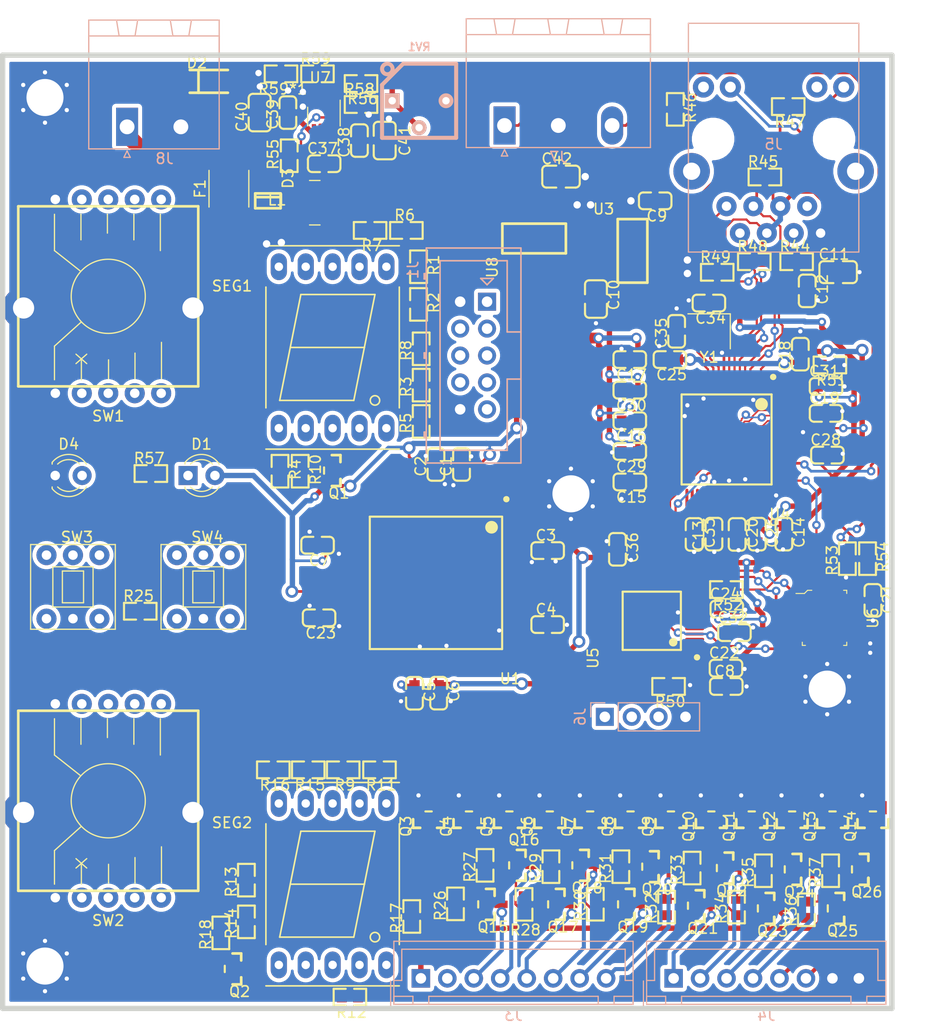
<source format=kicad_pcb>
(kicad_pcb (version 20171130) (host pcbnew "(5.1.4)-1")
  (layers (0 F.Cu signal) (31 B.Cu signal) (34 B.Paste user) (35 F.Paste user) (36 B.SilkS user) (37 F.SilkS user) (38 B.Mask user) (39 F.Mask user) (44 Edge.Cuts user))
  (net 0 "")
  (net 1 +3V3)
  (net 2 /Remote/RST)
  (net 3 +1V8)
  (net 4 "Net-(D1-Pad1)")
  (net 5 +12V)
  (net 6 "Net-(F1-Pad2)")
  (net 7 BCD1_2)
  (net 8 BCD1_1)
  (net 9 BCD1_0)
  (net 10 BCD2_2)
  (net 11 BCD2_1)
  (net 12 BCD2_0)
  (net 13 "Net-(J3-Pad3)")
  (net 14 "Net-(J3-Pad4)")
  (net 15 "Net-(J3-Pad5)")
  (net 16 "Net-(J3-Pad6)")
  (net 17 /Remote/INT)
  (net 18 /Remote/SWCLK)
  (net 19 /Remote/SWDIO)
  (net 20 "Net-(Q1-Pad3)")
  (net 21 "Net-(R1-Pad2)")
  (net 22 "Net-(R2-Pad2)")
  (net 23 "Net-(R4-Pad2)")
  (net 24 "Net-(R5-Pad2)")
  (net 25 "Net-(R6-Pad2)")
  (net 26 "Net-(R7-Pad2)")
  (net 27 "Net-(R8-Pad2)")
  (net 28 "Net-(R9-Pad2)")
  (net 29 "Net-(R10-Pad2)")
  (net 30 "Net-(R11-Pad2)")
  (net 31 "Net-(R12-Pad2)")
  (net 32 "Net-(R13-Pad2)")
  (net 33 "Net-(R14-Pad2)")
  (net 34 "Net-(R15-Pad2)")
  (net 35 "Net-(R18-Pad2)")
  (net 36 "Net-(R50-Pad2)")
  (net 37 "Net-(R51-Pad2)")
  (net 38 "Net-(R52-Pad1)")
  (net 39 "Net-(R55-Pad2)")
  (net 40 "Net-(SW2-Pad8)")
  (net 41 /Remote/SPI_MOSI)
  (net 42 /Remote/SPI_MISO)
  (net 43 /Remote/SPI_SCK)
  (net 44 /Remote/485RW)
  (net 45 /Remote/RXD)
  (net 46 /Remote/TXD)
  (net 47 /Remote/A)
  (net 48 /Remote/B)
  (net 49 /Remote/RXP)
  (net 50 /Remote/TXP)
  (net 51 /Remote/RXN)
  (net 52 /Remote/TXN)
  (net 53 /Remote/X+)
  (net 54 /Remote/X-)
  (net 55 /Remote/SPI_CS)
  (net 56 chasis)
  (net 57 "Net-(C37-Pad2)")
  (net 58 "Net-(C37-Pad1)")
  (net 59 "Net-(C38-Pad2)")
  (net 60 "Net-(D4-Pad2)")
  (net 61 "Net-(J1-Pad6)")
  (net 62 "Net-(J3-Pad7)")
  (net 63 "Net-(J3-Pad8)")
  (net 64 "Net-(J4-Pad1)")
  (net 65 "Net-(J4-Pad2)")
  (net 66 "Net-(J4-Pad3)")
  (net 67 "Net-(J4-Pad4)")
  (net 68 "Net-(J4-Pad5)")
  (net 69 "Net-(J4-Pad6)")
  (net 70 "Net-(J5-Pad12)")
  (net 71 "Net-(J5-Pad10)")
  (net 72 "Net-(J5-Pad9)")
  (net 73 "Net-(Q1-Pad1)")
  (net 74 "Net-(Q2-Pad3)")
  (net 75 "Net-(Q2-Pad1)")
  (net 76 "Net-(Q3-Pad3)")
  (net 77 "Net-(Q4-Pad3)")
  (net 78 "Net-(Q5-Pad3)")
  (net 79 "Net-(Q6-Pad3)")
  (net 80 "Net-(Q7-Pad3)")
  (net 81 "Net-(Q8-Pad3)")
  (net 82 "Net-(Q9-Pad3)")
  (net 83 "Net-(Q10-Pad3)")
  (net 84 "Net-(Q11-Pad3)")
  (net 85 "Net-(Q12-Pad3)")
  (net 86 "Net-(Q13-Pad3)")
  (net 87 "Net-(Q14-Pad3)")
  (net 88 "Net-(Q15-Pad1)")
  (net 89 "Net-(Q16-Pad1)")
  (net 90 "Net-(Q17-Pad1)")
  (net 91 "Net-(Q18-Pad1)")
  (net 92 "Net-(Q19-Pad1)")
  (net 93 "Net-(Q20-Pad1)")
  (net 94 "Net-(Q21-Pad1)")
  (net 95 "Net-(Q22-Pad1)")
  (net 96 "Net-(Q23-Pad1)")
  (net 97 "Net-(Q24-Pad1)")
  (net 98 "Net-(Q25-Pad1)")
  (net 99 "Net-(Q26-Pad1)")
  (net 100 "Net-(R1-Pad1)")
  (net 101 "Net-(R2-Pad1)")
  (net 102 "Net-(R3-Pad2)")
  (net 103 "Net-(R3-Pad1)")
  (net 104 "Net-(R4-Pad1)")
  (net 105 "Net-(R5-Pad1)")
  (net 106 "Net-(R6-Pad1)")
  (net 107 "Net-(R7-Pad1)")
  (net 108 "Net-(R8-Pad1)")
  (net 109 "Net-(R9-Pad1)")
  (net 110 "Net-(R11-Pad1)")
  (net 111 "Net-(R12-Pad1)")
  (net 112 "Net-(R13-Pad1)")
  (net 113 "Net-(R14-Pad1)")
  (net 114 "Net-(R15-Pad1)")
  (net 115 "Net-(R16-Pad2)")
  (net 116 "Net-(R16-Pad1)")
  (net 117 "Net-(R17-Pad2)")
  (net 118 "Net-(R17-Pad1)")
  (net 119 /Interlock/SEL1_1)
  (net 120 /Interlock/SEL2_1)
  (net 121 /Interlock/SEL1_2)
  (net 122 /Interlock/SEL2_2)
  (net 123 /Interlock/SEL1_3)
  (net 124 /Interlock/SEL2_3)
  (net 125 /Interlock/SEL1_4)
  (net 126 /Interlock/SEL2_4)
  (net 127 /Interlock/SEL1_5)
  (net 128 /Interlock/SEL2_5)
  (net 129 /Interlock/SEL1_6)
  (net 130 /Interlock/SEL2_6)
  (net 131 /Interlock/LOAD)
  (net 132 /Interlock/REMOTE)
  (net 133 "Net-(SEG1-Pad8)")
  (net 134 "Net-(SEG2-Pad8)")
  (net 135 "Net-(SW1-Pad2)")
  (net 136 "Net-(SW2-Pad2)")
  (net 137 "Net-(U4-Pad35)")
  (net 138 BCDM1_0)
  (net 139 BCDM1_1)
  (net 140 BCDM1_2)
  (net 141 BCDM2_0)
  (net 142 BCDM2_1)
  (net 143 BCDM2_2)
  (net 144 "Net-(U1-Pad100)")
  (net 145 "Net-(U1-Pad99)")
  (net 146 "Net-(U1-Pad98)")
  (net 147 "Net-(U1-Pad97)")
  (net 148 "Net-(U1-Pad96)")
  (net 149 "Net-(U1-Pad95)")
  (net 150 "Net-(U1-Pad92)")
  (net 151 "Net-(U1-Pad91)")
  (net 152 "Net-(U1-Pad90)")
  (net 153 "Net-(U1-Pad64)")
  (net 154 "Net-(U1-Pad62)")
  (net 155 "Net-(U1-Pad51)")
  (net 156 "Net-(U1-Pad50)")
  (net 157 "Net-(U1-Pad49)")
  (net 158 "Net-(U1-Pad14)")
  (net 159 "Net-(U1-Pad12)")
  (net 160 "Net-(U1-Pad8)")
  (net 161 "Net-(U1-Pad1)")
  (net 162 "Net-(SW1-Pad8)")
  (net 163 "Net-(SW1-Pad7)")
  (net 164 "Net-(SW1-Pad6)")
  (net 165 "Net-(SW1-Pad5)")
  (net 166 "Net-(SW1-Pad4)")
  (net 167 "Net-(SW1-Pad3)")
  (net 168 "Net-(SW2-Pad7)")
  (net 169 "Net-(SW2-Pad6)")
  (net 170 "Net-(SW2-Pad5)")
  (net 171 "Net-(SW2-Pad4)")
  (net 172 "Net-(SW2-Pad3)")
  (net 173 "Net-(J1-Pad8)")
  (net 174 "Net-(R52-Pad2)")
  (net 175 "Net-(R59-Pad2)")
  (net 176 "Net-(U4-Pad57)")
  (net 177 "Net-(U4-Pad34)")
  (net 178 "Net-(U4-Pad33)")
  (net 179 "Net-(U4-Pad32)")
  (net 180 "Net-(U4-Pad27)")
  (net 181 "Net-(U4-Pad26)")
  (net 182 "Net-(U4-Pad25)")
  (net 183 "Net-(U4-Pad24)")
  (net 184 "Net-(U4-Pad23)")
  (net 185 "Net-(U4-Pad22)")
  (net 186 "Net-(U5-Pad46)")
  (net 187 "Net-(U5-Pad45)")
  (net 188 "Net-(U5-Pad43)")
  (net 189 "Net-(U5-Pad42)")
  (net 190 "Net-(U5-Pad41)")
  (net 191 "Net-(U5-Pad36)")
  (net 192 "Net-(U5-Pad35)")
  (net 193 "Net-(U5-Pad21)")
  (net 194 "Net-(U5-Pad20)")
  (net 195 "Net-(U5-Pad19)")
  (net 196 "Net-(U5-Pad18)")
  (net 197 "Net-(U5-Pad10)")
  (net 198 "Net-(U5-Pad6)")
  (net 199 "Net-(U5-Pad5)")
  (net 200 "Net-(U5-Pad4)")
  (net 201 "Net-(U5-Pad3)")
  (net 202 "Net-(U5-Pad2)")
  (net 203 "Net-(R59*1-Pad1)")
  (net 204 "Net-(C38-Pad1)")
  (net 205 "Net-(U1-Pad30)")
  (net 206 "Net-(U1-Pad29)")
  (net 207 "Net-(U1-Pad28)")
  (net 208 "Net-(U1-Pad27)")
  (net 209 "Net-(U1-Pad26)")
  (net 210 "Net-(U1-Pad21)")
  (net 211 /Interlock/TCK)
  (net 212 /Interlock/TDO)
  (net 213 /Interlock/TMS)
  (net 214 /Interlock/TDI)
  (module lc_lib:0603_C (layer F.Cu) (at 118.356 109.601)
    (fp_text reference C8 (at -0.158619 -1.439276) (layer F.SilkS))
    (fp_text value 104)
    (pad 2 smd rect (at 0.77 0) (size 0.93 0.98) (layers F.Cu F.Paste F.Mask) (net 56 chasis))
    (pad 1 smd rect (at -0.77 0) (size 0.93 0.98) (layers F.Cu F.Paste F.Mask) (net 1 +3V3))
  )
  (module lc_lib:0603_C (layer F.Cu) (at 91.186 110.236 270)
    (fp_text reference C6 (at -0.158619 -1.439276 270) (layer F.SilkS))
    (fp_text value 104)
    (pad 2 smd rect (at 0.77 0 270) (size 0.93 0.98) (layers F.Cu F.Paste F.Mask) (net 56 chasis))
    (pad 1 smd rect (at -0.77 0 270) (size 0.93 0.98) (layers F.Cu F.Paste F.Mask) (net 1 +3V3))
  )
  (module lc_lib:SOT-223 (layer F.Cu) (at 100.203 67.31 90)
    (fp_text reference U8 (at -2.725219 -3.949276 90) (layer F.SilkS))
    (fp_text value AZ1117-3.3)
    (pad 3 smd rect (at 3 -2.3) (size 1 2.2) (layers F.Cu F.Paste F.Mask) (net 204 "Net-(C38-Pad1)"))
    (pad 2 smd rect (at -3 0) (size 3.5 2.2) (layers F.Cu F.Paste F.Mask) (net 1 +3V3))
    (pad 2 smd rect (at 3 0) (size 1 2.2) (layers F.Cu F.Paste F.Mask) (net 1 +3V3))
    (pad 1 smd rect (at 3 2.3) (size 1 2.2) (layers F.Cu F.Paste F.Mask) (net 56 chasis))
  )
  (module lc_lib:0603_C (layer F.Cu) (at 116.713 73.406 180)
    (fp_text reference C34 (at -0.158619 -1.439276) (layer F.SilkS))
    (fp_text value 10pF)
    (pad 2 smd rect (at 0.77 0 180) (size 0.93 0.98) (layers F.Cu F.Paste F.Mask) (net 56 chasis))
    (pad 1 smd rect (at -0.77 0 180) (size 0.93 0.98) (layers F.Cu F.Paste F.Mask) (net 53 /Remote/X+))
  )
  (module lc_lib:LL-34 (layer F.Cu) (at 69.4756 52.4764)
    (fp_text reference D2 (at -1.125219 -1.751276) (layer F.SilkS))
    (fp_text value 16V)
    (pad 2 smd rect (at -1.75 0 180) (size 0.9 1.5) (layers F.Cu F.Paste F.Mask) (net 56 chasis))
    (pad 1 smd rect (at 1.75 0 180) (size 0.9 1.5) (layers F.Cu F.Paste F.Mask) (net 5 +12V))
  )
  (module "lc_lib:SMA(DO-214AC)_S3" (layer F.Cu) (at 75.057 63.754 270)
    (fp_text reference D3 (at -2.125219 -1.899276 270) (layer F.SilkS))
    (fp_text value SS34)
    (pad 2 smd rect (at -2.1 0 180) (size 2 2) (layers F.Cu F.Paste F.Mask) (net 5 +12V))
    (pad 1 smd rect (at 2.1 0 180) (size 2 2) (layers F.Cu F.Paste F.Mask) (net 56 chasis))
  )
  (module lc_lib:0603_C (layer F.Cu) (at 76.9432 55.4228 90)
    (fp_text reference C39 (at -0.158619 -1.439276 90) (layer F.SilkS))
    (fp_text value 104)
    (pad 2 smd rect (at 0.77 0 90) (size 0.93 0.98) (layers F.Cu F.Paste F.Mask) (net 56 chasis))
    (pad 1 smd rect (at -0.77 0 90) (size 0.93 0.98) (layers F.Cu F.Paste F.Mask) (net 5 +12V))
  )
  (module lc_lib:0603_C (layer F.Cu) (at 83.6996 58.0644 90)
    (fp_text reference C38 (at -0.158619 -1.439276 90) (layer F.SilkS))
    (fp_text value 47pF)
    (pad 2 smd rect (at 0.77 0 90) (size 0.93 0.98) (layers F.Cu F.Paste F.Mask) (net 59 "Net-(C38-Pad2)"))
    (pad 1 smd rect (at -0.77 0 90) (size 0.93 0.98) (layers F.Cu F.Paste F.Mask) (net 204 "Net-(C38-Pad1)"))
  )
  (module lc_lib:0603_C (layer F.Cu) (at 80.3722 60.2488)
    (fp_text reference C37 (at -0.158619 -1.439276) (layer F.SilkS))
    (fp_text value 10nF)
    (pad 2 smd rect (at 0.77 0) (size 0.93 0.98) (layers F.Cu F.Paste F.Mask) (net 57 "Net-(C37-Pad2)"))
    (pad 1 smd rect (at -0.77 0) (size 0.93 0.98) (layers F.Cu F.Paste F.Mask) (net 58 "Net-(C37-Pad1)"))
  )
  (module lc_lib:0603_C (layer F.Cu) (at 108.077 96.655 270)
    (fp_text reference C36 (at -0.158619 -1.439276 90) (layer F.SilkS))
    (fp_text value 104)
    (pad 2 smd rect (at 0.77 0 270) (size 0.93 0.98) (layers F.Cu F.Paste F.Mask) (net 1 +3V3))
    (pad 1 smd rect (at -0.77 0 270) (size 0.93 0.98) (layers F.Cu F.Paste F.Mask) (net 56 chasis))
  )
  (module lc_lib:0603_C (layer F.Cu) (at 113.665 76.073 90)
    (fp_text reference C35 (at -0.158619 -1.439276 270) (layer F.SilkS))
    (fp_text value 10pF)
    (pad 2 smd rect (at 0.77 0 90) (size 0.93 0.98) (layers F.Cu F.Paste F.Mask) (net 56 chasis))
    (pad 1 smd rect (at -0.77 0 90) (size 0.93 0.98) (layers F.Cu F.Paste F.Mask) (net 54 /Remote/X-))
  )
  (module lc_lib:0603_C (layer F.Cu) (at 115.316 95.25 270)
    (fp_text reference C33 (at -0.158619 -1.439276 90) (layer F.SilkS))
    (fp_text value 104)
    (pad 2 smd rect (at 0.77 0 270) (size 0.93 0.98) (layers F.Cu F.Paste F.Mask) (net 56 chasis))
    (pad 1 smd rect (at -0.77 0 270) (size 0.93 0.98) (layers F.Cu F.Paste F.Mask) (net 2 /Remote/RST))
  )
  (module lc_lib:0603_C (layer F.Cu) (at 119.126 104.521)
    (fp_text reference C32 (at -0.158619 -1.439276) (layer F.SilkS))
    (fp_text value 104)
    (pad 2 smd rect (at 0.77 0) (size 0.93 0.98) (layers F.Cu F.Paste F.Mask) (net 56 chasis))
    (pad 1 smd rect (at -0.77 0) (size 0.93 0.98) (layers F.Cu F.Paste F.Mask) (net 2 /Remote/RST))
  )
  (module lc_lib:0603_C (layer F.Cu) (at 127.779 81.28)
    (fp_text reference C31 (at -0.158619 -1.439276) (layer F.SilkS))
    (fp_text value 104)
    (pad 2 smd rect (at 0.77 0) (size 0.93 0.98) (layers F.Cu F.Paste F.Mask) (net 56 chasis))
    (pad 1 smd rect (at -0.77 0) (size 0.93 0.98) (layers F.Cu F.Paste F.Mask) (net 3 +1V8))
  )
  (module lc_lib:0603_C (layer F.Cu) (at 109.237 81.62925 180)
    (fp_text reference C30 (at -0.158619 -1.439276 180) (layer F.SilkS))
    (fp_text value 104)
    (pad 2 smd rect (at 0.77 0 180) (size 0.93 0.98) (layers F.Cu F.Paste F.Mask) (net 56 chasis))
    (pad 1 smd rect (at -0.77 0 180) (size 0.93 0.98) (layers F.Cu F.Paste F.Mask) (net 3 +1V8))
  )
  (module lc_lib:0603_C (layer F.Cu) (at 109.237 87.40775 180)
    (fp_text reference C29 (at -0.158619 -1.439276 180) (layer F.SilkS))
    (fp_text value 104)
    (pad 2 smd rect (at 0.77 0 180) (size 0.93 0.98) (layers F.Cu F.Paste F.Mask) (net 56 chasis))
    (pad 1 smd rect (at -0.77 0 180) (size 0.93 0.98) (layers F.Cu F.Paste F.Mask) (net 3 +1V8))
  )
  (module lc_lib:0603_C (layer F.Cu) (at 127.906 87.757)
    (fp_text reference C28 (at -0.158619 -1.439276) (layer F.SilkS))
    (fp_text value 104)
    (pad 2 smd rect (at 0.77 0) (size 0.93 0.98) (layers F.Cu F.Paste F.Mask) (net 56 chasis))
    (pad 1 smd rect (at -0.77 0) (size 0.93 0.98) (layers F.Cu F.Paste F.Mask) (net 3 +1V8))
  )
  (module lc_lib:0603_C (layer F.Cu) (at 121.280414 95.22399 270)
    (fp_text reference C26 (at -0.158619 -1.439276 270) (layer F.SilkS))
    (fp_text value 104)
    (pad 2 smd rect (at 0.77 0 270) (size 0.93 0.98) (layers F.Cu F.Paste F.Mask) (net 56 chasis))
    (pad 1 smd rect (at -0.77 0 270) (size 0.93 0.98) (layers F.Cu F.Paste F.Mask) (net 3 +1V8))
  )
  (module lc_lib:0603_C (layer F.Cu) (at 113.03 78.74 180)
    (fp_text reference C25 (at -0.158619 -1.439276 180) (layer F.SilkS))
    (fp_text value 104)
    (pad 2 smd rect (at 0.77 0 180) (size 0.93 0.98) (layers F.Cu F.Paste F.Mask) (net 56 chasis))
    (pad 1 smd rect (at -0.77 0 180) (size 0.93 0.98) (layers F.Cu F.Paste F.Mask) (net 1 +3V3))
  )
  (module lc_lib:0603_C (layer F.Cu) (at 118.4036 102.3112)
    (fp_text reference C24 (at -0.158619 -1.439276) (layer F.SilkS))
    (fp_text value 104)
    (pad 2 smd rect (at 0.77 0) (size 0.93 0.98) (layers F.Cu F.Paste F.Mask) (net 56 chasis))
    (pad 1 smd rect (at -0.77 0) (size 0.93 0.98) (layers F.Cu F.Paste F.Mask) (net 1 +3V3))
  )
  (module lc_lib:0603_C (layer F.Cu) (at 79.891 103.124 180)
    (fp_text reference C23 (at -0.158619 -1.439276 180) (layer F.SilkS))
    (fp_text value 104)
    (pad 2 smd rect (at 0.77 0 180) (size 0.93 0.98) (layers F.Cu F.Paste F.Mask) (net 56 chasis))
    (pad 1 smd rect (at -0.77 0 180) (size 0.93 0.98) (layers F.Cu F.Paste F.Mask) (net 1 +3V3))
  )
  (module lc_lib:0603_C (layer F.Cu) (at 118.3264 107.8738)
    (fp_text reference C22 (at -0.158619 -1.439276) (layer F.SilkS))
    (fp_text value 104)
    (pad 2 smd rect (at 0.77 0) (size 0.93 0.98) (layers F.Cu F.Paste F.Mask) (net 56 chasis))
    (pad 1 smd rect (at -0.77 0) (size 0.93 0.98) (layers F.Cu F.Paste F.Mask) (net 1 +3V3))
  )
  (module lc_lib:0603_C (layer F.Cu) (at 132.207 101.473 270)
    (fp_text reference C21 (at -0.158619 -1.439276 90) (layer F.SilkS))
    (fp_text value 104)
    (pad 2 smd rect (at 0.77 0 270) (size 0.93 0.98) (layers F.Cu F.Paste F.Mask) (net 56 chasis))
    (pad 1 smd rect (at -0.77 0 270) (size 0.93 0.98) (layers F.Cu F.Paste F.Mask) (net 1 +3V3))
  )
  (module lc_lib:0603_C (layer F.Cu) (at 119.38 95.25 270)
    (fp_text reference C20 (at -0.158619 -1.439276 270) (layer F.SilkS))
    (fp_text value 104)
    (pad 2 smd rect (at 0.77 0 270) (size 0.93 0.98) (layers F.Cu F.Paste F.Mask) (net 56 chasis))
    (pad 1 smd rect (at -0.77 0 270) (size 0.93 0.98) (layers F.Cu F.Paste F.Mask) (net 1 +3V3))
  )
  (module lc_lib:0603_C (layer F.Cu) (at 127.779 83.82)
    (fp_text reference C19 (at -0.158619 -1.439276) (layer F.SilkS))
    (fp_text value 104)
    (pad 2 smd rect (at 0.77 0) (size 0.93 0.98) (layers F.Cu F.Paste F.Mask) (net 56 chasis))
    (pad 1 smd rect (at -0.77 0) (size 0.93 0.98) (layers F.Cu F.Paste F.Mask) (net 1 +3V3))
  )
  (module lc_lib:0603_C (layer F.Cu) (at 125.349 78.232 90)
    (fp_text reference C18 (at -0.158619 -1.439276 90) (layer F.SilkS))
    (fp_text value 104)
    (pad 2 smd rect (at 0.77 0 90) (size 0.93 0.98) (layers F.Cu F.Paste F.Mask) (net 56 chasis))
    (pad 1 smd rect (at -0.77 0 90) (size 0.93 0.98) (layers F.Cu F.Paste F.Mask) (net 1 +3V3))
  )
  (module lc_lib:0603_C (layer F.Cu) (at 109.237 78.74 180)
    (fp_text reference C17 (at -0.158619 -1.439276 180) (layer F.SilkS))
    (fp_text value 104)
    (pad 2 smd rect (at 0.77 0 180) (size 0.93 0.98) (layers F.Cu F.Paste F.Mask) (net 56 chasis))
    (pad 1 smd rect (at -0.77 0 180) (size 0.93 0.98) (layers F.Cu F.Paste F.Mask) (net 1 +3V3))
  )
  (module lc_lib:0603_C (layer F.Cu) (at 109.240814 84.5185 180)
    (fp_text reference C16 (at -0.158619 -1.439276 180) (layer F.SilkS))
    (fp_text value 104)
    (pad 2 smd rect (at 0.77 0 180) (size 0.93 0.98) (layers F.Cu F.Paste F.Mask) (net 56 chasis))
    (pad 1 smd rect (at -0.77 0 180) (size 0.93 0.98) (layers F.Cu F.Paste F.Mask) (net 1 +3V3))
  )
  (module lc_lib:0603_C (layer F.Cu) (at 109.241814 90.297 180)
    (fp_text reference C15 (at -0.158619 -1.439276 180) (layer F.SilkS))
    (fp_text value 104)
    (pad 2 smd rect (at 0.77 0 180) (size 0.93 0.98) (layers F.Cu F.Paste F.Mask) (net 56 chasis))
    (pad 1 smd rect (at -0.77 0 180) (size 0.93 0.98) (layers F.Cu F.Paste F.Mask) (net 1 +3V3))
  )
  (module lc_lib:0603_C (layer F.Cu) (at 123.795014 95.22399 270)
    (fp_text reference C14 (at -0.158619 -1.439276 270) (layer F.SilkS))
    (fp_text value 104)
    (pad 2 smd rect (at 0.77 0 270) (size 0.93 0.98) (layers F.Cu F.Paste F.Mask) (net 56 chasis))
    (pad 1 smd rect (at -0.77 0 270) (size 0.93 0.98) (layers F.Cu F.Paste F.Mask) (net 1 +3V3))
  )
  (module lc_lib:0603_C (layer F.Cu) (at 117.191014 95.22299 90)
    (fp_text reference C13 (at -0.158619 -1.439276 90) (layer F.SilkS))
    (fp_text value 104)
    (pad 2 smd rect (at 0.77 0 90) (size 0.93 0.98) (layers F.Cu F.Paste F.Mask) (net 1 +3V3))
    (pad 1 smd rect (at -0.77 0 90) (size 0.93 0.98) (layers F.Cu F.Paste F.Mask) (net 56 chasis))
  )
  (module lc_lib:0603_C (layer F.Cu) (at 126.001 72.255 270)
    (fp_text reference C12 (at -0.158619 -1.439276 270) (layer F.SilkS))
    (fp_text value 104)
    (pad 2 smd rect (at 0.77 0 270) (size 0.93 0.98) (layers F.Cu F.Paste F.Mask) (net 56 chasis))
    (pad 1 smd rect (at -0.77 0 270) (size 0.93 0.98) (layers F.Cu F.Paste F.Mask) (net 1 +3V3))
  )
  (module lc_lib:0603_C (layer F.Cu) (at 111.641 63.754 180)
    (fp_text reference C9 (at -0.158619 -1.439276 180) (layer F.SilkS))
    (fp_text value 104)
    (pad 2 smd rect (at 0.77 0 180) (size 0.93 0.98) (layers F.Cu F.Paste F.Mask) (net 56 chasis))
    (pad 1 smd rect (at -0.77 0 180) (size 0.93 0.98) (layers F.Cu F.Paste F.Mask) (net 1 +3V3))
  )
  (module lc_lib:0603_C (layer F.Cu) (at 79.748 96.266 180)
    (fp_text reference C7 (at -0.158619 -1.439276 180) (layer F.SilkS))
    (fp_text value 104)
    (pad 2 smd rect (at 0.77 0 180) (size 0.93 0.98) (layers F.Cu F.Paste F.Mask) (net 56 chasis))
    (pad 1 smd rect (at -0.77 0 180) (size 0.93 0.98) (layers F.Cu F.Paste F.Mask) (net 1 +3V3))
  )
  (module lc_lib:0603_C (layer F.Cu) (at 88.9 110.244 270)
    (fp_text reference C5 (at -0.158619 -1.439276 270) (layer F.SilkS))
    (fp_text value 104)
    (pad 2 smd rect (at 0.77 0 270) (size 0.93 0.98) (layers F.Cu F.Paste F.Mask) (net 56 chasis))
    (pad 1 smd rect (at -0.77 0 270) (size 0.93 0.98) (layers F.Cu F.Paste F.Mask) (net 1 +3V3))
  )
  (module lc_lib:0603_C (layer F.Cu) (at 101.481 103.759)
    (fp_text reference C4 (at -0.158619 -1.439276) (layer F.SilkS))
    (fp_text value 104)
    (pad 2 smd rect (at 0.77 0) (size 0.93 0.98) (layers F.Cu F.Paste F.Mask) (net 56 chasis))
    (pad 1 smd rect (at -0.77 0) (size 0.93 0.98) (layers F.Cu F.Paste F.Mask) (net 1 +3V3))
  )
  (module lc_lib:0603_C (layer F.Cu) (at 101.481 96.774)
    (fp_text reference C3 (at -0.158619 -1.439276) (layer F.SilkS))
    (fp_text value 104)
    (pad 2 smd rect (at 0.77 0) (size 0.93 0.98) (layers F.Cu F.Paste F.Mask) (net 56 chasis))
    (pad 1 smd rect (at -0.77 0) (size 0.93 0.98) (layers F.Cu F.Paste F.Mask) (net 1 +3V3))
  )
  (module lc_lib:0603_C (layer F.Cu) (at 90.932 88.646 90)
    (fp_text reference C2 (at -0.158619 -1.439276 90) (layer F.SilkS))
    (fp_text value 104)
    (pad 2 smd rect (at 0.77 0 90) (size 0.93 0.98) (layers F.Cu F.Paste F.Mask) (net 56 chasis))
    (pad 1 smd rect (at -0.77 0 90) (size 0.93 0.98) (layers F.Cu F.Paste F.Mask) (net 1 +3V3))
  )
  (module lc_lib:0603_C (layer F.Cu) (at 93.345 88.646 90)
    (fp_text reference C1 (at -0.158619 -1.439276 90) (layer F.SilkS))
    (fp_text value 104)
    (pad 2 smd rect (at 0.77 0 90) (size 0.93 0.98) (layers F.Cu F.Paste F.Mask) (net 56 chasis))
    (pad 1 smd rect (at -0.77 0 90) (size 0.93 0.98) (layers F.Cu F.Paste F.Mask) (net 1 +3V3))
  )
  (module lc_lib:SOT-223 (layer F.Cu) (at 109.4994 68.4784)
    (fp_text reference U3 (at -2.725219 -3.949276) (layer F.SilkS))
    (fp_text value AZ1117-1.8)
    (pad 3 smd rect (at 3 -2.3 270) (size 1 2.2) (layers F.Cu F.Paste F.Mask) (net 1 +3V3))
    (pad 2 smd rect (at -3 0 270) (size 3.5 2.2) (layers F.Cu F.Paste F.Mask) (net 3 +1V8))
    (pad 2 smd rect (at 3 0 270) (size 1 2.2) (layers F.Cu F.Paste F.Mask) (net 3 +1V8))
    (pad 1 smd rect (at 3 2.3 270) (size 1 2.2) (layers F.Cu F.Paste F.Mask) (net 56 chasis))
  )
  (module lc_lib:0805_C (layer F.Cu) (at 102.743 61.468)
    (fp_text reference C42 (at -0.393619 -1.684276) (layer F.SilkS))
    (fp_text value 22uF)
    (pad 2 smd rect (at 0.89 0) (size 1.16 1.47) (layers F.Cu F.Paste F.Mask) (net 56 chasis))
    (pad 1 smd rect (at -0.89 0) (size 1.16 1.47) (layers F.Cu F.Paste F.Mask) (net 1 +3V3))
  )
  (module lc_lib:0603_R (layer F.Cu) (at 76.2908 51.7652 180)
    (fp_text reference R59*1 (at -0.158619 -1.439276 180) (layer F.SilkS))
    (fp_text value 100K)
    (pad 2 smd rect (at 0.77 0 180) (size 0.93 0.98) (layers F.Cu F.Paste F.Mask) (net 56 chasis))
    (pad 1 smd rect (at -0.77 0 180) (size 0.93 0.98) (layers F.Cu F.Paste F.Mask) (net 203 "Net-(R59*1-Pad1)"))
  )
  (module MyPCBLib:M3_Screwhole (layer F.Cu) (at 103.6828 91.4146)
    (fp_text reference SC4 hide)
    (fp_text value Conn_01x01 hide)
    (pad 1 thru_hole circle (at 2.05681 -1.1875 300) (size 0.8 0.8) (drill 0.4) (layers *.Cu *.Mask) (net 56 chasis))
    (pad 1 thru_hole circle (at 2.05681 1.1875 240) (size 0.8 0.8) (drill 0.4) (layers *.Cu *.Mask) (net 56 chasis))
    (pad 1 thru_hole circle (at 0 2.375 180) (size 0.8 0.8) (drill 0.4) (layers *.Cu *.Mask) (net 56 chasis))
    (pad 1 thru_hole circle (at -2.05681 1.1875 120) (size 0.8 0.8) (drill 0.4) (layers *.Cu *.Mask) (net 56 chasis))
    (pad 1 thru_hole circle (at -2.05681 -1.1875 60) (size 0.8 0.8) (drill 0.4) (layers *.Cu *.Mask) (net 56 chasis))
    (pad 1 thru_hole circle (at 0 -2.375) (size 0.8 0.8) (drill 0.4) (layers *.Cu *.Mask) (net 56 chasis))
    (pad 1 thru_hole circle (at 0 0) (size 6 6) (drill 3.5) (layers *.Cu *.Mask) (net 56 chasis))
  )
  (module MyPCBLib:M3_Screwhole (layer F.Cu) (at 127.889 109.855)
    (fp_text reference SC3 hide)
    (fp_text value Conn_01x01 hide)
    (pad 1 thru_hole circle (at 2.05681 -1.1875 300) (size 0.8 0.8) (drill 0.4) (layers *.Cu *.Mask) (net 56 chasis))
    (pad 1 thru_hole circle (at 2.05681 1.1875 240) (size 0.8 0.8) (drill 0.4) (layers *.Cu *.Mask) (net 56 chasis))
    (pad 1 thru_hole circle (at 0 2.375 180) (size 0.8 0.8) (drill 0.4) (layers *.Cu *.Mask) (net 56 chasis))
    (pad 1 thru_hole circle (at -2.05681 1.1875 120) (size 0.8 0.8) (drill 0.4) (layers *.Cu *.Mask) (net 56 chasis))
    (pad 1 thru_hole circle (at -2.05681 -1.1875 60) (size 0.8 0.8) (drill 0.4) (layers *.Cu *.Mask) (net 56 chasis))
    (pad 1 thru_hole circle (at 0 -2.375) (size 0.8 0.8) (drill 0.4) (layers *.Cu *.Mask) (net 56 chasis))
    (pad 1 thru_hole circle (at 0 0) (size 6 6) (drill 3.5) (layers *.Cu *.Mask) (net 56 chasis))
  )
  (module MyPCBLib:M3_Screwhole (layer F.Cu) (at 54 136)
    (fp_text reference SC2 hide)
    (fp_text value Conn_01x01 hide)
    (pad 1 thru_hole circle (at 2.05681 -1.1875 300) (size 0.8 0.8) (drill 0.4) (layers *.Cu *.Mask) (net 56 chasis))
    (pad 1 thru_hole circle (at 2.05681 1.1875 240) (size 0.8 0.8) (drill 0.4) (layers *.Cu *.Mask) (net 56 chasis))
    (pad 1 thru_hole circle (at 0 2.375 180) (size 0.8 0.8) (drill 0.4) (layers *.Cu *.Mask) (net 56 chasis))
    (pad 1 thru_hole circle (at -2.05681 1.1875 120) (size 0.8 0.8) (drill 0.4) (layers *.Cu *.Mask) (net 56 chasis))
    (pad 1 thru_hole circle (at -2.05681 -1.1875 60) (size 0.8 0.8) (drill 0.4) (layers *.Cu *.Mask) (net 56 chasis))
    (pad 1 thru_hole circle (at 0 -2.375) (size 0.8 0.8) (drill 0.4) (layers *.Cu *.Mask) (net 56 chasis))
    (pad 1 thru_hole circle (at 0 0) (size 6 6) (drill 3.5) (layers *.Cu *.Mask) (net 56 chasis))
  )
  (module MyPCBLib:M3_Screwhole (layer F.Cu) (at 54 54)
    (fp_text reference SC1 hide)
    (fp_text value Conn_01x01 hide)
    (pad 1 thru_hole circle (at 2.05681 -1.1875 300) (size 0.8 0.8) (drill 0.4) (layers *.Cu *.Mask) (net 56 chasis))
    (pad 1 thru_hole circle (at 2.05681 1.1875 240) (size 0.8 0.8) (drill 0.4) (layers *.Cu *.Mask) (net 56 chasis))
    (pad 1 thru_hole circle (at 0 2.375 180) (size 0.8 0.8) (drill 0.4) (layers *.Cu *.Mask) (net 56 chasis))
    (pad 1 thru_hole circle (at -2.05681 1.1875 120) (size 0.8 0.8) (drill 0.4) (layers *.Cu *.Mask) (net 56 chasis))
    (pad 1 thru_hole circle (at -2.05681 -1.1875 60) (size 0.8 0.8) (drill 0.4) (layers *.Cu *.Mask) (net 56 chasis))
    (pad 1 thru_hole circle (at 0 -2.375) (size 0.8 0.8) (drill 0.4) (layers *.Cu *.Mask) (net 56 chasis))
    (pad 1 thru_hole circle (at 0 0) (size 6 6) (drill 3.5) (layers *.Cu *.Mask) (net 56 chasis))
  )
  (module TO_SOT_Packages_SMD:TSOT-23-8_HandSoldering (layer F.Cu) (at 80.3722 55.8038 270)
    (fp_text reference U7 (at -3.683 0.381) (layer F.SilkS))
    (fp_text value SY8303)
    (pad 1 smd rect (at -1.71 -0.97 270) (size 2 0.4) (layers F.Cu F.Paste F.Mask) (net 59 "Net-(C38-Pad2)"))
    (pad 2 smd rect (at -1.71 -0.33 270) (size 2 0.4) (layers F.Cu F.Paste F.Mask) (net 203 "Net-(R59*1-Pad1)"))
    (pad 3 smd rect (at -1.71 0.33 270) (size 2 0.4) (layers F.Cu F.Paste F.Mask) (net 56 chasis))
    (pad 4 smd rect (at -1.71 0.97 270) (size 2 0.4) (layers F.Cu F.Paste F.Mask) (net 56 chasis))
    (pad 5 smd rect (at 1.71 0.97 270) (size 2 0.4) (layers F.Cu F.Paste F.Mask) (net 5 +12V) (clearance 0.2032))
    (pad 6 smd rect (at 1.71 0.33 270) (size 2 0.4) (layers F.Cu F.Paste F.Mask) (net 58 "Net-(C37-Pad1)"))
    (pad 7 smd rect (at 1.71 -0.33 270) (size 2 0.4) (layers F.Cu F.Paste F.Mask) (net 57 "Net-(C37-Pad2)"))
    (pad 8 smd rect (at 1.71 -0.97 270) (size 2 0.4) (layers F.Cu F.Paste F.Mask) (net 39 "Net-(R55-Pad2)"))
  )
  (module digikey-footprints:SOIC-8_W3.9mm (layer F.Cu) (at 127.635 103.124 270)
    (fp_text reference U6 (at 0.01778 -4.56946 270) (layer F.SilkS))
    (fp_text value MAX485E)
    (pad 3 smd rect (at 0.635 2.45 270) (size 0.6 2) (layers F.Cu F.Paste F.Mask) (net 44 /Remote/485RW))
    (pad 8 smd rect (at -1.905 -2.45 270) (size 0.6 2) (layers F.Cu F.Paste F.Mask) (net 1 +3V3))
    (pad 7 smd rect (at -0.635 -2.45 270) (size 0.6 2) (layers F.Cu F.Paste F.Mask) (net 48 /Remote/B))
    (pad 6 smd rect (at 0.635 -2.45 270) (size 0.6 2) (layers F.Cu F.Paste F.Mask) (net 47 /Remote/A))
    (pad 5 smd rect (at 1.905 -2.45 270) (size 0.6 2) (layers F.Cu F.Paste F.Mask) (net 56 chasis))
    (pad 4 smd rect (at 1.905 2.45 270) (size 0.6 2) (layers F.Cu F.Paste F.Mask) (net 46 /Remote/TXD))
    (pad 2 smd rect (at -0.635 2.45 270) (size 0.6 2) (layers F.Cu F.Paste F.Mask) (net 44 /Remote/485RW))
    (pad 1 smd rect (at -1.905 2.45 270) (size 0.6 2) (layers F.Cu F.Paste F.Mask) (net 45 /Remote/RXD))
  )
  (module lc_lib:LQFP-48_7X7X05P (layer F.Cu) (at 111.316 103.4034 90)
    (fp_text reference U5 (at -3.524419 -5.550076 90) (layer F.SilkS))
    (fp_text value STM32F030C8Tx)
    (pad 48 smd oval (at -4.05 2.75 180) (size 0.28 1.8) (layers F.Cu F.Paste F.Mask) (net 1 +3V3))
    (pad 47 smd oval (at -4.05 2.25 180) (size 0.28 1.8) (layers F.Cu F.Paste F.Mask) (net 56 chasis))
    (pad 46 smd oval (at -4.05 1.75 180) (size 0.28 1.8) (layers F.Cu F.Paste F.Mask) (net 186 "Net-(U5-Pad46)"))
    (pad 45 smd oval (at -4.05 1.25 180) (size 0.28 1.8) (layers F.Cu F.Paste F.Mask) (net 187 "Net-(U5-Pad45)"))
    (pad 44 smd oval (at -4.05 0.75 180) (size 0.28 1.8) (layers F.Cu F.Paste F.Mask) (net 36 "Net-(R50-Pad2)"))
    (pad 43 smd oval (at -4.05 0.25 180) (size 0.28 1.8) (layers F.Cu F.Paste F.Mask) (net 188 "Net-(U5-Pad43)"))
    (pad 42 smd oval (at -4.05 -0.25 180) (size 0.28 1.8) (layers F.Cu F.Paste F.Mask) (net 189 "Net-(U5-Pad42)"))
    (pad 41 smd oval (at -4.05 -0.75 180) (size 0.28 1.8) (layers F.Cu F.Paste F.Mask) (net 190 "Net-(U5-Pad41)"))
    (pad 40 smd oval (at -4.05 -1.25 180) (size 0.28 1.8) (layers F.Cu F.Paste F.Mask) (net 9 BCD1_0))
    (pad 39 smd oval (at -4.05 -1.75 180) (size 0.28 1.8) (layers F.Cu F.Paste F.Mask) (net 8 BCD1_1))
    (pad 38 smd oval (at -4.05 -2.25 180) (size 0.28 1.8) (layers F.Cu F.Paste F.Mask) (net 7 BCD1_2))
    (pad 37 smd oval (at -4.05 -2.75 180) (size 0.28 1.8) (layers F.Cu F.Paste F.Mask) (net 18 /Remote/SWCLK))
    (pad 36 smd oval (at -2.75 -4.05 270) (size 0.28 1.8) (layers F.Cu F.Paste F.Mask) (net 191 "Net-(U5-Pad36)"))
    (pad 35 smd oval (at -2.25 -4.05 270) (size 0.28 1.8) (layers F.Cu F.Paste F.Mask) (net 192 "Net-(U5-Pad35)"))
    (pad 34 smd oval (at -1.75 -4.05 270) (size 0.28 1.8) (layers F.Cu F.Paste F.Mask) (net 19 /Remote/SWDIO))
    (pad 33 smd oval (at -1.25 -4.05 270) (size 0.28 1.8) (layers F.Cu F.Paste F.Mask) (net 12 BCD2_0))
    (pad 32 smd oval (at -0.75 -4.05 270) (size 0.28 1.8) (layers F.Cu F.Paste F.Mask) (net 11 BCD2_1))
    (pad 31 smd oval (at -0.25 -4.05 270) (size 0.28 1.8) (layers F.Cu F.Paste F.Mask) (net 10 BCD2_2))
    (pad 30 smd oval (at 0.25 -4.05 270) (size 0.28 1.8) (layers F.Cu F.Paste F.Mask) (net 138 BCDM1_0))
    (pad 29 smd oval (at 0.75 -4.05 270) (size 0.28 1.8) (layers F.Cu F.Paste F.Mask) (net 139 BCDM1_1))
    (pad 28 smd oval (at 1.25 -4.05 270) (size 0.28 1.8) (layers F.Cu F.Paste F.Mask) (net 140 BCDM1_2))
    (pad 27 smd oval (at 1.75 -4.05 270) (size 0.28 1.8) (layers F.Cu F.Paste F.Mask) (net 141 BCDM2_0))
    (pad 26 smd oval (at 2.25 -4.05 270) (size 0.28 1.8) (layers F.Cu F.Paste F.Mask) (net 142 BCDM2_1))
    (pad 25 smd oval (at 2.75 -4.05 270) (size 0.28 1.8) (layers F.Cu F.Paste F.Mask) (net 143 BCDM2_2))
    (pad 24 smd oval (at 4.05 -2.75 180) (size 0.28 1.8) (layers F.Cu F.Paste F.Mask) (net 1 +3V3))
    (pad 23 smd oval (at 4.05 -2.25 180) (size 0.28 1.8) (layers F.Cu F.Paste F.Mask) (net 56 chasis))
    (pad 22 smd oval (at 4.05 -1.75 180) (size 0.28 1.8) (layers F.Cu F.Paste F.Mask) (net 44 /Remote/485RW))
    (pad 21 smd oval (at 4.05 -1.25 180) (size 0.28 1.8) (layers F.Cu F.Paste F.Mask) (net 193 "Net-(U5-Pad21)"))
    (pad 20 smd oval (at 4.05 -0.75 180) (size 0.28 1.8) (layers F.Cu F.Paste F.Mask) (net 194 "Net-(U5-Pad20)"))
    (pad 19 smd oval (at 4.05 -0.25 180) (size 0.28 1.8) (layers F.Cu F.Paste F.Mask) (net 195 "Net-(U5-Pad19)"))
    (pad 18 smd oval (at 4.05 0.25 180) (size 0.28 1.8) (layers F.Cu F.Paste F.Mask) (net 196 "Net-(U5-Pad18)"))
    (pad 17 smd oval (at 4.05 0.75 180) (size 0.28 1.8) (layers F.Cu F.Paste F.Mask) (net 41 /Remote/SPI_MOSI))
    (pad 16 smd oval (at 4.05 1.25 180) (size 0.28 1.8) (layers F.Cu F.Paste F.Mask) (net 42 /Remote/SPI_MISO))
    (pad 15 smd oval (at 4.05 1.75 180) (size 0.28 1.8) (layers F.Cu F.Paste F.Mask) (net 43 /Remote/SPI_SCK))
    (pad 14 smd oval (at 4.05 2.25 180) (size 0.28 1.8) (layers F.Cu F.Paste F.Mask) (net 55 /Remote/SPI_CS))
    (pad 13 smd oval (at 4.05 2.75 180) (size 0.28 1.8) (layers F.Cu F.Paste F.Mask) (net 45 /Remote/RXD))
    (pad 12 smd oval (at 2.75 4.05 270) (size 0.28 1.8) (layers F.Cu F.Paste F.Mask) (net 46 /Remote/TXD))
    (pad 11 smd oval (at 2.25 4.05 270) (size 0.28 1.8) (layers F.Cu F.Paste F.Mask) (net 174 "Net-(R52-Pad2)"))
    (pad 10 smd oval (at 1.75 4.05 270) (size 0.28 1.8) (layers F.Cu F.Paste F.Mask) (net 197 "Net-(U5-Pad10)"))
    (pad 9 smd oval (at 1.25 4.05 270) (size 0.28 1.8) (layers F.Cu F.Paste F.Mask) (net 1 +3V3))
    (pad 8 smd oval (at 0.75 4.05 270) (size 0.28 1.8) (layers F.Cu F.Paste F.Mask) (net 56 chasis))
    (pad 7 smd oval (at 0.25 4.05 270) (size 0.28 1.8) (layers F.Cu F.Paste F.Mask) (net 2 /Remote/RST))
    (pad 6 smd oval (at -0.25 4.05 270) (size 0.28 1.8) (layers F.Cu F.Paste F.Mask) (net 198 "Net-(U5-Pad6)"))
    (pad 5 smd oval (at -0.75 4.05 270) (size 0.28 1.8) (layers F.Cu F.Paste F.Mask) (net 199 "Net-(U5-Pad5)"))
    (pad 4 smd oval (at -1.25 4.05 270) (size 0.28 1.8) (layers F.Cu F.Paste F.Mask) (net 200 "Net-(U5-Pad4)"))
    (pad 3 smd oval (at -1.75 4.05 270) (size 0.28 1.8) (layers F.Cu F.Paste F.Mask) (net 201 "Net-(U5-Pad3)"))
    (pad 2 smd oval (at -2.25 4.05 270) (size 0.28 1.8) (layers F.Cu F.Paste F.Mask) (net 202 "Net-(U5-Pad2)"))
    (pad 1 smd oval (at -2.75 4.05 270) (size 0.28 1.8) (layers F.Cu F.Paste F.Mask) (net 1 +3V3))
  )
  (module lc_lib:LQFP-64_10X10X05P (layer F.Cu) (at 118.384814 86.28319 180)
    (fp_text reference U4 (at -5.024419 -7.050076 180) (layer F.SilkS))
    (fp_text value CH395Q)
    (pad 64 smd oval (at -5.55 3.75 270) (size 0.28 1.8) (layers F.Cu F.Paste F.Mask) (net 3 +1V8))
    (pad 63 smd oval (at -5.55 3.25 270) (size 0.28 1.8) (layers F.Cu F.Paste F.Mask) (net 1 +3V3))
    (pad 62 smd oval (at -5.55 2.75 270) (size 0.28 1.8) (layers F.Cu F.Paste F.Mask) (net 42 /Remote/SPI_MISO))
    (pad 61 smd oval (at -5.55 2.25 270) (size 0.28 1.8) (layers F.Cu F.Paste F.Mask) (net 41 /Remote/SPI_MOSI))
    (pad 60 smd oval (at -5.55 1.75 270) (size 0.28 1.8) (layers F.Cu F.Paste F.Mask) (net 43 /Remote/SPI_SCK))
    (pad 59 smd oval (at -5.55 1.25 270) (size 0.28 1.8) (layers F.Cu F.Paste F.Mask) (net 55 /Remote/SPI_CS))
    (pad 58 smd oval (at -5.55 0.75 270) (size 0.28 1.8) (layers F.Cu F.Paste F.Mask) (net 56 chasis))
    (pad 57 smd oval (at -5.55 0.25 270) (size 0.28 1.8) (layers F.Cu F.Paste F.Mask) (net 176 "Net-(U4-Pad57)"))
    (pad 56 smd oval (at -5.55 -0.25 270) (size 0.28 1.8) (layers F.Cu F.Paste F.Mask))
    (pad 55 smd oval (at -5.55 -0.75 270) (size 0.28 1.8) (layers F.Cu F.Paste F.Mask))
    (pad 54 smd oval (at -5.55 -1.25 270) (size 0.28 1.8) (layers F.Cu F.Paste F.Mask) (net 3 +1V8))
    (pad 53 smd oval (at -5.55 -1.75 270) (size 0.28 1.8) (layers F.Cu F.Paste F.Mask))
    (pad 52 smd oval (at -5.55 -2.25 270) (size 0.28 1.8) (layers F.Cu F.Paste F.Mask) (net 71 "Net-(J5-Pad10)"))
    (pad 51 smd oval (at -5.55 -2.75 270) (size 0.28 1.8) (layers F.Cu F.Paste F.Mask))
    (pad 50 smd oval (at -5.55 -3.25 270) (size 0.28 1.8) (layers F.Cu F.Paste F.Mask))
    (pad 49 smd oval (at -5.55 -3.75 270) (size 0.28 1.8) (layers F.Cu F.Paste F.Mask) (net 38 "Net-(R52-Pad1)"))
    (pad 48 smd oval (at -3.75 -5.55) (size 0.28 1.8) (layers F.Cu F.Paste F.Mask) (net 56 chasis))
    (pad 47 smd oval (at -3.25 -5.55) (size 0.28 1.8) (layers F.Cu F.Paste F.Mask))
    (pad 46 smd oval (at -2.75 -5.55) (size 0.28 1.8) (layers F.Cu F.Paste F.Mask))
    (pad 45 smd oval (at -2.25 -5.55) (size 0.28 1.8) (layers F.Cu F.Paste F.Mask) (net 1 +3V3))
    (pad 44 smd oval (at -1.75 -5.55) (size 0.28 1.8) (layers F.Cu F.Paste F.Mask) (net 56 chasis))
    (pad 43 smd oval (at -1.25 -5.55) (size 0.28 1.8) (layers F.Cu F.Paste F.Mask) (net 3 +1V8))
    (pad 42 smd oval (at -0.75 -5.55) (size 0.28 1.8) (layers F.Cu F.Paste F.Mask) (net 1 +3V3))
    (pad 41 smd oval (at -0.25 -5.55) (size 0.28 1.8) (layers F.Cu F.Paste F.Mask) (net 56 chasis))
    (pad 40 smd oval (at 0.25 -5.55) (size 0.28 1.8) (layers F.Cu F.Paste F.Mask) (net 1 +3V3))
    (pad 39 smd oval (at 0.75 -5.55) (size 0.28 1.8) (layers F.Cu F.Paste F.Mask))
    (pad 38 smd oval (at 1.25 -5.55) (size 0.28 1.8) (layers F.Cu F.Paste F.Mask))
    (pad 37 smd oval (at 1.75 -5.55) (size 0.28 1.8) (layers F.Cu F.Paste F.Mask) (net 56 chasis))
    (pad 36 smd oval (at 2.25 -5.55) (size 0.28 1.8) (layers F.Cu F.Paste F.Mask) (net 2 /Remote/RST))
    (pad 35 smd oval (at 2.75 -5.55) (size 0.28 1.8) (layers F.Cu F.Paste F.Mask) (net 137 "Net-(U4-Pad35)"))
    (pad 34 smd oval (at 3.25 -5.55) (size 0.28 1.8) (layers F.Cu F.Paste F.Mask) (net 177 "Net-(U4-Pad34)"))
    (pad 33 smd oval (at 3.75 -5.55) (size 0.28 1.8) (layers F.Cu F.Paste F.Mask) (net 178 "Net-(U4-Pad33)"))
    (pad 32 smd oval (at 5.55 -3.75 270) (size 0.28 1.8) (layers F.Cu F.Paste F.Mask) (net 179 "Net-(U4-Pad32)"))
    (pad 31 smd oval (at 5.55 -3.25 270) (size 0.28 1.8) (layers F.Cu F.Paste F.Mask))
    (pad 30 smd oval (at 5.55 -2.75 270) (size 0.28 1.8) (layers F.Cu F.Paste F.Mask))
    (pad 29 smd oval (at 5.55 -2.25 270) (size 0.28 1.8) (layers F.Cu F.Paste F.Mask) (net 1 +3V3))
    (pad 28 smd oval (at 5.55 -1.75 270) (size 0.28 1.8) (layers F.Cu F.Paste F.Mask) (net 3 +1V8))
    (pad 27 smd oval (at 5.55 -1.25 270) (size 0.28 1.8) (layers F.Cu F.Paste F.Mask) (net 180 "Net-(U4-Pad27)"))
    (pad 26 smd oval (at 5.55 -0.75 270) (size 0.28 1.8) (layers F.Cu F.Paste F.Mask) (net 181 "Net-(U4-Pad26)"))
    (pad 25 smd oval (at 5.55 -0.25 270) (size 0.28 1.8) (layers F.Cu F.Paste F.Mask) (net 182 "Net-(U4-Pad25)"))
    (pad 24 smd oval (at 5.55 0.25 270) (size 0.28 1.8) (layers F.Cu F.Paste F.Mask) (net 183 "Net-(U4-Pad24)"))
    (pad 23 smd oval (at 5.55 0.75 270) (size 0.28 1.8) (layers F.Cu F.Paste F.Mask) (net 184 "Net-(U4-Pad23)"))
    (pad 22 smd oval (at 5.55 1.25 270) (size 0.28 1.8) (layers F.Cu F.Paste F.Mask) (net 185 "Net-(U4-Pad22)"))
    (pad 21 smd oval (at 5.55 1.75 270) (size 0.28 1.8) (layers F.Cu F.Paste F.Mask) (net 1 +3V3))
    (pad 20 smd oval (at 5.55 2.25 270) (size 0.28 1.8) (layers F.Cu F.Paste F.Mask) (net 56 chasis))
    (pad 19 smd oval (at 5.55 2.75 270) (size 0.28 1.8) (layers F.Cu F.Paste F.Mask) (net 3 +1V8))
    (pad 18 smd oval (at 5.55 3.25 270) (size 0.28 1.8) (layers F.Cu F.Paste F.Mask) (net 56 chasis))
    (pad 17 smd oval (at 5.55 3.75 270) (size 0.28 1.8) (layers F.Cu F.Paste F.Mask) (net 1 +3V3))
    (pad 16 smd oval (at 3.75 5.55) (size 0.28 1.8) (layers F.Cu F.Paste F.Mask))
    (pad 15 smd oval (at 3.25 5.55) (size 0.28 1.8) (layers F.Cu F.Paste F.Mask))
    (pad 14 smd oval (at 2.75 5.55) (size 0.28 1.8) (layers F.Cu F.Paste F.Mask))
    (pad 13 smd oval (at 2.25 5.55) (size 0.28 1.8) (layers F.Cu F.Paste F.Mask) (net 56 chasis))
    (pad 12 smd oval (at 1.75 5.55) (size 0.28 1.8) (layers F.Cu F.Paste F.Mask) (net 1 +3V3))
    (pad 11 smd oval (at 1.25 5.55) (size 0.28 1.8) (layers F.Cu F.Paste F.Mask) (net 54 /Remote/X-))
    (pad 10 smd oval (at 0.75 5.55) (size 0.28 1.8) (layers F.Cu F.Paste F.Mask) (net 53 /Remote/X+))
    (pad 9 smd oval (at 0.25 5.55) (size 0.28 1.8) (layers F.Cu F.Paste F.Mask) (net 56 chasis))
    (pad 8 smd oval (at -0.25 5.55) (size 0.28 1.8) (layers F.Cu F.Paste F.Mask) (net 52 /Remote/TXN))
    (pad 7 smd oval (at -0.75 5.55) (size 0.28 1.8) (layers F.Cu F.Paste F.Mask) (net 50 /Remote/TXP))
    (pad 6 smd oval (at -1.25 5.55) (size 0.28 1.8) (layers F.Cu F.Paste F.Mask) (net 3 +1V8))
    (pad 5 smd oval (at -1.75 5.55) (size 0.28 1.8) (layers F.Cu F.Paste F.Mask) (net 51 /Remote/RXN))
    (pad 4 smd oval (at -2.25 5.55) (size 0.28 1.8) (layers F.Cu F.Paste F.Mask) (net 49 /Remote/RXP))
    (pad 3 smd oval (at -2.75 5.55) (size 0.28 1.8) (layers F.Cu F.Paste F.Mask) (net 56 chasis))
    (pad 2 smd oval (at -3.25 5.55) (size 0.28 1.8) (layers F.Cu F.Paste F.Mask) (net 1 +3V3))
    (pad 1 smd oval (at -3.75 5.55) (size 0.28 1.8) (layers F.Cu F.Paste F.Mask) (net 37 "Net-(R51-Pad2)"))
  )
  (module MyPCBLib:JTAG_10 (layer B.Cu) (at 95.758 73.279 270)
    (fp_text reference J1 (at -3 7 270) (layer B.SilkS) (effects (justify mirror)))
    (fp_text value "Blaster JTAG")
    (pad 1 thru_hole rect (at 0 0 270) (size 1.7 1.7) (drill 1) (layers *.Cu *.Mask) (net 211 /Interlock/TCK))
    (pad 2 thru_hole circle (at 0 2.54 270) (size 1.7 1.7) (drill 1) (layers *.Cu *.Mask) (net 56 chasis))
    (pad 3 thru_hole circle (at 2.54 0 270) (size 1.7 1.7) (drill 1) (layers *.Cu *.Mask) (net 212 /Interlock/TDO))
    (pad 4 thru_hole circle (at 2.54 2.54 270) (size 1.7 1.7) (drill 1) (layers *.Cu *.Mask) (net 1 +3V3))
    (pad 5 thru_hole circle (at 5.08 0 270) (size 1.7 1.7) (drill 1) (layers *.Cu *.Mask) (net 213 /Interlock/TMS))
    (pad 6 thru_hole circle (at 5.08 2.54 270) (size 1.7 1.7) (drill 1) (layers *.Cu *.Mask) (net 61 "Net-(J1-Pad6)"))
    (pad 7 thru_hole circle (at 7.62 0 270) (size 1.7 1.7) (drill 1) (layers *.Cu *.Mask) (net 1 +3V3))
    (pad 8 thru_hole circle (at 7.62 2.54 270) (size 1.7 1.7) (drill 1) (layers *.Cu *.Mask) (net 173 "Net-(J1-Pad8)"))
    (pad 9 thru_hole circle (at 10.16 0 270) (size 1.7 1.7) (drill 1) (layers *.Cu *.Mask) (net 214 /Interlock/TDI))
    (pad 10 thru_hole circle (at 10.16 2.54 270) (size 1.7 1.7) (drill 1) (layers *.Cu *.Mask) (net 56 chasis))
  )
  (module lc_lib:0603_R (layer F.Cu) (at 79.7372 51.7652)
    (fp_text reference R59 (at -0.158619 -1.439276) (layer F.SilkS))
    (fp_text value 51K)
    (pad 2 smd rect (at 0.77 0) (size 0.93 0.98) (layers F.Cu F.Paste F.Mask) (net 175 "Net-(R59-Pad2)"))
    (pad 1 smd rect (at -0.77 0) (size 0.93 0.98) (layers F.Cu F.Paste F.Mask) (net 203 "Net-(R59*1-Pad1)"))
  )
  (module lc_lib:0603_R (layer F.Cu) (at 83.852 54.6608)
    (fp_text reference R58 (at -0.158619 -1.439276) (layer F.SilkS))
    (fp_text value 15K)
    (pad 2 smd rect (at 0.77 0) (size 0.93 0.98) (layers F.Cu F.Paste F.Mask) (net 56 chasis))
    (pad 1 smd rect (at -0.77 0) (size 0.93 0.98) (layers F.Cu F.Paste F.Mask) (net 59 "Net-(C38-Pad2)"))
  )
  (module lc_lib:0603_R (layer F.Cu) (at 64 89.5)
    (fp_text reference R57 (at -0.158619 -1.439276) (layer F.SilkS))
    (fp_text value 300)
    (pad 2 smd rect (at 0.77 0) (size 0.93 0.98) (layers F.Cu F.Paste F.Mask) (net 60 "Net-(D4-Pad2)"))
    (pad 1 smd rect (at -0.77 0) (size 0.93 0.98) (layers F.Cu F.Paste F.Mask) (net 1 +3V3))
  )
  (module lc_lib:0603_R (layer F.Cu) (at 83.852 52.6796 180)
    (fp_text reference R56 (at -0.158619 -1.439276 180) (layer F.SilkS))
    (fp_text value 100K)
    (pad 2 smd rect (at 0.77 0 180) (size 0.93 0.98) (layers F.Cu F.Paste F.Mask) (net 59 "Net-(C38-Pad2)"))
    (pad 1 smd rect (at -0.77 0 180) (size 0.93 0.98) (layers F.Cu F.Paste F.Mask) (net 204 "Net-(C38-Pad1)"))
  )
  (module lc_lib:0603_R (layer F.Cu) (at 77.0702 59.4948 270)
    (fp_text reference R55 (at -0.135 1.524 270) (layer F.SilkS))
    (fp_text value 100K)
    (pad 2 smd rect (at 0.77 0 270) (size 0.93 0.98) (layers F.Cu F.Paste F.Mask) (net 39 "Net-(R55-Pad2)"))
    (pad 1 smd rect (at -0.77 0 270) (size 0.93 0.98) (layers F.Cu F.Paste F.Mask) (net 5 +12V))
  )
  (module lc_lib:0603_R (layer F.Cu) (at 131.699 97.536 270)
    (fp_text reference R54 (at -0.158619 -1.439276 270) (layer F.SilkS))
    (fp_text value 1K)
    (pad 2 smd rect (at 0.77 0 270) (size 0.93 0.98) (layers F.Cu F.Paste F.Mask) (net 1 +3V3))
    (pad 1 smd rect (at -0.77 0 270) (size 0.93 0.98) (layers F.Cu F.Paste F.Mask) (net 47 /Remote/A))
  )
  (module lc_lib:0603_R (layer F.Cu) (at 128.143 79.248 180)
    (fp_text reference R51 (at -0.158619 -1.439276) (layer F.SilkS))
    (fp_text value 12K)
    (pad 2 smd rect (at 0.77 0 180) (size 0.93 0.98) (layers F.Cu F.Paste F.Mask) (net 37 "Net-(R51-Pad2)"))
    (pad 1 smd rect (at -0.77 0 180) (size 0.93 0.98) (layers F.Cu F.Paste F.Mask) (net 56 chasis))
  )
  (module lc_lib:0603_R (layer F.Cu) (at 112.903 109.601 180)
    (fp_text reference R50 (at -0.158619 -1.439276) (layer F.SilkS))
    (fp_text value 10K)
    (pad 2 smd rect (at 0.77 0 180) (size 0.93 0.98) (layers F.Cu F.Paste F.Mask) (net 36 "Net-(R50-Pad2)"))
    (pad 1 smd rect (at -0.77 0 180) (size 0.93 0.98) (layers F.Cu F.Paste F.Mask) (net 56 chasis))
  )
  (module lc_lib:0603_R (layer F.Cu) (at 117.5 70.5)
    (fp_text reference R49 (at -0.158619 -1.439276) (layer F.SilkS))
    (fp_text value 49.9)
    (pad 2 smd rect (at 0.77 0) (size 0.93 0.98) (layers F.Cu F.Paste F.Mask) (net 1 +3V3))
    (pad 1 smd rect (at -0.77 0) (size 0.93 0.98) (layers F.Cu F.Paste F.Mask) (net 50 /Remote/TXP))
  )
  (module lc_lib:0603_R (layer F.Cu) (at 121 69.5)
    (fp_text reference R48 (at -0.158619 -1.439276) (layer F.SilkS))
    (fp_text value 49.9)
    (pad 2 smd rect (at 0.77 0) (size 0.93 0.98) (layers F.Cu F.Paste F.Mask) (net 1 +3V3))
    (pad 1 smd rect (at -0.77 0) (size 0.93 0.98) (layers F.Cu F.Paste F.Mask) (net 52 /Remote/TXN))
  )
  (module lc_lib:0603_R (layer F.Cu) (at 124.206 54.856 180)
    (fp_text reference R47 (at -0.158619 -1.439276) (layer F.SilkS))
    (fp_text value 330)
    (pad 2 smd rect (at 0.77 0 180) (size 0.93 0.98) (layers F.Cu F.Paste F.Mask) (net 1 +3V3))
    (pad 1 smd rect (at -0.77 0 180) (size 0.93 0.98) (layers F.Cu F.Paste F.Mask) (net 70 "Net-(J5-Pad12)"))
  )
  (module lc_lib:0603_R (layer F.Cu) (at 113.538 55.118 270)
    (fp_text reference R46 (at -0.158619 -1.439276 90) (layer F.SilkS))
    (fp_text value 330)
    (pad 2 smd rect (at 0.77 0 270) (size 0.93 0.98) (layers F.Cu F.Paste F.Mask) (net 1 +3V3))
    (pad 1 smd rect (at -0.77 0 270) (size 0.93 0.98) (layers F.Cu F.Paste F.Mask) (net 72 "Net-(J5-Pad9)"))
  )
  (module lc_lib:0603_R (layer F.Cu) (at 122 61.5)
    (fp_text reference R45 (at -0.158619 -1.439276) (layer F.SilkS))
    (fp_text value 49.9)
    (pad 2 smd rect (at 0.77 0) (size 0.93 0.98) (layers F.Cu F.Paste F.Mask) (net 1 +3V3))
    (pad 1 smd rect (at -0.77 0) (size 0.93 0.98) (layers F.Cu F.Paste F.Mask) (net 49 /Remote/RXP))
  )
  (module lc_lib:0603_R (layer F.Cu) (at 125 69.5)
    (fp_text reference R44 (at -0.158619 -1.439276) (layer F.SilkS))
    (fp_text value 49.9)
    (pad 2 smd rect (at 0.77 0) (size 0.93 0.98) (layers F.Cu F.Paste F.Mask) (net 1 +3V3))
    (pad 1 smd rect (at -0.77 0) (size 0.93 0.98) (layers F.Cu F.Paste F.Mask) (net 51 /Remote/RXN))
  )
  (module lc_lib:0603_R (layer F.Cu) (at 88.646 131.318 90)
    (fp_text reference R17 (at -0.158619 -1.439276 90) (layer F.SilkS))
    (fp_text value 33)
    (pad 2 smd rect (at 0.77 0 90) (size 0.93 0.98) (layers F.Cu F.Paste F.Mask) (net 117 "Net-(R17-Pad2)"))
    (pad 1 smd rect (at -0.77 0 90) (size 0.93 0.98) (layers F.Cu F.Paste F.Mask) (net 118 "Net-(R17-Pad1)"))
  )
  (module lc_lib:0603_R (layer F.Cu) (at 75.565 117.475 180)
    (fp_text reference R16 (at -0.158619 -1.439276) (layer F.SilkS))
    (fp_text value 33)
    (pad 2 smd rect (at 0.77 0 180) (size 0.93 0.98) (layers F.Cu F.Paste F.Mask) (net 115 "Net-(R16-Pad2)"))
    (pad 1 smd rect (at -0.77 0 180) (size 0.93 0.98) (layers F.Cu F.Paste F.Mask) (net 116 "Net-(R16-Pad1)"))
  )
  (module lc_lib:0603_R (layer F.Cu) (at 78.867 117.475 180)
    (fp_text reference R15 (at -0.158619 -1.439276) (layer F.SilkS))
    (fp_text value 33)
    (pad 2 smd rect (at 0.77 0 180) (size 0.93 0.98) (layers F.Cu F.Paste F.Mask) (net 34 "Net-(R15-Pad2)"))
    (pad 1 smd rect (at -0.77 0 180) (size 0.93 0.98) (layers F.Cu F.Paste F.Mask) (net 114 "Net-(R15-Pad1)"))
  )
  (module lc_lib:0603_R (layer F.Cu) (at 78.105 89.281 270)
    (fp_text reference R10 (at -0.158619 -1.439276 90) (layer F.SilkS))
    (fp_text value 1K)
    (pad 2 smd rect (at 0.77 0 270) (size 0.93 0.98) (layers F.Cu F.Paste F.Mask) (net 29 "Net-(R10-Pad2)"))
    (pad 1 smd rect (at -0.77 0 270) (size 0.93 0.98) (layers F.Cu F.Paste F.Mask) (net 73 "Net-(Q1-Pad1)"))
  )
  (module lc_lib:0603_R (layer F.Cu) (at 89.535 77.724 90)
    (fp_text reference R8 (at -0.158619 -1.439276 90) (layer F.SilkS))
    (fp_text value 33)
    (pad 2 smd rect (at 0.77 0 90) (size 0.93 0.98) (layers F.Cu F.Paste F.Mask) (net 27 "Net-(R8-Pad2)"))
    (pad 1 smd rect (at -0.77 0 90) (size 0.93 0.98) (layers F.Cu F.Paste F.Mask) (net 108 "Net-(R8-Pad1)"))
  )
  (module lc_lib:0603_R (layer F.Cu) (at 88.138 66.548)
    (fp_text reference R6 (at -0.158619 -1.439276) (layer F.SilkS))
    (fp_text value 33)
    (pad 2 smd rect (at 0.77 0) (size 0.93 0.98) (layers F.Cu F.Paste F.Mask) (net 25 "Net-(R6-Pad2)"))
    (pad 1 smd rect (at -0.77 0) (size 0.93 0.98) (layers F.Cu F.Paste F.Mask) (net 106 "Net-(R6-Pad1)"))
  )
  (module lc_lib:0603_R (layer F.Cu) (at 76.2 89.281 270)
    (fp_text reference R4 (at -0.158619 -1.439276 90) (layer F.SilkS))
    (fp_text value 33)
    (pad 2 smd rect (at 0.77 0 270) (size 0.93 0.98) (layers F.Cu F.Paste F.Mask) (net 23 "Net-(R4-Pad2)"))
    (pad 1 smd rect (at -0.77 0 270) (size 0.93 0.98) (layers F.Cu F.Paste F.Mask) (net 104 "Net-(R4-Pad1)"))
  )
  (module lc_lib:0603_R (layer F.Cu) (at 89.281 73.533 270)
    (fp_text reference R2 (at -0.158619 -1.439276 270) (layer F.SilkS))
    (fp_text value 33)
    (pad 2 smd rect (at 0.77 0 270) (size 0.93 0.98) (layers F.Cu F.Paste F.Mask) (net 22 "Net-(R2-Pad2)"))
    (pad 1 smd rect (at -0.77 0 270) (size 0.93 0.98) (layers F.Cu F.Paste F.Mask) (net 101 "Net-(R2-Pad1)"))
  )
  (module lc_lib:0603_R (layer F.Cu) (at 89.281 69.977 270)
    (fp_text reference R1 (at -0.158619 -1.439276 270) (layer F.SilkS))
    (fp_text value 33)
    (pad 2 smd rect (at 0.77 0 270) (size 0.93 0.98) (layers F.Cu F.Paste F.Mask) (net 21 "Net-(R1-Pad2)"))
    (pad 1 smd rect (at -0.77 0 270) (size 0.93 0.98) (layers F.Cu F.Paste F.Mask) (net 100 "Net-(R1-Pad1)"))
  )
  (module lc_lib:0603_R (layer F.Cu) (at 129.794 97.536 90)
    (fp_text reference R53 (at -0.158619 -1.439276 90) (layer F.SilkS))
    (fp_text value 1K)
    (pad 2 smd rect (at 0.77 0 90) (size 0.93 0.98) (layers F.Cu F.Paste F.Mask) (net 48 /Remote/B))
    (pad 1 smd rect (at -0.77 0 90) (size 0.93 0.98) (layers F.Cu F.Paste F.Mask) (net 56 chasis))
  )
  (module lc_lib:0603_R (layer F.Cu) (at 118.364 100.457 180)
    (fp_text reference R52 (at -0.158619 -1.439276 180) (layer F.SilkS))
    (fp_text value 100)
    (pad 2 smd rect (at 0.77 0 180) (size 0.93 0.98) (layers F.Cu F.Paste F.Mask) (net 174 "Net-(R52-Pad2)"))
    (pad 1 smd rect (at -0.77 0 180) (size 0.93 0.98) (layers F.Cu F.Paste F.Mask) (net 38 "Net-(R52-Pad1)"))
  )
  (module lc_lib:0603_R (layer F.Cu) (at 128.207 127 90)
    (fp_text reference R37 (at -0.158619 -1.439276 90) (layer F.SilkS))
    (fp_text value 4.7K)
    (pad 2 smd rect (at 0.77 0 90) (size 0.93 0.98) (layers F.Cu F.Paste F.Mask) (net 99 "Net-(Q26-Pad1)"))
    (pad 1 smd rect (at -0.77 0 90) (size 0.93 0.98) (layers F.Cu F.Paste F.Mask) (net 87 "Net-(Q14-Pad3)"))
  )
  (module lc_lib:0603_R (layer F.Cu) (at 125.921 130.683 90)
    (fp_text reference R36 (at -0.158619 -1.439276 90) (layer F.SilkS))
    (fp_text value 4.7K)
    (pad 2 smd rect (at 0.77 0 90) (size 0.93 0.98) (layers F.Cu F.Paste F.Mask) (net 98 "Net-(Q25-Pad1)"))
    (pad 1 smd rect (at -0.77 0 90) (size 0.93 0.98) (layers F.Cu F.Paste F.Mask) (net 86 "Net-(Q13-Pad3)"))
  )
  (module lc_lib:0603_R (layer F.Cu) (at 121.857 127 90)
    (fp_text reference R35 (at -0.158619 -1.439276 90) (layer F.SilkS))
    (fp_text value 4.7K)
    (pad 2 smd rect (at 0.77 0 90) (size 0.93 0.98) (layers F.Cu F.Paste F.Mask) (net 97 "Net-(Q24-Pad1)"))
    (pad 1 smd rect (at -0.77 0 90) (size 0.93 0.98) (layers F.Cu F.Paste F.Mask) (net 85 "Net-(Q12-Pad3)"))
  )
  (module lc_lib:0603_R (layer F.Cu) (at 119.317 130.429 90)
    (fp_text reference R34 (at -0.158619 -1.439276 90) (layer F.SilkS))
    (fp_text value 4.7K)
    (pad 2 smd rect (at 0.77 0 90) (size 0.93 0.98) (layers F.Cu F.Paste F.Mask) (net 96 "Net-(Q23-Pad1)"))
    (pad 1 smd rect (at -0.77 0 90) (size 0.93 0.98) (layers F.Cu F.Paste F.Mask) (net 84 "Net-(Q11-Pad3)"))
  )
  (module lc_lib:0603_R (layer F.Cu) (at 115.126 126.746 90)
    (fp_text reference R33 (at -0.158619 -1.439276 90) (layer F.SilkS))
    (fp_text value 4.7K)
    (pad 2 smd rect (at 0.77 0 90) (size 0.93 0.98) (layers F.Cu F.Paste F.Mask) (net 95 "Net-(Q22-Pad1)"))
    (pad 1 smd rect (at -0.77 0 90) (size 0.93 0.98) (layers F.Cu F.Paste F.Mask) (net 83 "Net-(Q10-Pad3)"))
  )
  (module lc_lib:0603_R (layer F.Cu) (at 112.713 130.429 90)
    (fp_text reference R32 (at -0.158619 -1.439276 90) (layer F.SilkS))
    (fp_text value 4.7K)
    (pad 2 smd rect (at 0.77 0 90) (size 0.93 0.98) (layers F.Cu F.Paste F.Mask) (net 94 "Net-(Q21-Pad1)"))
    (pad 1 smd rect (at -0.77 0 90) (size 0.93 0.98) (layers F.Cu F.Paste F.Mask) (net 82 "Net-(Q9-Pad3)"))
  )
  (module lc_lib:0603_R (layer F.Cu) (at 108.395 126.619 90)
    (fp_text reference R31 (at -0.158619 -1.439276 90) (layer F.SilkS))
    (fp_text value 4.7K)
    (pad 2 smd rect (at 0.77 0 90) (size 0.93 0.98) (layers F.Cu F.Paste F.Mask) (net 93 "Net-(Q20-Pad1)"))
    (pad 1 smd rect (at -0.77 0 90) (size 0.93 0.98) (layers F.Cu F.Paste F.Mask) (net 81 "Net-(Q8-Pad3)"))
  )
  (module lc_lib:0603_R (layer F.Cu) (at 105.982 130.167 90)
    (fp_text reference R30 (at -0.158619 -1.439276 90) (layer F.SilkS))
    (fp_text value 4.7K)
    (pad 2 smd rect (at 0.77 0 90) (size 0.93 0.98) (layers F.Cu F.Paste F.Mask) (net 92 "Net-(Q19-Pad1)"))
    (pad 1 smd rect (at -0.77 0 90) (size 0.93 0.98) (layers F.Cu F.Paste F.Mask) (net 80 "Net-(Q7-Pad3)"))
  )
  (module lc_lib:0603_R (layer F.Cu) (at 101.791 126.619 90)
    (fp_text reference R29 (at -0.158619 -1.439276 90) (layer F.SilkS))
    (fp_text value 4.7K)
    (pad 2 smd rect (at 0.77 0 90) (size 0.93 0.98) (layers F.Cu F.Paste F.Mask) (net 91 "Net-(Q18-Pad1)"))
    (pad 1 smd rect (at -0.77 0 90) (size 0.93 0.98) (layers F.Cu F.Paste F.Mask) (net 79 "Net-(Q6-Pad3)"))
  )
  (module lc_lib:0603_R (layer F.Cu) (at 99.251 130.175 90)
    (fp_text reference R28 (at -2.421 0.127 180) (layer F.SilkS))
    (fp_text value 4.7K)
    (pad 2 smd rect (at 0.77 0 90) (size 0.93 0.98) (layers F.Cu F.Paste F.Mask) (net 90 "Net-(Q17-Pad1)"))
    (pad 1 smd rect (at -0.77 0 90) (size 0.93 0.98) (layers F.Cu F.Paste F.Mask) (net 78 "Net-(Q5-Pad3)"))
  )
  (module lc_lib:0603_R (layer F.Cu) (at 95.568 126.492 90)
    (fp_text reference R27 (at -0.158619 -1.439276 90) (layer F.SilkS))
    (fp_text value 4.7K)
    (pad 2 smd rect (at 0.77 0 90) (size 0.93 0.98) (layers F.Cu F.Paste F.Mask) (net 89 "Net-(Q16-Pad1)"))
    (pad 1 smd rect (at -0.77 0 90) (size 0.93 0.98) (layers F.Cu F.Paste F.Mask) (net 77 "Net-(Q4-Pad3)"))
  )
  (module lc_lib:0603_R (layer F.Cu) (at 92.774 130.127 90)
    (fp_text reference R26 (at -0.158619 -1.439276 90) (layer F.SilkS))
    (fp_text value 4.7K)
    (pad 2 smd rect (at 0.77 0 90) (size 0.93 0.98) (layers F.Cu F.Paste F.Mask) (net 88 "Net-(Q15-Pad1)"))
    (pad 1 smd rect (at -0.77 0 90) (size 0.93 0.98) (layers F.Cu F.Paste F.Mask) (net 76 "Net-(Q3-Pad3)"))
  )
  (module lc_lib:0603_R (layer F.Cu) (at 63 102.5)
    (fp_text reference R25 (at -0.158619 -1.439276) (layer F.SilkS))
    (fp_text value 4.7K)
    (pad 2 smd rect (at 0.77 0) (size 0.93 0.98) (layers F.Cu F.Paste F.Mask) (net 132 /Interlock/REMOTE))
    (pad 1 smd rect (at -0.77 0) (size 0.93 0.98) (layers F.Cu F.Paste F.Mask) (net 4 "Net-(D1-Pad1)"))
  )
  (module lc_lib:0603_R (layer F.Cu) (at 70.612 132.8674 90)
    (fp_text reference R18 (at -0.158619 -1.439276 90) (layer F.SilkS))
    (fp_text value 1K)
    (pad 2 smd rect (at 0.77 0 90) (size 0.93 0.98) (layers F.Cu F.Paste F.Mask) (net 35 "Net-(R18-Pad2)"))
    (pad 1 smd rect (at -0.77 0 90) (size 0.93 0.98) (layers F.Cu F.Paste F.Mask) (net 75 "Net-(Q2-Pad1)"))
  )
  (module lc_lib:0603_R (layer F.Cu) (at 73.025 131.826 90)
    (fp_text reference R14 (at -0.158619 -1.439276 90) (layer F.SilkS))
    (fp_text value 33)
    (pad 2 smd rect (at 0.77 0 90) (size 0.93 0.98) (layers F.Cu F.Paste F.Mask) (net 33 "Net-(R14-Pad2)"))
    (pad 1 smd rect (at -0.77 0 90) (size 0.93 0.98) (layers F.Cu F.Paste F.Mask) (net 113 "Net-(R14-Pad1)"))
  )
  (module lc_lib:0603_R (layer F.Cu) (at 73.025 127.889 90)
    (fp_text reference R13 (at -0.158619 -1.439276 90) (layer F.SilkS))
    (fp_text value 33)
    (pad 2 smd rect (at 0.77 0 90) (size 0.93 0.98) (layers F.Cu F.Paste F.Mask) (net 32 "Net-(R13-Pad2)"))
    (pad 1 smd rect (at -0.77 0 90) (size 0.93 0.98) (layers F.Cu F.Paste F.Mask) (net 112 "Net-(R13-Pad1)"))
  )
  (module lc_lib:0603_R (layer F.Cu) (at 82.804 138.938 180)
    (fp_text reference R12 (at -0.158619 -1.439276) (layer F.SilkS))
    (fp_text value 33)
    (pad 2 smd rect (at 0.77 0 180) (size 0.93 0.98) (layers F.Cu F.Paste F.Mask) (net 31 "Net-(R12-Pad2)"))
    (pad 1 smd rect (at -0.77 0 180) (size 0.93 0.98) (layers F.Cu F.Paste F.Mask) (net 111 "Net-(R12-Pad1)"))
  )
  (module lc_lib:0603_R (layer F.Cu) (at 85.598 117.475 180)
    (fp_text reference R11 (at -0.158619 -1.439276 180) (layer F.SilkS))
    (fp_text value 33)
    (pad 2 smd rect (at 0.77 0 180) (size 0.93 0.98) (layers F.Cu F.Paste F.Mask) (net 30 "Net-(R11-Pad2)"))
    (pad 1 smd rect (at -0.77 0 180) (size 0.93 0.98) (layers F.Cu F.Paste F.Mask) (net 110 "Net-(R11-Pad1)"))
  )
  (module lc_lib:0603_R (layer F.Cu) (at 82.169 117.475 180)
    (fp_text reference R9 (at -0.158619 -1.439276 180) (layer F.SilkS))
    (fp_text value 33)
    (pad 2 smd rect (at 0.77 0 180) (size 0.93 0.98) (layers F.Cu F.Paste F.Mask) (net 28 "Net-(R9-Pad2)"))
    (pad 1 smd rect (at -0.77 0 180) (size 0.93 0.98) (layers F.Cu F.Paste F.Mask) (net 109 "Net-(R9-Pad1)"))
  )
  (module lc_lib:0603_R (layer F.Cu) (at 84.709 66.548 180)
    (fp_text reference R7 (at -0.158619 -1.439276 180) (layer F.SilkS))
    (fp_text value 33)
    (pad 2 smd rect (at 0.77 0 180) (size 0.93 0.98) (layers F.Cu F.Paste F.Mask) (net 26 "Net-(R7-Pad2)"))
    (pad 1 smd rect (at -0.77 0 180) (size 0.93 0.98) (layers F.Cu F.Paste F.Mask) (net 107 "Net-(R7-Pad1)"))
  )
  (module lc_lib:0603_R (layer F.Cu) (at 89.535 84.582 90)
    (fp_text reference R5 (at -0.158619 -1.439276 90) (layer F.SilkS))
    (fp_text value 33)
    (pad 2 smd rect (at 0.77 0 90) (size 0.93 0.98) (layers F.Cu F.Paste F.Mask) (net 24 "Net-(R5-Pad2)"))
    (pad 1 smd rect (at -0.77 0 90) (size 0.93 0.98) (layers F.Cu F.Paste F.Mask) (net 105 "Net-(R5-Pad1)"))
  )
  (module lc_lib:0603_R (layer F.Cu) (at 89.535 81.153 90)
    (fp_text reference R3 (at -0.158619 -1.439276 90) (layer F.SilkS))
    (fp_text value 33)
    (pad 2 smd rect (at 0.77 0 90) (size 0.93 0.98) (layers F.Cu F.Paste F.Mask) (net 102 "Net-(R3-Pad2)"))
    (pad 1 smd rect (at -0.77 0 90) (size 0.93 0.98) (layers F.Cu F.Paste F.Mask) (net 103 "Net-(R3-Pad1)"))
  )
  (module lc_lib:LQFP-100_14X14X05P (layer F.Cu) (at 90.932 99.822 180)
    (fp_text reference U1 (at -7.024419 -9.050076 180) (layer F.SilkS))
    (fp_text value EPM240T100)
    (pad 100 smd oval (at -7.55 6 270) (size 0.28 1.8) (layers F.Cu F.Paste F.Mask) (net 144 "Net-(U1-Pad100)"))
    (pad 99 smd oval (at -7.55 5.5 270) (size 0.28 1.8) (layers F.Cu F.Paste F.Mask) (net 145 "Net-(U1-Pad99)"))
    (pad 98 smd oval (at -7.55 5 270) (size 0.28 1.8) (layers F.Cu F.Paste F.Mask) (net 146 "Net-(U1-Pad98)"))
    (pad 97 smd oval (at -7.55 4.5 270) (size 0.28 1.8) (layers F.Cu F.Paste F.Mask) (net 147 "Net-(U1-Pad97)"))
    (pad 96 smd oval (at -7.55 4 270) (size 0.28 1.8) (layers F.Cu F.Paste F.Mask) (net 148 "Net-(U1-Pad96)"))
    (pad 95 smd oval (at -7.55 3.5 270) (size 0.28 1.8) (layers F.Cu F.Paste F.Mask) (net 149 "Net-(U1-Pad95)"))
    (pad 94 smd oval (at -7.55 3 270) (size 0.28 1.8) (layers F.Cu F.Paste F.Mask) (net 1 +3V3))
    (pad 93 smd oval (at -7.55 2.5 270) (size 0.28 1.8) (layers F.Cu F.Paste F.Mask) (net 56 chasis))
    (pad 92 smd oval (at -7.55 2 270) (size 0.28 1.8) (layers F.Cu F.Paste F.Mask) (net 150 "Net-(U1-Pad92)"))
    (pad 91 smd oval (at -7.55 1.5 270) (size 0.28 1.8) (layers F.Cu F.Paste F.Mask) (net 151 "Net-(U1-Pad91)"))
    (pad 90 smd oval (at -7.55 1 270) (size 0.28 1.8) (layers F.Cu F.Paste F.Mask) (net 152 "Net-(U1-Pad90)"))
    (pad 89 smd oval (at -7.55 0.5 270) (size 0.28 1.8) (layers F.Cu F.Paste F.Mask) (net 143 BCDM2_2))
    (pad 88 smd oval (at -7.55 0 270) (size 0.28 1.8) (layers F.Cu F.Paste F.Mask) (net 142 BCDM2_1))
    (pad 87 smd oval (at -7.55 -0.5 270) (size 0.28 1.8) (layers F.Cu F.Paste F.Mask) (net 141 BCDM2_0))
    (pad 86 smd oval (at -7.55 -1 270) (size 0.28 1.8) (layers F.Cu F.Paste F.Mask) (net 140 BCDM1_2))
    (pad 85 smd oval (at -7.55 -1.5 270) (size 0.28 1.8) (layers F.Cu F.Paste F.Mask) (net 139 BCDM1_1))
    (pad 84 smd oval (at -7.55 -2 270) (size 0.28 1.8) (layers F.Cu F.Paste F.Mask) (net 138 BCDM1_0))
    (pad 83 smd oval (at -7.55 -2.5 270) (size 0.28 1.8) (layers F.Cu F.Paste F.Mask) (net 10 BCD2_2))
    (pad 82 smd oval (at -7.55 -3 270) (size 0.28 1.8) (layers F.Cu F.Paste F.Mask) (net 11 BCD2_1))
    (pad 81 smd oval (at -7.55 -3.5 270) (size 0.28 1.8) (layers F.Cu F.Paste F.Mask) (net 12 BCD2_0))
    (pad 80 smd oval (at -7.55 -4 270) (size 0.28 1.8) (layers F.Cu F.Paste F.Mask) (net 1 +3V3))
    (pad 79 smd oval (at -7.55 -4.5 270) (size 0.28 1.8) (layers F.Cu F.Paste F.Mask) (net 56 chasis))
    (pad 78 smd oval (at -7.55 -5 270) (size 0.28 1.8) (layers F.Cu F.Paste F.Mask) (net 7 BCD1_2))
    (pad 77 smd oval (at -7.55 -5.5 270) (size 0.28 1.8) (layers F.Cu F.Paste F.Mask) (net 8 BCD1_1))
    (pad 76 smd oval (at -7.55 -6 270) (size 0.28 1.8) (layers F.Cu F.Paste F.Mask) (net 9 BCD1_0))
    (pad 75 smd oval (at -6 -7.55) (size 0.28 1.8) (layers F.Cu F.Paste F.Mask) (net 29 "Net-(R10-Pad2)"))
    (pad 74 smd oval (at -5.5 -7.55) (size 0.28 1.8) (layers F.Cu F.Paste F.Mask) (net 35 "Net-(R18-Pad2)"))
    (pad 73 smd oval (at -5 -7.55) (size 0.28 1.8) (layers F.Cu F.Paste F.Mask) (net 117 "Net-(R17-Pad2)"))
    (pad 72 smd oval (at -4.5 -7.55) (size 0.28 1.8) (layers F.Cu F.Paste F.Mask) (net 115 "Net-(R16-Pad2)"))
    (pad 71 smd oval (at -4 -7.55) (size 0.28 1.8) (layers F.Cu F.Paste F.Mask) (net 34 "Net-(R15-Pad2)"))
    (pad 70 smd oval (at -3.5 -7.55) (size 0.28 1.8) (layers F.Cu F.Paste F.Mask) (net 33 "Net-(R14-Pad2)"))
    (pad 69 smd oval (at -3 -7.55) (size 0.28 1.8) (layers F.Cu F.Paste F.Mask) (net 32 "Net-(R13-Pad2)"))
    (pad 68 smd oval (at -2.5 -7.55) (size 0.28 1.8) (layers F.Cu F.Paste F.Mask) (net 31 "Net-(R12-Pad2)"))
    (pad 67 smd oval (at -2 -7.55) (size 0.28 1.8) (layers F.Cu F.Paste F.Mask) (net 30 "Net-(R11-Pad2)"))
    (pad 66 smd oval (at -1.5 -7.55) (size 0.28 1.8) (layers F.Cu F.Paste F.Mask) (net 28 "Net-(R9-Pad2)"))
    (pad 65 smd oval (at -1 -7.55) (size 0.28 1.8) (layers F.Cu F.Paste F.Mask) (net 56 chasis))
    (pad 64 smd oval (at -0.5 -7.55) (size 0.28 1.8) (layers F.Cu F.Paste F.Mask) (net 153 "Net-(U1-Pad64)"))
    (pad 63 smd oval (at 0 -7.55) (size 0.28 1.8) (layers F.Cu F.Paste F.Mask) (net 1 +3V3))
    (pad 62 smd oval (at 0.5 -7.55) (size 0.28 1.8) (layers F.Cu F.Paste F.Mask) (net 154 "Net-(U1-Pad62)"))
    (pad 61 smd oval (at 1 -7.55) (size 0.28 1.8) (layers F.Cu F.Paste F.Mask) (net 27 "Net-(R8-Pad2)"))
    (pad 60 smd oval (at 1.5 -7.55) (size 0.28 1.8) (layers F.Cu F.Paste F.Mask) (net 56 chasis))
    (pad 59 smd oval (at 2 -7.55) (size 0.28 1.8) (layers F.Cu F.Paste F.Mask) (net 1 +3V3))
    (pad 58 smd oval (at 2.5 -7.55) (size 0.28 1.8) (layers F.Cu F.Paste F.Mask) (net 26 "Net-(R7-Pad2)"))
    (pad 57 smd oval (at 3 -7.55) (size 0.28 1.8) (layers F.Cu F.Paste F.Mask) (net 25 "Net-(R6-Pad2)"))
    (pad 56 smd oval (at 3.5 -7.55) (size 0.28 1.8) (layers F.Cu F.Paste F.Mask) (net 24 "Net-(R5-Pad2)"))
    (pad 55 smd oval (at 4 -7.55) (size 0.28 1.8) (layers F.Cu F.Paste F.Mask) (net 23 "Net-(R4-Pad2)"))
    (pad 54 smd oval (at 4.5 -7.55) (size 0.28 1.8) (layers F.Cu F.Paste F.Mask) (net 102 "Net-(R3-Pad2)"))
    (pad 53 smd oval (at 5 -7.55) (size 0.28 1.8) (layers F.Cu F.Paste F.Mask) (net 22 "Net-(R2-Pad2)"))
    (pad 52 smd oval (at 5.5 -7.55) (size 0.28 1.8) (layers F.Cu F.Paste F.Mask) (net 21 "Net-(R1-Pad2)"))
    (pad 51 smd oval (at 6 -7.55) (size 0.28 1.8) (layers F.Cu F.Paste F.Mask) (net 155 "Net-(U1-Pad51)"))
    (pad 50 smd oval (at 7.55 -6 270) (size 0.28 1.8) (layers F.Cu F.Paste F.Mask) (net 156 "Net-(U1-Pad50)"))
    (pad 49 smd oval (at 7.55 -5.5 270) (size 0.28 1.8) (layers F.Cu F.Paste F.Mask) (net 157 "Net-(U1-Pad49)"))
    (pad 48 smd oval (at 7.55 -5 270) (size 0.28 1.8) (layers F.Cu F.Paste F.Mask) (net 130 /Interlock/SEL2_6))
    (pad 47 smd oval (at 7.55 -4.5 270) (size 0.28 1.8) (layers F.Cu F.Paste F.Mask) (net 129 /Interlock/SEL1_6))
    (pad 46 smd oval (at 7.55 -4 270) (size 0.28 1.8) (layers F.Cu F.Paste F.Mask) (net 56 chasis))
    (pad 45 smd oval (at 7.55 -3.5 270) (size 0.28 1.8) (layers F.Cu F.Paste F.Mask) (net 1 +3V3))
    (pad 44 smd oval (at 7.55 -3 270) (size 0.28 1.8) (layers F.Cu F.Paste F.Mask) (net 128 /Interlock/SEL2_5))
    (pad 43 smd oval (at 7.55 -2.5 270) (size 0.28 1.8) (layers F.Cu F.Paste F.Mask) (net 127 /Interlock/SEL1_5))
    (pad 42 smd oval (at 7.55 -2 270) (size 0.28 1.8) (layers F.Cu F.Paste F.Mask) (net 126 /Interlock/SEL2_4))
    (pad 41 smd oval (at 7.55 -1.5 270) (size 0.28 1.8) (layers F.Cu F.Paste F.Mask) (net 125 /Interlock/SEL1_4))
    (pad 40 smd oval (at 7.55 -1 270) (size 0.28 1.8) (layers F.Cu F.Paste F.Mask) (net 124 /Interlock/SEL2_3))
    (pad 39 smd oval (at 7.55 -0.5 270) (size 0.28 1.8) (layers F.Cu F.Paste F.Mask) (net 123 /Interlock/SEL1_3))
    (pad 38 smd oval (at 7.55 0 270) (size 0.28 1.8) (layers F.Cu F.Paste F.Mask) (net 122 /Interlock/SEL2_2))
    (pad 37 smd oval (at 7.55 0.5 270) (size 0.28 1.8) (layers F.Cu F.Paste F.Mask) (net 121 /Interlock/SEL1_2))
    (pad 36 smd oval (at 7.55 1 270) (size 0.28 1.8) (layers F.Cu F.Paste F.Mask) (net 120 /Interlock/SEL2_1))
    (pad 35 smd oval (at 7.55 1.5 270) (size 0.28 1.8) (layers F.Cu F.Paste F.Mask) (net 119 /Interlock/SEL1_1))
    (pad 34 smd oval (at 7.55 2 270) (size 0.28 1.8) (layers F.Cu F.Paste F.Mask) (net 132 /Interlock/REMOTE))
    (pad 33 smd oval (at 7.55 2.5 270) (size 0.28 1.8) (layers F.Cu F.Paste F.Mask) (net 131 /Interlock/LOAD))
    (pad 32 smd oval (at 7.55 3 270) (size 0.28 1.8) (layers F.Cu F.Paste F.Mask) (net 56 chasis))
    (pad 31 smd oval (at 7.55 3.5 270) (size 0.28 1.8) (layers F.Cu F.Paste F.Mask) (net 1 +3V3))
    (pad 30 smd oval (at 7.55 4 270) (size 0.28 1.8) (layers F.Cu F.Paste F.Mask) (net 205 "Net-(U1-Pad30)"))
    (pad 29 smd oval (at 7.55 4.5 270) (size 0.28 1.8) (layers F.Cu F.Paste F.Mask) (net 206 "Net-(U1-Pad29)"))
    (pad 28 smd oval (at 7.55 5 270) (size 0.28 1.8) (layers F.Cu F.Paste F.Mask) (net 207 "Net-(U1-Pad28)"))
    (pad 27 smd oval (at 7.55 5.5 270) (size 0.28 1.8) (layers F.Cu F.Paste F.Mask) (net 208 "Net-(U1-Pad27)"))
    (pad 26 smd oval (at 7.55 6 270) (size 0.28 1.8) (layers F.Cu F.Paste F.Mask) (net 209 "Net-(U1-Pad26)"))
    (pad 25 smd oval (at 6 7.55) (size 0.28 1.8) (layers F.Cu F.Paste F.Mask) (net 212 /Interlock/TDO))
    (pad 24 smd oval (at 5.5 7.55) (size 0.28 1.8) (layers F.Cu F.Paste F.Mask) (net 211 /Interlock/TCK))
    (pad 23 smd oval (at 5 7.55) (size 0.28 1.8) (layers F.Cu F.Paste F.Mask) (net 214 /Interlock/TDI))
    (pad 22 smd oval (at 4.5 7.55) (size 0.28 1.8) (layers F.Cu F.Paste F.Mask) (net 213 /Interlock/TMS))
    (pad 21 smd oval (at 4 7.55) (size 0.28 1.8) (layers F.Cu F.Paste F.Mask) (net 210 "Net-(U1-Pad21)"))
    (pad 20 smd oval (at 3.5 7.55) (size 0.28 1.8) (layers F.Cu F.Paste F.Mask) (net 40 "Net-(SW2-Pad8)"))
    (pad 19 smd oval (at 3 7.55) (size 0.28 1.8) (layers F.Cu F.Paste F.Mask) (net 168 "Net-(SW2-Pad7)"))
    (pad 18 smd oval (at 2.5 7.55) (size 0.28 1.8) (layers F.Cu F.Paste F.Mask) (net 169 "Net-(SW2-Pad6)"))
    (pad 17 smd oval (at 2 7.55) (size 0.28 1.8) (layers F.Cu F.Paste F.Mask) (net 170 "Net-(SW2-Pad5)"))
    (pad 16 smd oval (at 1.5 7.55) (size 0.28 1.8) (layers F.Cu F.Paste F.Mask) (net 171 "Net-(SW2-Pad4)"))
    (pad 15 smd oval (at 1 7.55) (size 0.28 1.8) (layers F.Cu F.Paste F.Mask) (net 172 "Net-(SW2-Pad3)"))
    (pad 14 smd oval (at 0.5 7.55) (size 0.28 1.8) (layers F.Cu F.Paste F.Mask) (net 158 "Net-(U1-Pad14)"))
    (pad 13 smd oval (at 0 7.55) (size 0.28 1.8) (layers F.Cu F.Paste F.Mask) (net 1 +3V3))
    (pad 12 smd oval (at -0.5 7.55) (size 0.28 1.8) (layers F.Cu F.Paste F.Mask) (net 159 "Net-(U1-Pad12)"))
    (pad 11 smd oval (at -1 7.55) (size 0.28 1.8) (layers F.Cu F.Paste F.Mask) (net 56 chasis))
    (pad 10 smd oval (at -1.5 7.55) (size 0.28 1.8) (layers F.Cu F.Paste F.Mask) (net 56 chasis))
    (pad 9 smd oval (at -2 7.55) (size 0.28 1.8) (layers F.Cu F.Paste F.Mask) (net 1 +3V3))
    (pad 8 smd oval (at -2.5 7.55) (size 0.28 1.8) (layers F.Cu F.Paste F.Mask) (net 160 "Net-(U1-Pad8)"))
    (pad 7 smd oval (at -3 7.55) (size 0.28 1.8) (layers F.Cu F.Paste F.Mask) (net 162 "Net-(SW1-Pad8)"))
    (pad 6 smd oval (at -3.5 7.55) (size 0.28 1.8) (layers F.Cu F.Paste F.Mask) (net 163 "Net-(SW1-Pad7)"))
    (pad 5 smd oval (at -4 7.55) (size 0.28 1.8) (layers F.Cu F.Paste F.Mask) (net 164 "Net-(SW1-Pad6)"))
    (pad 4 smd oval (at -4.5 7.55) (size 0.28 1.8) (layers F.Cu F.Paste F.Mask) (net 165 "Net-(SW1-Pad5)"))
    (pad 3 smd oval (at -5 7.55) (size 0.28 1.8) (layers F.Cu F.Paste F.Mask) (net 166 "Net-(SW1-Pad4)"))
    (pad 2 smd oval (at -5.5 7.55) (size 0.28 1.8) (layers F.Cu F.Paste F.Mask) (net 167 "Net-(SW1-Pad3)"))
    (pad 1 smd oval (at -6 7.55) (size 0.28 1.8) (layers F.Cu F.Paste F.Mask) (net 161 "Net-(U1-Pad1)"))
  )
  (module Crystals:Crystal_SMD_3225-4pin_3.2x2.5mm (layer F.Cu) (at 116.733814 76.07239 180)
    (fp_text reference Y1 (at 0 -2.45) (layer F.SilkS))
    (fp_text value 30MHz)
    (pad 1 smd rect (at -1.1 0.85 180) (size 1.4 1.2) (layers F.Cu F.Paste F.Mask) (net 53 /Remote/X+))
    (pad 2 smd rect (at 1.1 0.85 180) (size 1.4 1.2) (layers F.Cu F.Paste F.Mask) (net 56 chasis))
    (pad 3 smd rect (at 1.1 -0.85 180) (size 1.4 1.2) (layers F.Cu F.Paste F.Mask) (net 54 /Remote/X-))
    (pad 4 smd rect (at -1.1 -0.85 180) (size 1.4 1.2) (layers F.Cu F.Paste F.Mask) (net 56 chasis))
  )
  (module MyPCBLib:K8-7071 (layer F.Cu) (at 68.961 100.203)
    (fp_text reference SW4 (at 0.381 -4.699) (layer F.SilkS))
    (fp_text value REMOTE)
    (pad 4 thru_hole circle (at -2.5 -3) (size 1.9 1.9) (drill 0.9) (layers *.Cu *.Mask))
    (pad 5 thru_hole circle (at 0 -3) (size 1.9 1.9) (drill 0.9) (layers *.Cu *.Mask))
    (pad 6 thru_hole circle (at 2.5 -3) (size 1.9 1.9) (drill 0.9) (layers *.Cu *.Mask))
    (pad 1 thru_hole circle (at -2.5 3) (size 1.9 1.9) (drill 0.9) (layers *.Cu *.Mask) (net 132 /Interlock/REMOTE))
    (pad 2 thru_hole circle (at 0 3) (size 1.9 1.9) (drill 0.9) (layers *.Cu *.Mask) (net 56 chasis))
    (pad 3 thru_hole circle (at 2.5 3) (size 1.9 1.9) (drill 0.9) (layers *.Cu *.Mask))
  )
  (module MyPCBLib:K8-7071 (layer F.Cu) (at 56.642 100.203)
    (fp_text reference SW3 (at 0.381 -4.699) (layer F.SilkS))
    (fp_text value LOAD)
    (pad 4 thru_hole circle (at -2.5 -3) (size 1.9 1.9) (drill 0.9) (layers *.Cu *.Mask))
    (pad 5 thru_hole circle (at 0 -3) (size 1.9 1.9) (drill 0.9) (layers *.Cu *.Mask))
    (pad 6 thru_hole circle (at 2.5 -3) (size 1.9 1.9) (drill 0.9) (layers *.Cu *.Mask))
    (pad 1 thru_hole circle (at -2.5 3) (size 1.9 1.9) (drill 0.9) (layers *.Cu *.Mask) (net 131 /Interlock/LOAD))
    (pad 2 thru_hole circle (at 0 3) (size 1.9 1.9) (drill 0.9) (layers *.Cu *.Mask) (net 56 chasis))
    (pad 3 thru_hole circle (at 2.5 3) (size 1.9 1.9) (drill 0.9) (layers *.Cu *.Mask))
  )
  (module MyPCBLib:SRBV170501 (layer F.Cu) (at 59.976 120.396 180)
    (fp_text reference SW2 (at 0 -11.303 180) (layer F.SilkS))
    (fp_text value SRBV170501)
    (pad 0 thru_hole circle (at -8 -1.1 180) (size 4 4) (drill 2) (layers *.Cu *.Mask) (net 56 chasis))
    (pad 0 thru_hole circle (at 8 -1.1 180) (size 4 4) (drill 2) (layers *.Cu *.Mask) (net 56 chasis))
    (pad 10 thru_hole circle (at 5 -9.15 180) (size 1.9 1.9) (drill 0.9) (layers *.Cu *.Mask) (net 56 chasis))
    (pad 9 thru_hole circle (at 2.5 -9.15 180) (size 1.9 1.9) (drill 0.9) (layers *.Cu *.Mask))
    (pad 8 thru_hole circle (at 0 -9.15 180) (size 1.9 1.9) (drill 0.9) (layers *.Cu *.Mask) (net 40 "Net-(SW2-Pad8)"))
    (pad 7 thru_hole circle (at -2.5 -9.15 180) (size 1.9 1.9) (drill 0.9) (layers *.Cu *.Mask) (net 168 "Net-(SW2-Pad7)"))
    (pad 6 thru_hole circle (at -5 -9.15 180) (size 1.9 1.9) (drill 0.9) (layers *.Cu *.Mask) (net 169 "Net-(SW2-Pad6)"))
    (pad 5 thru_hole circle (at -5 9.15 180) (size 1.9 1.9) (drill 0.9) (layers *.Cu *.Mask) (net 170 "Net-(SW2-Pad5)"))
    (pad 4 thru_hole circle (at -2.5 9.15 180) (size 1.9 1.9) (drill 0.9) (layers *.Cu *.Mask) (net 171 "Net-(SW2-Pad4)"))
    (pad 3 thru_hole circle (at 0 9.15 180) (size 1.9 1.9) (drill 0.9) (layers *.Cu *.Mask) (net 172 "Net-(SW2-Pad3)"))
    (pad 2 thru_hole circle (at 2.5 9.15 180) (size 1.9 1.9) (drill 0.9) (layers *.Cu *.Mask) (net 136 "Net-(SW2-Pad2)"))
    (pad 1 thru_hole circle (at 5 9.15 180) (size 1.9 1.9) (drill 0.9) (layers *.Cu *.Mask) (net 56 chasis))
  )
  (module MyPCBLib:SRBV170501 (layer F.Cu) (at 59.976 72.771 180)
    (fp_text reference SW1 (at 0 -11.303 180) (layer F.SilkS))
    (fp_text value SRBV170501)
    (pad 0 thru_hole circle (at -8 -1.1 180) (size 4 4) (drill 2) (layers *.Cu *.Mask) (net 56 chasis))
    (pad 0 thru_hole circle (at 8 -1.1 180) (size 4 4) (drill 2) (layers *.Cu *.Mask) (net 56 chasis))
    (pad 10 thru_hole circle (at 5 -9.15 180) (size 1.9 1.9) (drill 0.9) (layers *.Cu *.Mask) (net 56 chasis))
    (pad 9 thru_hole circle (at 2.5 -9.15 180) (size 1.9 1.9) (drill 0.9) (layers *.Cu *.Mask))
    (pad 8 thru_hole circle (at 0 -9.15 180) (size 1.9 1.9) (drill 0.9) (layers *.Cu *.Mask) (net 162 "Net-(SW1-Pad8)"))
    (pad 7 thru_hole circle (at -2.5 -9.15 180) (size 1.9 1.9) (drill 0.9) (layers *.Cu *.Mask) (net 163 "Net-(SW1-Pad7)"))
    (pad 6 thru_hole circle (at -5 -9.15 180) (size 1.9 1.9) (drill 0.9) (layers *.Cu *.Mask) (net 164 "Net-(SW1-Pad6)"))
    (pad 5 thru_hole circle (at -5 9.15 180) (size 1.9 1.9) (drill 0.9) (layers *.Cu *.Mask) (net 165 "Net-(SW1-Pad5)"))
    (pad 4 thru_hole circle (at -2.5 9.15 180) (size 1.9 1.9) (drill 0.9) (layers *.Cu *.Mask) (net 166 "Net-(SW1-Pad4)"))
    (pad 3 thru_hole circle (at 0 9.15 180) (size 1.9 1.9) (drill 0.9) (layers *.Cu *.Mask) (net 167 "Net-(SW1-Pad3)"))
    (pad 2 thru_hole circle (at 2.5 9.15 180) (size 1.9 1.9) (drill 0.9) (layers *.Cu *.Mask) (net 135 "Net-(SW1-Pad2)"))
    (pad 1 thru_hole circle (at 5 9.15 180) (size 1.9 1.9) (drill 0.9) (layers *.Cu *.Mask) (net 56 chasis))
  )
  (module Displays_7-Segment:7SegmentLED_LTS6760_LTS6780 (layer F.Cu) (at 81.169 128.27)
    (fp_text reference SEG2 (at -9.5 -5.8) (layer F.SilkS))
    (fp_text value "0.56'' BLUE CA")
    (pad 1 thru_hole oval (at -5.08 7.62) (size 1.524 2.524) (drill 0.8) (layers *.Cu *.Mask) (net 113 "Net-(R14-Pad1)"))
    (pad 2 thru_hole oval (at -2.54 7.62) (size 1.524 2.524) (drill 0.8) (layers *.Cu *.Mask) (net 112 "Net-(R13-Pad1)"))
    (pad 3 thru_hole oval (at 0 7.62) (size 1.524 2.524) (drill 0.8) (layers *.Cu *.Mask) (net 74 "Net-(Q2-Pad3)"))
    (pad 4 thru_hole oval (at 2.54 7.62) (size 1.524 2.524) (drill 0.8) (layers *.Cu *.Mask) (net 111 "Net-(R12-Pad1)"))
    (pad 5 thru_hole oval (at 5.08 7.62) (size 1.524 2.524) (drill 0.8) (layers *.Cu *.Mask) (net 118 "Net-(R17-Pad1)"))
    (pad 6 thru_hole oval (at 5.08 -7.62) (size 1.524 2.524) (drill 0.8) (layers *.Cu *.Mask) (net 110 "Net-(R11-Pad1)"))
    (pad 7 thru_hole oval (at 2.54 -7.62) (size 1.524 2.524) (drill 0.8) (layers *.Cu *.Mask) (net 109 "Net-(R9-Pad1)"))
    (pad 8 thru_hole oval (at 0 -7.62) (size 1.524 2.524) (drill 0.8) (layers *.Cu *.Mask) (net 134 "Net-(SEG2-Pad8)"))
    (pad 9 thru_hole oval (at -2.54 -7.62) (size 1.524 2.524) (drill 0.8) (layers *.Cu *.Mask) (net 114 "Net-(R15-Pad1)"))
    (pad 10 thru_hole oval (at -5.08 -7.62) (size 1.524 2.524) (drill 0.8) (layers *.Cu *.Mask) (net 116 "Net-(R16-Pad1)"))
  )
  (module Displays_7-Segment:7SegmentLED_LTS6760_LTS6780 (layer F.Cu) (at 81.169 77.597)
    (fp_text reference SEG1 (at -9.5 -5.8) (layer F.SilkS))
    (fp_text value "0.56'' BLUE CA")
    (pad 1 thru_hole oval (at -5.08 7.62) (size 1.524 2.524) (drill 0.8) (layers *.Cu *.Mask) (net 105 "Net-(R5-Pad1)"))
    (pad 2 thru_hole oval (at -2.54 7.62) (size 1.524 2.524) (drill 0.8) (layers *.Cu *.Mask) (net 104 "Net-(R4-Pad1)"))
    (pad 3 thru_hole oval (at 0 7.62) (size 1.524 2.524) (drill 0.8) (layers *.Cu *.Mask) (net 20 "Net-(Q1-Pad3)"))
    (pad 4 thru_hole oval (at 2.54 7.62) (size 1.524 2.524) (drill 0.8) (layers *.Cu *.Mask) (net 103 "Net-(R3-Pad1)"))
    (pad 5 thru_hole oval (at 5.08 7.62) (size 1.524 2.524) (drill 0.8) (layers *.Cu *.Mask) (net 108 "Net-(R8-Pad1)"))
    (pad 6 thru_hole oval (at 5.08 -7.62) (size 1.524 2.524) (drill 0.8) (layers *.Cu *.Mask) (net 101 "Net-(R2-Pad1)"))
    (pad 7 thru_hole oval (at 2.54 -7.62) (size 1.524 2.524) (drill 0.8) (layers *.Cu *.Mask) (net 100 "Net-(R1-Pad1)"))
    (pad 8 thru_hole oval (at 0 -7.62) (size 1.524 2.524) (drill 0.8) (layers *.Cu *.Mask) (net 133 "Net-(SEG1-Pad8)"))
    (pad 9 thru_hole oval (at -2.54 -7.62) (size 1.524 2.524) (drill 0.8) (layers *.Cu *.Mask) (net 106 "Net-(R6-Pad1)"))
    (pad 10 thru_hole oval (at -5.08 -7.62) (size 1.524 2.524) (drill 0.8) (layers *.Cu *.Mask) (net 107 "Net-(R7-Pad1)"))
  )
  (module MyPCBLib:3362P (layer B.Cu) (at 89.3384 54.3052)
    (fp_text reference RV1 (at 0 -5.08) (layer B.SilkS) (effects (font (size 0.762 0.762) (thickness 0.1524)) (justify mirror)))
    (fp_text value 100K hide)
    (pad 1 thru_hole rect (at -2.54 0) (size 1.4 1.4) (drill 0.7) (layers *.Cu *.Mask B.SilkS) (net 175 "Net-(R59-Pad2)"))
    (pad 3 thru_hole circle (at 2.54 0) (size 1.4 1.4) (drill 0.7) (layers *.Cu *.Mask B.SilkS) (net 56 chasis))
    (pad 2 thru_hole circle (at 0 2.54) (size 1.4 1.4) (drill 0.7) (layers *.Cu *.Mask B.SilkS) (net 175 "Net-(R59-Pad2)"))
  )
  (module "lc_lib:SOT-23(SOT-23-3)" (layer F.Cu) (at 131.128 126.873 180)
    (fp_text reference Q26 (at -0.500219 -2.136276 180) (layer F.SilkS))
    (fp_text value 8550)
    (pad 3 smd rect (at -1.25 0 90) (size 0.7 1.25) (layers F.Cu F.Paste F.Mask) (net 69 "Net-(J4-Pad6)"))
    (pad 2 smd rect (at 1.25 -0.95 90) (size 0.7 1.25) (layers F.Cu F.Paste F.Mask) (net 5 +12V))
    (pad 1 smd rect (at 1.25 0.95 90) (size 0.7 1.25) (layers F.Cu F.Paste F.Mask) (net 99 "Net-(Q26-Pad1)"))
  )
  (module "lc_lib:SOT-23(SOT-23-3)" (layer F.Cu) (at 128.842 130.556 180)
    (fp_text reference Q25 (at -0.500219 -2.136276 180) (layer F.SilkS))
    (fp_text value 8550)
    (pad 3 smd rect (at -1.25 0 90) (size 0.7 1.25) (layers F.Cu F.Paste F.Mask) (net 68 "Net-(J4-Pad5)"))
    (pad 2 smd rect (at 1.25 -0.95 90) (size 0.7 1.25) (layers F.Cu F.Paste F.Mask) (net 5 +12V))
    (pad 1 smd rect (at 1.25 0.95 90) (size 0.7 1.25) (layers F.Cu F.Paste F.Mask) (net 98 "Net-(Q25-Pad1)"))
  )
  (module "lc_lib:SOT-23(SOT-23-3)" (layer F.Cu) (at 124.778 126.873 180)
    (fp_text reference Q24 (at -0.500219 -2.136276 180) (layer F.SilkS))
    (fp_text value 8550)
    (pad 3 smd rect (at -1.25 0 90) (size 0.7 1.25) (layers F.Cu F.Paste F.Mask) (net 67 "Net-(J4-Pad4)"))
    (pad 2 smd rect (at 1.25 -0.95 90) (size 0.7 1.25) (layers F.Cu F.Paste F.Mask) (net 5 +12V))
    (pad 1 smd rect (at 1.25 0.95 90) (size 0.7 1.25) (layers F.Cu F.Paste F.Mask) (net 97 "Net-(Q24-Pad1)"))
  )
  (module "lc_lib:SOT-23(SOT-23-3)" (layer F.Cu) (at 122.238 130.556 180)
    (fp_text reference Q23 (at -0.500219 -2.136276 180) (layer F.SilkS))
    (fp_text value 8550)
    (pad 3 smd rect (at -1.25 0 90) (size 0.7 1.25) (layers F.Cu F.Paste F.Mask) (net 66 "Net-(J4-Pad3)"))
    (pad 2 smd rect (at 1.25 -0.95 90) (size 0.7 1.25) (layers F.Cu F.Paste F.Mask) (net 5 +12V))
    (pad 1 smd rect (at 1.25 0.95 90) (size 0.7 1.25) (layers F.Cu F.Paste F.Mask) (net 96 "Net-(Q23-Pad1)"))
  )
  (module "lc_lib:SOT-23(SOT-23-3)" (layer F.Cu) (at 118.364 126.746 180)
    (fp_text reference Q22 (at -0.500219 -2.136276 180) (layer F.SilkS))
    (fp_text value 8550)
    (pad 3 smd rect (at -1.25 0 90) (size 0.7 1.25) (layers F.Cu F.Paste F.Mask) (net 65 "Net-(J4-Pad2)"))
    (pad 2 smd rect (at 1.25 -0.95 90) (size 0.7 1.25) (layers F.Cu F.Paste F.Mask) (net 5 +12V))
    (pad 1 smd rect (at 1.25 0.95 90) (size 0.7 1.25) (layers F.Cu F.Paste F.Mask) (net 95 "Net-(Q22-Pad1)"))
  )
  (module "lc_lib:SOT-23(SOT-23-3)" (layer F.Cu) (at 115.634 130.302 180)
    (fp_text reference Q21 (at -0.500219 -2.136276 180) (layer F.SilkS))
    (fp_text value 8550)
    (pad 3 smd rect (at -1.25 0 90) (size 0.7 1.25) (layers F.Cu F.Paste F.Mask) (net 64 "Net-(J4-Pad1)"))
    (pad 2 smd rect (at 1.25 -0.95 90) (size 0.7 1.25) (layers F.Cu F.Paste F.Mask) (net 5 +12V))
    (pad 1 smd rect (at 1.25 0.95 90) (size 0.7 1.25) (layers F.Cu F.Paste F.Mask) (net 94 "Net-(Q21-Pad1)"))
  )
  (module "lc_lib:SOT-23(SOT-23-3)" (layer F.Cu) (at 111.316 126.619 180)
    (fp_text reference Q20 (at -0.500219 -2.136276 180) (layer F.SilkS))
    (fp_text value 8550)
    (pad 3 smd rect (at -1.25 0 90) (size 0.7 1.25) (layers F.Cu F.Paste F.Mask) (net 63 "Net-(J3-Pad8)"))
    (pad 2 smd rect (at 1.25 -0.95 90) (size 0.7 1.25) (layers F.Cu F.Paste F.Mask) (net 5 +12V))
    (pad 1 smd rect (at 1.25 0.95 90) (size 0.7 1.25) (layers F.Cu F.Paste F.Mask) (net 93 "Net-(Q20-Pad1)"))
  )
  (module "lc_lib:SOT-23(SOT-23-3)" (layer F.Cu) (at 109.03 130.175 180)
    (fp_text reference Q19 (at -0.500219 -2.136276 180) (layer F.SilkS))
    (fp_text value 8550)
    (pad 3 smd rect (at -1.25 0 90) (size 0.7 1.25) (layers F.Cu F.Paste F.Mask) (net 62 "Net-(J3-Pad7)"))
    (pad 2 smd rect (at 1.25 -0.95 90) (size 0.7 1.25) (layers F.Cu F.Paste F.Mask) (net 5 +12V))
    (pad 1 smd rect (at 1.25 0.95 90) (size 0.7 1.25) (layers F.Cu F.Paste F.Mask) (net 92 "Net-(Q19-Pad1)"))
  )
  (module "lc_lib:SOT-23(SOT-23-3)" (layer F.Cu) (at 104.712 126.492 180)
    (fp_text reference Q18 (at -0.500219 -2.136276 180) (layer F.SilkS))
    (fp_text value 8550)
    (pad 3 smd rect (at -1.25 0 90) (size 0.7 1.25) (layers F.Cu F.Paste F.Mask) (net 16 "Net-(J3-Pad6)"))
    (pad 2 smd rect (at 1.25 -0.95 90) (size 0.7 1.25) (layers F.Cu F.Paste F.Mask) (net 5 +12V))
    (pad 1 smd rect (at 1.25 0.95 90) (size 0.7 1.25) (layers F.Cu F.Paste F.Mask) (net 91 "Net-(Q18-Pad1)"))
  )
  (module "lc_lib:SOT-23(SOT-23-3)" (layer F.Cu) (at 102.426 130.175 180)
    (fp_text reference Q17 (at -0.500219 -2.136276 180) (layer F.SilkS))
    (fp_text value 8550)
    (pad 3 smd rect (at -1.25 0 90) (size 0.7 1.25) (layers F.Cu F.Paste F.Mask) (net 15 "Net-(J3-Pad5)"))
    (pad 2 smd rect (at 1.25 -0.95 90) (size 0.7 1.25) (layers F.Cu F.Paste F.Mask) (net 5 +12V))
    (pad 1 smd rect (at 1.25 0.95 90) (size 0.7 1.25) (layers F.Cu F.Paste F.Mask) (net 90 "Net-(Q17-Pad1)"))
  )
  (module "lc_lib:SOT-23(SOT-23-3)" (layer F.Cu) (at 98.743 126.492 180)
    (fp_text reference Q16 (at -0.508 2.413) (layer F.SilkS))
    (fp_text value 8550)
    (pad 3 smd rect (at -1.25 0 90) (size 0.7 1.25) (layers F.Cu F.Paste F.Mask) (net 14 "Net-(J3-Pad4)"))
    (pad 2 smd rect (at 1.25 -0.95 90) (size 0.7 1.25) (layers F.Cu F.Paste F.Mask) (net 5 +12V))
    (pad 1 smd rect (at 1.25 0.95 90) (size 0.7 1.25) (layers F.Cu F.Paste F.Mask) (net 89 "Net-(Q16-Pad1)"))
  )
  (module "lc_lib:SOT-23(SOT-23-3)" (layer F.Cu) (at 95.822 130.175 180)
    (fp_text reference Q15 (at -0.500219 -2.136276 180) (layer F.SilkS))
    (fp_text value 8550)
    (pad 3 smd rect (at -1.25 0 90) (size 0.7 1.25) (layers F.Cu F.Paste F.Mask) (net 13 "Net-(J3-Pad3)"))
    (pad 2 smd rect (at 1.25 -0.95 90) (size 0.7 1.25) (layers F.Cu F.Paste F.Mask) (net 5 +12V))
    (pad 1 smd rect (at 1.25 0.95 90) (size 0.7 1.25) (layers F.Cu F.Paste F.Mask) (net 88 "Net-(Q15-Pad1)"))
  )
  (module "lc_lib:SOT-23(SOT-23-3)" (layer F.Cu) (at 132.207 122.301 90)
    (fp_text reference Q14 (at -0.500219 -2.136276 90) (layer F.SilkS))
    (fp_text value 8050)
    (pad 3 smd rect (at -1.25 0) (size 0.7 1.25) (layers F.Cu F.Paste F.Mask) (net 87 "Net-(Q14-Pad3)"))
    (pad 2 smd rect (at 1.25 -0.95) (size 0.7 1.25) (layers F.Cu F.Paste F.Mask) (net 56 chasis))
    (pad 1 smd rect (at 1.25 0.95) (size 0.7 1.25) (layers F.Cu F.Paste F.Mask) (net 130 /Interlock/SEL2_6))
  )
  (module "lc_lib:SOT-23(SOT-23-3)" (layer F.Cu) (at 128.39127 122.301 90)
    (fp_text reference Q13 (at -0.500219 -2.136276 90) (layer F.SilkS))
    (fp_text value 8050)
    (pad 3 smd rect (at -1.25 0) (size 0.7 1.25) (layers F.Cu F.Paste F.Mask) (net 86 "Net-(Q13-Pad3)"))
    (pad 2 smd rect (at 1.25 -0.95) (size 0.7 1.25) (layers F.Cu F.Paste F.Mask) (net 56 chasis))
    (pad 1 smd rect (at 1.25 0.95) (size 0.7 1.25) (layers F.Cu F.Paste F.Mask) (net 129 /Interlock/SEL1_6))
  )
  (module "lc_lib:SOT-23(SOT-23-3)" (layer F.Cu) (at 124.575543 122.301 90)
    (fp_text reference Q12 (at -0.500219 -2.136276 90) (layer F.SilkS))
    (fp_text value 8050)
    (pad 3 smd rect (at -1.25 0) (size 0.7 1.25) (layers F.Cu F.Paste F.Mask) (net 85 "Net-(Q12-Pad3)"))
    (pad 2 smd rect (at 1.25 -0.95) (size 0.7 1.25) (layers F.Cu F.Paste F.Mask) (net 56 chasis))
    (pad 1 smd rect (at 1.25 0.95) (size 0.7 1.25) (layers F.Cu F.Paste F.Mask) (net 128 /Interlock/SEL2_5))
  )
  (module "lc_lib:SOT-23(SOT-23-3)" (layer F.Cu) (at 120.759816 122.301 90)
    (fp_text reference Q11 (at -0.500219 -2.136276 90) (layer F.SilkS))
    (fp_text value 8050)
    (pad 3 smd rect (at -1.25 0) (size 0.7 1.25) (layers F.Cu F.Paste F.Mask) (net 84 "Net-(Q11-Pad3)"))
    (pad 2 smd rect (at 1.25 -0.95) (size 0.7 1.25) (layers F.Cu F.Paste F.Mask) (net 56 chasis))
    (pad 1 smd rect (at 1.25 0.95) (size 0.7 1.25) (layers F.Cu F.Paste F.Mask) (net 127 /Interlock/SEL1_5))
  )
  (module "lc_lib:SOT-23(SOT-23-3)" (layer F.Cu) (at 116.944089 122.301 90)
    (fp_text reference Q10 (at -0.500219 -2.136276 90) (layer F.SilkS))
    (fp_text value 8050)
    (pad 3 smd rect (at -1.25 0) (size 0.7 1.25) (layers F.Cu F.Paste F.Mask) (net 83 "Net-(Q10-Pad3)"))
    (pad 2 smd rect (at 1.25 -0.95) (size 0.7 1.25) (layers F.Cu F.Paste F.Mask) (net 56 chasis))
    (pad 1 smd rect (at 1.25 0.95) (size 0.7 1.25) (layers F.Cu F.Paste F.Mask) (net 126 /Interlock/SEL2_4))
  )
  (module "lc_lib:SOT-23(SOT-23-3)" (layer F.Cu) (at 113.128362 122.301 90)
    (fp_text reference Q9 (at -0.500219 -2.136276 90) (layer F.SilkS))
    (fp_text value 8050)
    (pad 3 smd rect (at -1.25 0) (size 0.7 1.25) (layers F.Cu F.Paste F.Mask) (net 82 "Net-(Q9-Pad3)"))
    (pad 2 smd rect (at 1.25 -0.95) (size 0.7 1.25) (layers F.Cu F.Paste F.Mask) (net 56 chasis))
    (pad 1 smd rect (at 1.25 0.95) (size 0.7 1.25) (layers F.Cu F.Paste F.Mask) (net 125 /Interlock/SEL1_4))
  )
  (module "lc_lib:SOT-23(SOT-23-3)" (layer F.Cu) (at 109.312635 122.301 90)
    (fp_text reference Q8 (at -0.500219 -2.136276 90) (layer F.SilkS))
    (fp_text value 8050)
    (pad 3 smd rect (at -1.25 0) (size 0.7 1.25) (layers F.Cu F.Paste F.Mask) (net 81 "Net-(Q8-Pad3)"))
    (pad 2 smd rect (at 1.25 -0.95) (size 0.7 1.25) (layers F.Cu F.Paste F.Mask) (net 56 chasis))
    (pad 1 smd rect (at 1.25 0.95) (size 0.7 1.25) (layers F.Cu F.Paste F.Mask) (net 124 /Interlock/SEL2_3))
  )
  (module "lc_lib:SOT-23(SOT-23-3)" (layer F.Cu) (at 105.496908 122.301 90)
    (fp_text reference Q7 (at -0.500219 -2.136276 90) (layer F.SilkS))
    (fp_text value 8050)
    (pad 3 smd rect (at -1.25 0) (size 0.7 1.25) (layers F.Cu F.Paste F.Mask) (net 80 "Net-(Q7-Pad3)"))
    (pad 2 smd rect (at 1.25 -0.95) (size 0.7 1.25) (layers F.Cu F.Paste F.Mask) (net 56 chasis))
    (pad 1 smd rect (at 1.25 0.95) (size 0.7 1.25) (layers F.Cu F.Paste F.Mask) (net 123 /Interlock/SEL1_3))
  )
  (module "lc_lib:SOT-23(SOT-23-3)" (layer F.Cu) (at 101.681181 122.301 90)
    (fp_text reference Q6 (at -0.500219 -2.136276 90) (layer F.SilkS))
    (fp_text value 8050)
    (pad 3 smd rect (at -1.25 0) (size 0.7 1.25) (layers F.Cu F.Paste F.Mask) (net 79 "Net-(Q6-Pad3)"))
    (pad 2 smd rect (at 1.25 -0.95) (size 0.7 1.25) (layers F.Cu F.Paste F.Mask) (net 56 chasis))
    (pad 1 smd rect (at 1.25 0.95) (size 0.7 1.25) (layers F.Cu F.Paste F.Mask) (net 122 /Interlock/SEL2_2))
  )
  (module "lc_lib:SOT-23(SOT-23-3)" (layer F.Cu) (at 97.865454 122.301 90)
    (fp_text reference Q5 (at -0.500219 -2.136276 90) (layer F.SilkS))
    (fp_text value 8050)
    (pad 3 smd rect (at -1.25 0) (size 0.7 1.25) (layers F.Cu F.Paste F.Mask) (net 78 "Net-(Q5-Pad3)"))
    (pad 2 smd rect (at 1.25 -0.95) (size 0.7 1.25) (layers F.Cu F.Paste F.Mask) (net 56 chasis))
    (pad 1 smd rect (at 1.25 0.95) (size 0.7 1.25) (layers F.Cu F.Paste F.Mask) (net 121 /Interlock/SEL1_2))
  )
  (module "lc_lib:SOT-23(SOT-23-3)" (layer F.Cu) (at 94.049727 122.301 90)
    (fp_text reference Q4 (at -0.500219 -2.136276 90) (layer F.SilkS))
    (fp_text value 8050)
    (pad 3 smd rect (at -1.25 0) (size 0.7 1.25) (layers F.Cu F.Paste F.Mask) (net 77 "Net-(Q4-Pad3)"))
    (pad 2 smd rect (at 1.25 -0.95) (size 0.7 1.25) (layers F.Cu F.Paste F.Mask) (net 56 chasis))
    (pad 1 smd rect (at 1.25 0.95) (size 0.7 1.25) (layers F.Cu F.Paste F.Mask) (net 120 /Interlock/SEL2_1))
  )
  (module "lc_lib:SOT-23(SOT-23-3)" (layer F.Cu) (at 90.234 122.301 90)
    (fp_text reference Q3 (at -0.500219 -2.136276 90) (layer F.SilkS))
    (fp_text value 8050)
    (pad 3 smd rect (at -1.25 0) (size 0.7 1.25) (layers F.Cu F.Paste F.Mask) (net 76 "Net-(Q3-Pad3)"))
    (pad 2 smd rect (at 1.25 -0.95) (size 0.7 1.25) (layers F.Cu F.Paste F.Mask) (net 56 chasis))
    (pad 1 smd rect (at 1.25 0.95) (size 0.7 1.25) (layers F.Cu F.Paste F.Mask) (net 119 /Interlock/SEL1_1))
  )
  (module "lc_lib:SOT-23(SOT-23-3)" (layer F.Cu) (at 71.882 136.271 180)
    (fp_text reference Q2 (at -0.500219 -2.136276 180) (layer F.SilkS))
    (fp_text value 8550)
    (pad 3 smd rect (at -1.25 0 90) (size 0.7 1.25) (layers F.Cu F.Paste F.Mask) (net 74 "Net-(Q2-Pad3)"))
    (pad 2 smd rect (at 1.25 -0.95 90) (size 0.7 1.25) (layers F.Cu F.Paste F.Mask) (net 1 +3V3))
    (pad 1 smd rect (at 1.25 0.95 90) (size 0.7 1.25) (layers F.Cu F.Paste F.Mask) (net 75 "Net-(Q2-Pad1)"))
  )
  (module "lc_lib:SOT-23(SOT-23-3)" (layer F.Cu) (at 81.26 89.22 180)
    (fp_text reference Q1 (at -0.500219 -2.136276 180) (layer F.SilkS))
    (fp_text value 8550)
    (pad 3 smd rect (at -1.25 0 90) (size 0.7 1.25) (layers F.Cu F.Paste F.Mask) (net 20 "Net-(Q1-Pad3)"))
    (pad 2 smd rect (at 1.25 -0.95 90) (size 0.7 1.25) (layers F.Cu F.Paste F.Mask) (net 1 +3V3))
    (pad 1 smd rect (at 1.25 0.95 90) (size 0.7 1.25) (layers F.Cu F.Paste F.Mask) (net 73 "Net-(Q1-Pad1)"))
  )
  (module MyPCBLib:L_SMD4030_hand (layer F.Cu) (at 79.4832 63.9318)
    (fp_text reference L1 (at -3.556 -0.254) (layer F.SilkS))
    (fp_text value "22uH 1A")
    (pad 1 smd rect (at -1.585 0) (size 1.78 3.7) (layers F.Cu F.Paste F.Mask) (net 58 "Net-(C37-Pad1)"))
    (pad 2 smd rect (at 1.585 0) (size 1.78 3.7) (layers F.Cu F.Paste F.Mask) (net 204 "Net-(C38-Pad1)"))
  )
  (module Connectors_Phoenix:PhoenixContact_MSTBA-G_02x5.08mm_Angled (layer B.Cu) (at 61.754 56.769)
    (fp_text reference J8 (at 3.54 3) (layer B.SilkS) (effects (justify mirror)))
    (fp_text value 12VDC)
    (pad 1 thru_hole rect (at 0 0) (size 2.08 3.6) (drill 1.4) (layers *.Cu *.Mask) (net 6 "Net-(F1-Pad2)"))
    (pad 2 thru_hole oval (at 5.08 0) (size 2.08 3.6) (drill 1.4) (layers *.Cu *.Mask) (net 56 chasis))
  )
  (module Connectors_Phoenix:PhoenixContact_MSTBA-G_03x5.08mm_Angled (layer B.Cu) (at 97.409 56.642)
    (fp_text reference J7 (at 5.08 3) (layer B.SilkS) (effects (justify mirror)))
    (fp_text value 485)
    (pad 1 thru_hole rect (at 0 0) (size 2.08 3.6) (drill 1.4) (layers *.Cu *.Mask) (net 47 /Remote/A))
    (pad 2 thru_hole oval (at 5.08 0) (size 2.08 3.6) (drill 1.4) (layers *.Cu *.Mask) (net 56 chasis))
    (pad 3 thru_hole oval (at 10.16 0) (size 2.08 3.6) (drill 1.4) (layers *.Cu *.Mask) (net 48 /Remote/B))
  )
  (module Pin_Headers:Pin_Header_Straight_1x04_Pitch2.54mm (layer B.Cu) (at 106.8832 112.4712 270)
    (fp_text reference J6 (at 0 2.33 270) (layer B.SilkS) (effects (justify mirror)))
    (fp_text value SWD)
    (pad 1 thru_hole rect (at 0 0 270) (size 1.7 1.7) (drill 1) (layers *.Cu *.Mask) (net 1 +3V3))
    (pad 2 thru_hole oval (at 0 -2.54 270) (size 1.7 1.7) (drill 1) (layers *.Cu *.Mask) (net 19 /Remote/SWDIO))
    (pad 3 thru_hole oval (at 0 -5.08 270) (size 1.7 1.7) (drill 1) (layers *.Cu *.Mask) (net 18 /Remote/SWCLK))
    (pad 4 thru_hole oval (at 0 -7.62 270) (size 1.7 1.7) (drill 1) (layers *.Cu *.Mask) (net 56 chasis))
  )
  (module MyPCBLib:HR913550A (layer B.Cu) (at 122.826 57.912 180)
    (fp_text reference J5 (at 0 -0.5 180) (layer B.SilkS) (effects (justify mirror)))
    (fp_text value HR913550A)
    (pad 12 thru_hole circle (at -6.625 4.9 180) (size 2 2) (drill 1.02) (layers *.Cu *.Mask) (net 70 "Net-(J5-Pad12)"))
    (pad 11 thru_hole circle (at -4.085 4.9 180) (size 2 2) (drill 1.02) (layers *.Cu *.Mask) (net 17 /Remote/INT))
    (pad 10 thru_hole circle (at 4.085 4.9 180) (size 2 2) (drill 1.02) (layers *.Cu *.Mask) (net 71 "Net-(J5-Pad10)"))
    (pad 9 thru_hole circle (at 6.625 4.9 180) (size 2 2) (drill 1.02) (layers *.Cu *.Mask) (net 72 "Net-(J5-Pad9)"))
    (pad 0 thru_hole circle (at -7.745 -3.05 180) (size 3.45 3.45) (drill 1.63) (layers *.Cu *.Mask))
    (pad 0 thru_hole circle (at 7.745 -3.05 180) (size 3.45 3.45) (drill 1.63) (layers *.Cu *.Mask))
    (pad 7 thru_hole circle (at -3.17 -6.35 180) (size 1.9 1.9) (drill 0.89) (layers *.Cu *.Mask))
    (pad 5 thru_hole circle (at -0.63 -6.35 180) (size 1.9 1.9) (drill 0.89) (layers *.Cu *.Mask) (net 1 +3V3))
    (pad 3 thru_hole circle (at 1.91 -6.35 180) (size 1.9 1.9) (drill 0.89) (layers *.Cu *.Mask) (net 49 /Remote/RXP))
    (pad 1 thru_hole circle (at 4.45 -6.35 180) (size 1.9 1.9) (drill 0.89) (layers *.Cu *.Mask) (net 50 /Remote/TXP))
    (pad 8 thru_hole circle (at -4.44 -8.89 180) (size 1.9 1.9) (drill 0.89) (layers *.Cu *.Mask) (net 56 chasis))
    (pad 6 thru_hole circle (at -1.9 -8.89 180) (size 1.9 1.9) (drill 0.89) (layers *.Cu *.Mask) (net 51 /Remote/RXN))
    (pad 2 thru_hole circle (at 3.18 -8.89 180) (size 1.9 1.9) (drill 0.89) (layers *.Cu *.Mask) (net 52 /Remote/TXN))
    (pad 4 thru_hole circle (at 0.64 -8.89 180) (size 1.9 1.9) (drill 0.89) (layers *.Cu *.Mask) (net 1 +3V3))
    (pad "" np_thru_hole circle (at 5.715 0 180) (size 3.25 3.25) (drill 3.25) (layers *.Cu *.Mask))
    (pad "" np_thru_hole circle (at -5.715 0 180) (size 3.25 3.25) (drill 3.25) (layers *.Cu *.Mask))
  )
  (module Connectors_JST:JST_XH_B08B-XH-A_08x2.50mm_Straight (layer B.Cu) (at 113.38 137.16)
    (fp_text reference J4 (at 8.75 3.5) (layer B.SilkS) (effects (justify mirror)))
    (fp_text value Conn_01x08)
    (pad 1 thru_hole rect (at 0 0) (size 1.75 1.75) (drill 1) (layers *.Cu *.Mask) (net 64 "Net-(J4-Pad1)"))
    (pad 2 thru_hole circle (at 2.5 0) (size 1.75 1.75) (drill 1) (layers *.Cu *.Mask) (net 65 "Net-(J4-Pad2)"))
    (pad 3 thru_hole circle (at 5 0) (size 1.75 1.75) (drill 1) (layers *.Cu *.Mask) (net 66 "Net-(J4-Pad3)"))
    (pad 4 thru_hole circle (at 7.5 0) (size 1.75 1.75) (drill 1) (layers *.Cu *.Mask) (net 67 "Net-(J4-Pad4)"))
    (pad 5 thru_hole circle (at 10 0) (size 1.75 1.75) (drill 1) (layers *.Cu *.Mask) (net 68 "Net-(J4-Pad5)"))
    (pad 6 thru_hole circle (at 12.5 0) (size 1.75 1.75) (drill 1) (layers *.Cu *.Mask) (net 69 "Net-(J4-Pad6)"))
    (pad 7 thru_hole circle (at 15 0) (size 1.75 1.75) (drill 1) (layers *.Cu *.Mask) (net 56 chasis))
    (pad 8 thru_hole circle (at 17.5 0) (size 1.75 1.75) (drill 1) (layers *.Cu *.Mask) (net 56 chasis))
  )
  (module Connectors_JST:JST_XH_B08B-XH-A_08x2.50mm_Straight (layer B.Cu) (at 89.504 137.16)
    (fp_text reference J3 (at 8.75 3.5) (layer B.SilkS) (effects (justify mirror)))
    (fp_text value Conn_01x08)
    (pad 1 thru_hole rect (at 0 0) (size 1.75 1.75) (drill 1) (layers *.Cu *.Mask) (net 5 +12V))
    (pad 2 thru_hole circle (at 2.5 0) (size 1.75 1.75) (drill 1) (layers *.Cu *.Mask) (net 1 +3V3))
    (pad 3 thru_hole circle (at 5 0) (size 1.75 1.75) (drill 1) (layers *.Cu *.Mask) (net 13 "Net-(J3-Pad3)"))
    (pad 4 thru_hole circle (at 7.5 0) (size 1.75 1.75) (drill 1) (layers *.Cu *.Mask) (net 14 "Net-(J3-Pad4)"))
    (pad 5 thru_hole circle (at 10 0) (size 1.75 1.75) (drill 1) (layers *.Cu *.Mask) (net 15 "Net-(J3-Pad5)"))
    (pad 6 thru_hole circle (at 12.5 0) (size 1.75 1.75) (drill 1) (layers *.Cu *.Mask) (net 16 "Net-(J3-Pad6)"))
    (pad 7 thru_hole circle (at 15 0) (size 1.75 1.75) (drill 1) (layers *.Cu *.Mask) (net 62 "Net-(J3-Pad7)"))
    (pad 8 thru_hole circle (at 17.5 0) (size 1.75 1.75) (drill 1) (layers *.Cu *.Mask) (net 63 "Net-(J3-Pad8)"))
  )
  (module Resistors_SMD:R_1812_HandSoldering (layer F.Cu) (at 71.374 62.611 90)
    (fp_text reference F1 (at 0 -2.72 90) (layer F.SilkS))
    (fp_text value 1A)
    (pad 1 smd rect (at -3.4 0 90) (size 3.5 3.5) (layers F.Cu F.Paste F.Mask) (net 5 +12V))
    (pad 2 smd rect (at 3.4 0 90) (size 3.5 3.5) (layers F.Cu F.Paste F.Mask) (net 6 "Net-(F1-Pad2)"))
  )
  (module LEDs:LED_D3.0mm (layer F.Cu) (at 54.9656 89.6874)
    (fp_text reference D4 (at 1.27 -2.96) (layer F.SilkS))
    (fp_text value Red)
    (pad 1 thru_hole rect (at 0 0) (size 1.8 1.8) (drill 0.9) (layers *.Cu *.Mask) (net 56 chasis))
    (pad 2 thru_hole circle (at 2.54 0) (size 1.8 1.8) (drill 0.9) (layers *.Cu *.Mask) (net 60 "Net-(D4-Pad2)"))
  )
  (module LEDs:LED_D3.0mm (layer F.Cu) (at 67.5132 89.6874)
    (fp_text reference D1 (at 1.27 -2.96) (layer F.SilkS))
    (fp_text value Remote)
    (pad 1 thru_hole rect (at 0 0) (size 1.8 1.8) (drill 0.9) (layers *.Cu *.Mask) (net 4 "Net-(D1-Pad1)"))
    (pad 2 thru_hole circle (at 2.54 0) (size 1.8 1.8) (drill 0.9) (layers *.Cu *.Mask) (net 1 +3V3))
  )
  (module lc_lib:0805_C (layer F.Cu) (at 86.0872 58.0644 90)
    (fp_text reference C41 (at 0 1.905 90) (layer F.SilkS))
    (fp_text value 10uF)
    (pad 2 smd rect (at 0.89 0 90) (size 1.16 1.47) (layers F.Cu F.Paste F.Mask) (net 56 chasis))
    (pad 1 smd rect (at -0.89 0 90) (size 1.16 1.47) (layers F.Cu F.Paste F.Mask) (net 204 "Net-(C38-Pad1)"))
  )
  (module lc_lib:0805_C (layer F.Cu) (at 74.2762 55.4228 90)
    (fp_text reference C40 (at -0.393619 -1.684276 90) (layer F.SilkS))
    (fp_text value "4.7uF 25V")
    (pad 2 smd rect (at 0.89 0 90) (size 1.16 1.47) (layers F.Cu F.Paste F.Mask) (net 56 chasis))
    (pad 1 smd rect (at -0.89 0 90) (size 1.16 1.47) (layers F.Cu F.Paste F.Mask) (net 5 +12V))
  )
  (module lc_lib:0805_C (layer F.Cu) (at 128.922 70.485)
    (fp_text reference C11 (at -0.393619 -1.684276) (layer F.SilkS))
    (fp_text value 2.2uF)
    (pad 2 smd rect (at 0.89 0) (size 1.16 1.47) (layers F.Cu F.Paste F.Mask) (net 56 chasis))
    (pad 1 smd rect (at -0.89 0) (size 1.16 1.47) (layers F.Cu F.Paste F.Mask) (net 1 +3V3))
  )
  (module lc_lib:0805_C (layer F.Cu) (at 106.045 73.025 270)
    (fp_text reference C10 (at -0.393619 -1.684276 270) (layer F.SilkS))
    (fp_text value 22uF)
    (pad 2 smd rect (at 0.89 0 270) (size 1.16 1.47) (layers F.Cu F.Paste F.Mask) (net 56 chasis))
    (pad 1 smd rect (at -0.89 0 270) (size 1.16 1.47) (layers F.Cu F.Paste F.Mask) (net 3 +1V8))
  )
  (gr_line (start 50 140) (end 134 140) (layer Edge.Cuts) (width 0.5))
  (gr_line (start 134 50) (end 134 140) (layer Edge.Cuts) (width 0.5))
  (gr_line (start 50 50) (end 134 50) (layer Edge.Cuts) (width 0.5))
  (gr_line (start 50 50) (end 50 140) (layer Edge.Cuts) (width 0.5))
  (segment (start 121.236001 65.852001) (end 122.186 66.802) (width 0.2032) (layer F.Cu) (net 1))
  (segment (start 120.590699 65.852001) (end 121.236001 65.852001) (width 0.2032) (layer F.Cu) (net 1))
  (segment (start 118.27 66.283302) (end 119.031503 65.521799) (width 0.2032) (layer F.Cu) (net 1))
  (segment (start 118.27 70.5) (end 118.27 66.283302) (width 0.2032) (layer F.Cu) (net 1))
  (segment (start 119.031503 65.521799) (end 120.260497 65.521799) (width 0.2032) (layer F.Cu) (net 1))
  (segment (start 120.260497 65.521799) (end 120.590699 65.852001) (width 0.2032) (layer F.Cu) (net 1))
  (segment (start 125.77 71.254) (end 126.001 71.485) (width 0.381) (layer F.Cu) (net 1))
  (segment (start 125.77 69.5) (end 125.77 71.254) (width 0.381) (layer F.Cu) (net 1))
  (segment (start 127.032 71.485) (end 128.032 70.485) (width 0.381) (layer F.Cu) (net 1))
  (segment (start 126.001 71.485) (end 127.032 71.485) (width 0.381) (layer F.Cu) (net 1))
  (segment (start 124.405999 63.312001) (end 123.456 64.262) (width 0.381) (layer F.Cu) (net 1))
  (segment (start 124.825101 62.892899) (end 124.405999 63.312001) (width 0.381) (layer F.Cu) (net 1))
  (segment (start 126.653169 62.892899) (end 124.825101 62.892899) (width 0.381) (layer F.Cu) (net 1))
  (segment (start 128.635101 64.874831) (end 126.653169 62.892899) (width 0.381) (layer F.Cu) (net 1))
  (segment (start 128.635101 68.765899) (end 128.635101 64.874831) (width 0.381) (layer F.Cu) (net 1))
  (segment (start 128.032 69.369) (end 128.635101 68.765899) (width 0.381) (layer F.Cu) (net 1))
  (segment (start 128.032 70.485) (end 128.032 69.369) (width 0.381) (layer F.Cu) (net 1))
  (segment (start 121.77 67.218) (end 122.186 66.802) (width 0.254) (layer F.Cu) (net 1))
  (segment (start 121.77 69.5) (end 121.77 67.218) (width 0.254) (layer F.Cu) (net 1))
  (segment (start 117.5564 107.5838) (end 117.5564 107.8738) (width 0.254) (layer F.Cu) (net 1))
  (segment (start 116.126 106.1534) (end 117.5564 107.5838) (width 0.254) (layer F.Cu) (net 1))
  (segment (start 115.366 106.1534) (end 116.126 106.1534) (width 0.254) (layer F.Cu) (net 1))
  (segment (start 90.932 92.272) (end 90.932 89.416) (width 0.254) (layer F.Cu) (net 1))
  (segment (start 80.859 103.322) (end 80.661 103.124) (width 0.254) (layer F.Cu) (net 1))
  (segment (start 88.932 108.526) (end 88.932 107.372) (width 0.254) (layer F.Cu) (net 1))
  (segment (start 88.932 109.223) (end 88.932 108.526) (width 0.254) (layer F.Cu) (net 1))
  (segment (start 88.9 109.255) (end 88.932 109.223) (width 0.254) (layer F.Cu) (net 1))
  (segment (start 82.2788 96.322) (end 83.382 96.322) (width 0.2032) (layer F.Cu) (net 1))
  (segment (start 81.2422 96.322) (end 82.2788 96.322) (width 0.2032) (layer F.Cu) (net 1))
  (segment (start 81.1862 96.266) (end 81.2422 96.322) (width 0.2032) (layer F.Cu) (net 1))
  (segment (start 80.518 96.266) (end 81.1862 96.266) (width 0.2032) (layer F.Cu) (net 1))
  (segment (start 90.932 109.212) (end 91.186 109.466) (width 0.2032) (layer F.Cu) (net 1))
  (segment (start 90.932 107.372) (end 90.932 109.212) (width 0.2032) (layer F.Cu) (net 1))
  (segment (start 100.663 96.822) (end 100.711 96.774) (width 0.2032) (layer F.Cu) (net 1))
  (segment (start 98.482 96.822) (end 100.663 96.822) (width 0.2032) (layer F.Cu) (net 1))
  (segment (start 100.648 103.822) (end 100.711 103.759) (width 0.2032) (layer F.Cu) (net 1))
  (segment (start 98.482 103.822) (end 100.648 103.822) (width 0.2032) (layer F.Cu) (net 1))
  (segment (start 116.4692 102.1534) (end 115.366 102.1534) (width 0.2032) (layer F.Cu) (net 1))
  (segment (start 116.8076 102.1534) (end 116.4692 102.1534) (width 0.2032) (layer F.Cu) (net 1))
  (segment (start 116.9654 102.3112) (end 116.8076 102.1534) (width 0.2032) (layer F.Cu) (net 1))
  (segment (start 117.6336 102.3112) (end 116.9654 102.3112) (width 0.2032) (layer F.Cu) (net 1))
  (segment (start 108.566 97.914) (end 108.077 97.425) (width 0.2032) (layer F.Cu) (net 1))
  (segment (start 108.566 99.3534) (end 108.566 97.914) (width 0.2032) (layer F.Cu) (net 1))
  (segment (start 116.634814 80.73319) (end 116.634814 79.667478) (width 0.2032) (layer F.Cu) (net 1))
  (segment (start 116.634814 79.667478) (end 115.707336 78.74) (width 0.2032) (layer F.Cu) (net 1))
  (segment (start 121.634814 79.62999) (end 121.634814 80.73319) (width 0.2032) (layer F.Cu) (net 1))
  (segment (start 122.262804 79.002) (end 121.634814 79.62999) (width 0.2032) (layer F.Cu) (net 1))
  (segment (start 125.038014 83.03319) (end 123.934814 83.03319) (width 0.2032) (layer F.Cu) (net 1))
  (segment (start 125.55399 83.03319) (end 125.038014 83.03319) (width 0.2032) (layer F.Cu) (net 1))
  (segment (start 126.3408 83.82) (end 125.55399 83.03319) (width 0.2032) (layer F.Cu) (net 1))
  (segment (start 127.009 83.82) (end 126.3408 83.82) (width 0.2032) (layer F.Cu) (net 1))
  (segment (start 111.731614 88.53319) (end 112.834814 88.53319) (width 0.2032) (layer F.Cu) (net 1))
  (segment (start 111.082424 88.53319) (end 111.731614 88.53319) (width 0.2032) (layer F.Cu) (net 1))
  (segment (start 110.011814 89.6038) (end 111.082424 88.53319) (width 0.2032) (layer F.Cu) (net 1))
  (segment (start 110.011814 90.297) (end 110.011814 89.6038) (width 0.2032) (layer F.Cu) (net 1))
  (segment (start 111.731614 84.53319) (end 112.834814 84.53319) (width 0.2032) (layer F.Cu) (net 1))
  (segment (start 110.693704 84.53319) (end 111.731614 84.53319) (width 0.2032) (layer F.Cu) (net 1))
  (segment (start 110.679014 84.5185) (end 110.693704 84.53319) (width 0.2032) (layer F.Cu) (net 1))
  (segment (start 110.010814 84.5185) (end 110.679014 84.5185) (width 0.2032) (layer F.Cu) (net 1))
  (segment (start 119.134814 92.93639) (end 119.134814 91.83319) (width 0.2032) (layer F.Cu) (net 1))
  (segment (start 119.134814 93.566614) (end 119.134814 92.93639) (width 0.2032) (layer F.Cu) (net 1))
  (segment (start 119.38 93.8118) (end 119.134814 93.566614) (width 0.2032) (layer F.Cu) (net 1))
  (segment (start 119.38 94.48) (end 119.38 93.8118) (width 0.2032) (layer F.Cu) (net 1))
  (segment (start 123.101814 94.45399) (end 123.795014 94.45399) (width 0.2032) (layer F.Cu) (net 1))
  (segment (start 122.281213 93.633389) (end 123.101814 94.45399) (width 0.2032) (layer F.Cu) (net 1))
  (segment (start 121.331813 93.633389) (end 122.281213 93.633389) (width 0.2032) (layer F.Cu) (net 1))
  (segment (start 120.634814 92.93639) (end 121.331813 93.633389) (width 0.2032) (layer F.Cu) (net 1))
  (segment (start 120.634814 91.83319) (end 120.634814 92.93639) (width 0.2032) (layer F.Cu) (net 1))
  (segment (start 118.134814 92.84099) (end 118.134814 91.83319) (width 0.2032) (layer F.Cu) (net 1))
  (segment (start 117.191014 93.78479) (end 118.134814 92.84099) (width 0.2032) (layer F.Cu) (net 1))
  (segment (start 117.191014 94.45299) (end 117.191014 93.78479) (width 0.2032) (layer F.Cu) (net 1))
  (via (at 109.22 83.185) (size 0.8) (drill 0.4) (layers F.Cu B.Cu) (net 1))
  (segment (start 110.010814 84.5185) (end 110.010814 83.975814) (width 0.254) (layer F.Cu) (net 1))
  (segment (start 110.010814 83.975814) (end 109.22 83.185) (width 0.254) (layer F.Cu) (net 1))
  (segment (start 113.8 79.738) (end 113.8 78.74) (width 0.508) (layer F.Cu) (net 1))
  (segment (start 110.980001 79.738001) (end 113.8 79.738) (width 0.508) (layer F.Cu) (net 1))
  (segment (start 110.980001 78.740001) (end 110.980001 79.738001) (width 0.508) (layer F.Cu) (net 1))
  (segment (start 110.007 78.74) (end 110.980001 78.740001) (width 0.508) (layer F.Cu) (net 1))
  (via (at 114.935 78.74) (size 1.2) (drill 0.7) (layers F.Cu B.Cu) (net 1))
  (segment (start 113.8 78.74) (end 114.935 78.74) (width 0.508) (layer F.Cu) (net 1))
  (segment (start 115.707336 78.74) (end 114.935 78.74) (width 0.2032) (layer F.Cu) (net 1))
  (segment (start 115.783528 78.74) (end 116.164528 79.121) (width 0.508) (layer B.Cu) (net 1))
  (segment (start 114.935 78.74) (end 115.783528 78.74) (width 0.508) (layer B.Cu) (net 1))
  (via (at 123.817 79.002) (size 1.2) (drill 0.7) (layers F.Cu B.Cu) (net 1))
  (segment (start 123.698 79.121) (end 123.817 79.002) (width 0.508) (layer B.Cu) (net 1))
  (segment (start 116.164528 79.121) (end 123.698 79.121) (width 0.508) (layer B.Cu) (net 1))
  (segment (start 123.817 79.002) (end 122.262804 79.002) (width 0.2032) (layer F.Cu) (net 1))
  (segment (start 123.817 79.002) (end 125.349 79.002) (width 0.508) (layer F.Cu) (net 1))
  (segment (start 118.189014 94.45299) (end 117.191014 94.45299) (width 0.508) (layer F.Cu) (net 1))
  (segment (start 118.216024 94.48) (end 118.189014 94.45299) (width 0.508) (layer F.Cu) (net 1))
  (segment (start 119.38 94.48) (end 118.216024 94.48) (width 0.508) (layer F.Cu) (net 1))
  (via (at 106.40699 83.792075) (size 0.8) (drill 0.4) (layers F.Cu B.Cu) (net 1))
  (segment (start 108.612925 83.792075) (end 106.972675 83.792075) (width 0.254) (layer B.Cu) (net 1))
  (segment (start 106.972675 83.792075) (end 106.40699 83.792075) (width 0.254) (layer B.Cu) (net 1))
  (segment (start 109.22 83.185) (end 108.612925 83.792075) (width 0.254) (layer B.Cu) (net 1))
  (segment (start 110.011814 91.295) (end 110.011814 90.297) (width 0.508) (layer F.Cu) (net 1))
  (segment (start 113.8 81.224804) (end 113.8 79.738) (width 0.2032) (layer F.Cu) (net 1))
  (segment (start 112.834814 82.18999) (end 113.8 81.224804) (width 0.2032) (layer F.Cu) (net 1))
  (segment (start 112.834814 82.53319) (end 112.834814 82.18999) (width 0.2032) (layer F.Cu) (net 1))
  (segment (start 125.349 79.002) (end 125.678402 79.002) (width 0.508) (layer F.Cu) (net 1))
  (via (at 109.855 76.708) (size 1) (drill 0.6) (layers F.Cu B.Cu) (net 1))
  (segment (start 110.007 78.74) (end 110.007 76.86) (width 0.508) (layer F.Cu) (net 1))
  (segment (start 110.007 76.86) (end 109.855 76.708) (width 0.508) (layer F.Cu) (net 1))
  (via (at 106.299 76.708) (size 1) (drill 0.6) (layers F.Cu B.Cu) (net 1))
  (segment (start 109.855 76.708) (end 106.299 76.708) (width 0.508) (layer B.Cu) (net 1))
  (segment (start 106.40699 83.22639) (end 106.40699 83.792075) (width 0.508) (layer F.Cu) (net 1))
  (segment (start 106.40699 77.523096) (end 106.40699 83.22639) (width 0.508) (layer F.Cu) (net 1))
  (segment (start 106.299 77.415106) (end 106.40699 77.523096) (width 0.508) (layer F.Cu) (net 1))
  (segment (start 106.299 76.708) (end 106.299 77.415106) (width 0.508) (layer F.Cu) (net 1))
  (segment (start 125.678402 79.002) (end 126.702402 77.978) (width 0.508) (layer F.Cu) (net 1))
  (via (at 127.893719 77.905818) (size 1.2) (drill 0.7) (layers F.Cu B.Cu) (net 1))
  (segment (start 126.702402 77.978) (end 127.821537 77.978) (width 0.508) (layer F.Cu) (net 1))
  (segment (start 127.821537 77.978) (end 127.893719 77.905818) (width 0.508) (layer F.Cu) (net 1))
  (segment (start 128.742247 77.905818) (end 128.814429 77.978) (width 0.508) (layer B.Cu) (net 1))
  (segment (start 127.893719 77.905818) (end 128.742247 77.905818) (width 0.508) (layer B.Cu) (net 1))
  (via (at 131.191 77.851) (size 1.2) (drill 0.7) (layers F.Cu B.Cu) (net 1))
  (segment (start 128.814429 77.978) (end 131.064 77.978) (width 0.508) (layer B.Cu) (net 1))
  (segment (start 131.064 77.978) (end 131.191 77.851) (width 0.508) (layer B.Cu) (net 1))
  (segment (start 125.38301 94.45399) (end 123.795014 94.45399) (width 0.508) (layer F.Cu) (net 1))
  (segment (start 131.191 77.851) (end 131.191 88.646) (width 0.508) (layer F.Cu) (net 1))
  (segment (start 127.009 84.5132) (end 127.7128 85.217) (width 0.2032) (layer F.Cu) (net 1))
  (segment (start 127.009 83.82) (end 127.009 84.5132) (width 0.2032) (layer F.Cu) (net 1))
  (via (at 129.413 85.217) (size 0.8) (drill 0.4) (layers F.Cu B.Cu) (net 1))
  (segment (start 127.7128 85.217) (end 129.413 85.217) (width 0.2032) (layer F.Cu) (net 1))
  (segment (start 129.413 85.217) (end 131.318 85.217) (width 0.2032) (layer B.Cu) (net 1))
  (via (at 131.318 85.217) (size 0.8) (drill 0.4) (layers F.Cu B.Cu) (net 1))
  (segment (start 125.38301 96.275396) (end 123.741406 97.917) (width 0.508) (layer F.Cu) (net 1))
  (segment (start 125.38301 94.45399) (end 125.38301 96.275396) (width 0.508) (layer F.Cu) (net 1))
  (segment (start 119.407598 97.917) (end 118.216024 96.725426) (width 0.508) (layer F.Cu) (net 1))
  (segment (start 118.216024 96.725426) (end 118.216024 94.48) (width 0.508) (layer F.Cu) (net 1))
  (segment (start 100.203 63.118) (end 101.853 61.468) (width 1.016) (layer F.Cu) (net 1))
  (segment (start 100.203 64.31) (end 100.203 63.118) (width 1.016) (layer F.Cu) (net 1))
  (segment (start 110.3834 66.1784) (end 112.4994 66.1784) (width 1.016) (layer F.Cu) (net 1))
  (segment (start 104.789799 65.966399) (end 110.171399 65.966399) (width 1.016) (layer F.Cu) (net 1))
  (segment (start 110.171399 65.966399) (end 110.3834 66.1784) (width 1.016) (layer F.Cu) (net 1))
  (segment (start 104.584197 66.172001) (end 104.789799 65.966399) (width 1.016) (layer F.Cu) (net 1))
  (segment (start 101.465001 66.172001) (end 104.584197 66.172001) (width 1.016) (layer F.Cu) (net 1))
  (segment (start 100.203 64.91) (end 101.465001 66.172001) (width 1.016) (layer F.Cu) (net 1))
  (segment (start 100.203 64.31) (end 100.203 64.91) (width 1.016) (layer F.Cu) (net 1))
  (segment (start 112.411 66.09) (end 112.4994 66.1784) (width 1.016) (layer F.Cu) (net 1))
  (segment (start 112.411 63.754) (end 112.411 66.09) (width 1.016) (layer F.Cu) (net 1))
  (segment (start 105.591894 76.708) (end 106.299 76.708) (width 1.016) (layer F.Cu) (net 1))
  (segment (start 104.485 76.708) (end 105.591894 76.708) (width 1.016) (layer F.Cu) (net 1))
  (segment (start 100.203 72.426) (end 104.485 76.708) (width 1.016) (layer F.Cu) (net 1))
  (segment (start 100.203 70.31) (end 100.203 72.426) (width 1.016) (layer F.Cu) (net 1))
  (segment (start 112.411 63.01) (end 112.411 63.754) (width 0.254) (layer F.Cu) (net 1))
  (segment (start 112.411 57.734) (end 112.411 63.01) (width 0.254) (layer F.Cu) (net 1))
  (segment (start 113.538 56.607) (end 112.411 57.734) (width 0.254) (layer F.Cu) (net 1))
  (segment (start 113.538 55.888) (end 113.538 56.607) (width 0.254) (layer F.Cu) (net 1))
  (segment (start 123.436 60.834) (end 122.77 61.5) (width 0.254) (layer F.Cu) (net 1))
  (segment (start 123.436 54.856) (end 123.436 60.834) (width 0.254) (layer F.Cu) (net 1))
  (segment (start 108.077 97.425) (end 108.241156 97.425) (width 0.508) (layer F.Cu) (net 1))
  (segment (start 110.011814 95.654342) (end 110.011814 91.295) (width 0.508) (layer F.Cu) (net 1))
  (segment (start 108.241156 97.425) (end 110.011814 95.654342) (width 0.508) (layer F.Cu) (net 1))
  (segment (start 122.77 60.502) (end 122.77 61.5) (width 0.508) (layer F.Cu) (net 1))
  (segment (start 118.775801 60.501999) (end 122.77 60.502) (width 0.508) (layer F.Cu) (net 1))
  (segment (start 113.0994 66.1784) (end 118.775801 60.501999) (width 0.508) (layer F.Cu) (net 1))
  (segment (start 112.4994 66.1784) (end 113.0994 66.1784) (width 0.508) (layer F.Cu) (net 1))
  (segment (start 123.456 65.532) (end 122.186 66.802) (width 0.508) (layer B.Cu) (net 1))
  (segment (start 123.456 64.262) (end 123.456 65.532) (width 0.508) (layer B.Cu) (net 1))
  (segment (start 122.77 61.5) (end 122.77 63.576) (width 0.254) (layer F.Cu) (net 1))
  (segment (start 122.77 63.576) (end 123.456 64.262) (width 0.254) (layer F.Cu) (net 1))
  (segment (start 114.7448 107.4534) (end 114.07431 107.4534) (width 0.2286) (layer F.Cu) (net 1))
  (segment (start 117.586 109.601) (end 116.8924 109.601) (width 0.2286) (layer F.Cu) (net 1))
  (segment (start 116.8924 109.601) (end 114.7448 107.4534) (width 0.2286) (layer F.Cu) (net 1))
  (segment (start 117.586 107.9034) (end 117.5564 107.8738) (width 0.508) (layer F.Cu) (net 1))
  (segment (start 117.586 109.601) (end 117.586 107.9034) (width 0.508) (layer F.Cu) (net 1))
  (via (at 120.269 97.917) (size 0.8) (drill 0.4) (layers F.Cu B.Cu) (net 1))
  (segment (start 120.269 97.917) (end 119.407598 97.917) (width 0.508) (layer F.Cu) (net 1))
  (segment (start 123.741406 97.917) (end 120.269 97.917) (width 0.508) (layer F.Cu) (net 1))
  (segment (start 120.269 97.917) (end 120.269 100.711) (width 0.508) (layer B.Cu) (net 1))
  (via (at 121.285 101.727) (size 0.8) (drill 0.4) (layers F.Cu B.Cu) (net 1))
  (segment (start 120.269 100.711) (end 121.285 101.727) (width 0.508) (layer B.Cu) (net 1))
  (segment (start 121.285 102.292685) (end 121.793 102.800685) (width 0.508) (layer F.Cu) (net 1))
  (segment (start 121.285 101.727) (end 121.285 102.292685) (width 0.508) (layer F.Cu) (net 1))
  (via (at 121.793 103.251) (size 0.8) (drill 0.4) (layers F.Cu B.Cu) (net 1))
  (segment (start 121.793 102.800685) (end 121.793 103.251) (width 0.508) (layer F.Cu) (net 1))
  (via (at 117.602 103.251) (size 0.8) (drill 0.4) (layers F.Cu B.Cu) (net 1))
  (segment (start 117.602 103.251) (end 121.793 103.251) (width 0.254) (layer B.Cu) (net 1))
  (segment (start 118.548685 103.251) (end 118.675685 103.124) (width 0.2032) (layer B.Cu) (net 1))
  (segment (start 117.602 103.251) (end 118.548685 103.251) (width 0.2032) (layer B.Cu) (net 1))
  (segment (start 117.6336 102.9016) (end 117.6336 102.3112) (width 0.2032) (layer F.Cu) (net 1))
  (segment (start 117.602 103.251) (end 117.6336 102.9016) (width 0.2032) (layer F.Cu) (net 1))
  (segment (start 119.766044 106.8758) (end 117.5564 106.8758) (width 0.508) (layer F.Cu) (net 1))
  (segment (start 121.793 103.251) (end 121.793 104.848844) (width 0.508) (layer F.Cu) (net 1))
  (segment (start 117.5564 106.8758) (end 117.5564 107.8738) (width 0.508) (layer F.Cu) (net 1))
  (segment (start 121.793 104.848844) (end 119.766044 106.8758) (width 0.508) (layer F.Cu) (net 1))
  (segment (start 131.691 101.219) (end 132.207 100.703) (width 0.254) (layer F.Cu) (net 1))
  (segment (start 130.085 101.219) (end 131.691 101.219) (width 0.254) (layer F.Cu) (net 1))
  (segment (start 131.699 99.025) (end 131.699 98.306) (width 0.254) (layer F.Cu) (net 1))
  (segment (start 131.699 100.22) (end 131.699 99.025) (width 0.254) (layer F.Cu) (net 1))
  (segment (start 132.182 100.703) (end 131.699 100.22) (width 0.254) (layer F.Cu) (net 1))
  (segment (start 132.207 100.703) (end 132.182 100.703) (width 0.254) (layer F.Cu) (net 1))
  (segment (start 130.665001 95.867001) (end 127.3175 92.5195) (width 0.254) (layer F.Cu) (net 1))
  (segment (start 130.665001 98.016001) (end 130.665001 95.867001) (width 0.254) (layer F.Cu) (net 1))
  (segment (start 130.955 98.306) (end 130.665001 98.016001) (width 0.254) (layer F.Cu) (net 1))
  (segment (start 131.699 98.306) (end 130.955 98.306) (width 0.254) (layer F.Cu) (net 1))
  (segment (start 131.191 88.646) (end 127.3175 92.5195) (width 0.508) (layer F.Cu) (net 1))
  (segment (start 127.3175 92.5195) (end 125.38301 94.45399) (width 0.508) (layer F.Cu) (net 1))
  (segment (start 100.711 95.776) (end 100.711 96.774) (width 0.508) (layer F.Cu) (net 1))
  (segment (start 103.122401 95.775999) (end 100.711 95.776) (width 0.508) (layer F.Cu) (net 1))
  (segment (start 104.771402 97.425) (end 103.122401 95.775999) (width 0.508) (layer F.Cu) (net 1))
  (segment (start 108.077 97.425) (end 104.771402 97.425) (width 0.508) (layer F.Cu) (net 1))
  (via (at 104.4448 105.3592) (size 1.2) (drill 0.7) (layers F.Cu B.Cu) (net 1))
  (via (at 99.0346 109.347) (size 1.2) (drill 0.7) (layers F.Cu B.Cu) (net 1))
  (via (at 92.6338 109.4232) (size 0.8) (drill 0.4) (layers F.Cu B.Cu) (net 1))
  (segment (start 99.0346 109.347) (end 92.71 109.347) (width 0.508) (layer B.Cu) (net 1))
  (segment (start 92.71 109.347) (end 92.6338 109.4232) (width 0.508) (layer B.Cu) (net 1))
  (segment (start 91.2288 109.4232) (end 91.186 109.466) (width 0.508) (layer F.Cu) (net 1))
  (segment (start 92.6338 109.4232) (end 91.2288 109.4232) (width 0.508) (layer F.Cu) (net 1))
  (segment (start 91.178 109.474) (end 91.186 109.466) (width 0.508) (layer F.Cu) (net 1))
  (via (at 87.6554 109.4232) (size 0.8) (drill 0.4) (layers F.Cu B.Cu) (net 1))
  (segment (start 88.9 109.474) (end 87.7062 109.474) (width 0.254) (layer F.Cu) (net 1))
  (segment (start 87.7062 109.474) (end 87.6554 109.4232) (width 0.254) (layer F.Cu) (net 1))
  (segment (start 99.0346 109.347) (end 100.457 109.347) (width 0.508) (layer F.Cu) (net 1))
  (segment (start 102.7684 106.8144) (end 102.7684 107.0356) (width 0.508) (layer F.Cu) (net 1))
  (segment (start 100.711 104.757) (end 102.7684 106.8144) (width 0.508) (layer F.Cu) (net 1))
  (segment (start 100.711 103.759) (end 100.711 104.757) (width 0.508) (layer F.Cu) (net 1))
  (segment (start 100.457 109.347) (end 102.7684 107.0356) (width 0.508) (layer F.Cu) (net 1))
  (segment (start 102.7684 107.0356) (end 104.4448 105.3592) (width 0.508) (layer F.Cu) (net 1))
  (via (at 104.771402 97.424966) (size 1.2) (drill 0.7) (layers F.Cu B.Cu) (net 1))
  (segment (start 104.771402 97.425) (end 104.771402 97.424966) (width 0.508) (layer F.Cu) (net 1))
  (segment (start 104.4448 105.3592) (end 104.4448 97.751568) (width 0.508) (layer B.Cu) (net 1))
  (segment (start 104.4448 97.751568) (end 104.771402 97.424966) (width 0.508) (layer B.Cu) (net 1))
  (segment (start 100.203 71.918) (end 98.552 73.569) (width 0.508) (layer F.Cu) (net 1))
  (segment (start 100.203 70.31) (end 100.203 71.918) (width 0.508) (layer F.Cu) (net 1))
  (segment (start 98.552 85.207) (end 98.6536 85.3086) (width 0.508) (layer F.Cu) (net 1))
  (segment (start 98.552 73.569) (end 98.552 85.207) (width 0.508) (layer F.Cu) (net 1))
  (via (at 98.552 85.207) (size 1.2) (drill 0.7) (layers F.Cu B.Cu) (net 1))
  (segment (start 98.552 85.207) (end 97.0942 86.6648) (width 0.508) (layer B.Cu) (net 1))
  (via (at 88.392 87.0712) (size 1.2) (drill 0.7) (layers F.Cu B.Cu) (net 1))
  (segment (start 88.773 86.6648) (end 88.392 87.0458) (width 0.508) (layer B.Cu) (net 1))
  (segment (start 88.392 87.0458) (end 88.392 87.0712) (width 0.508) (layer B.Cu) (net 1))
  (segment (start 88.392 87.919728) (end 88.392 87.0712) (width 0.254) (layer F.Cu) (net 1))
  (segment (start 89.888272 89.416) (end 88.392 87.919728) (width 0.254) (layer F.Cu) (net 1))
  (segment (start 90.932 89.416) (end 89.888272 89.416) (width 0.254) (layer F.Cu) (net 1))
  (via (at 96.012 87.7062) (size 1.2) (drill 0.7) (layers F.Cu B.Cu) (net 1))
  (segment (start 93.345 89.416) (end 94.3022 89.416) (width 0.254) (layer F.Cu) (net 1))
  (segment (start 94.3022 89.416) (end 96.012 87.7062) (width 0.254) (layer F.Cu) (net 1))
  (segment (start 95.819128 86.6648) (end 95.6818 86.6648) (width 0.254) (layer B.Cu) (net 1))
  (segment (start 96.012 86.857672) (end 95.819128 86.6648) (width 0.254) (layer B.Cu) (net 1))
  (segment (start 96.012 87.7062) (end 96.012 86.857672) (width 0.254) (layer B.Cu) (net 1))
  (segment (start 97.0942 86.6648) (end 95.6818 86.6648) (width 0.508) (layer B.Cu) (net 1))
  (segment (start 95.6818 86.6648) (end 88.773 86.6648) (width 0.508) (layer B.Cu) (net 1))
  (segment (start 70.0532 89.6874) (end 73.6854 89.6874) (width 0.508) (layer B.Cu) (net 1))
  (segment (start 73.6854 89.6874) (end 77.3684 93.3704) (width 0.508) (layer B.Cu) (net 1))
  (via (at 77.3176 100.6348) (size 1.2) (drill 0.7) (layers F.Cu B.Cu) (net 1))
  (segment (start 77.3684 100.584) (end 77.3176 100.6348) (width 0.508) (layer B.Cu) (net 1))
  (segment (start 80.661 102.38) (end 80.661 103.124) (width 0.254) (layer F.Cu) (net 1))
  (segment (start 80.661 101.595949) (end 80.661 102.38) (width 0.254) (layer F.Cu) (net 1))
  (segment (start 79.699851 100.6348) (end 80.661 101.595949) (width 0.254) (layer F.Cu) (net 1))
  (segment (start 77.3176 100.6348) (end 79.699851 100.6348) (width 0.254) (layer F.Cu) (net 1))
  (via (at 80.2132 97.7392) (size 0.8) (drill 0.4) (layers F.Cu B.Cu) (net 1))
  (segment (start 80.518 96.266) (end 80.518 97.4344) (width 0.254) (layer F.Cu) (net 1))
  (segment (start 80.518 97.4344) (end 80.2132 97.7392) (width 0.254) (layer F.Cu) (net 1))
  (segment (start 77.4954 97.7392) (end 77.3684 97.6122) (width 0.254) (layer B.Cu) (net 1))
  (segment (start 80.2132 97.7392) (end 77.4954 97.7392) (width 0.254) (layer B.Cu) (net 1))
  (segment (start 77.3684 93.3704) (end 77.3684 97.6122) (width 0.508) (layer B.Cu) (net 1))
  (segment (start 77.3684 97.6122) (end 77.3684 100.584) (width 0.508) (layer B.Cu) (net 1))
  (via (at 79.4766 91.6686) (size 0.8) (drill 0.4) (layers F.Cu B.Cu) (net 1))
  (segment (start 88.392 87.0712) (end 87.1728 87.0712) (width 0.381) (layer B.Cu) (net 1))
  (segment (start 88.392 87.0712) (end 86.4362 87.0712) (width 0.381) (layer B.Cu) (net 1))
  (via (at 82.8294 90.678) (size 1.2) (drill 0.7) (layers F.Cu B.Cu) (net 1))
  (segment (start 86.4362 87.0712) (end 82.8294 90.678) (width 0.381) (layer B.Cu) (net 1))
  (segment (start 80.518 90.678) (end 80.01 90.17) (width 0.381) (layer F.Cu) (net 1))
  (segment (start 82.8294 90.678) (end 80.518 90.678) (width 0.381) (layer F.Cu) (net 1))
  (segment (start 80.0608 90.678) (end 80.01 90.6272) (width 0.381) (layer F.Cu) (net 1))
  (segment (start 82.8294 90.678) (end 80.0608 90.678) (width 0.381) (layer F.Cu) (net 1))
  (segment (start 80.01 90.17) (end 80.01 90.6272) (width 0.254) (layer F.Cu) (net 1))
  (segment (start 80.01 90.6272) (end 80.01 91.1352) (width 0.254) (layer F.Cu) (net 1))
  (segment (start 80.01 91.1352) (end 79.4766 91.6686) (width 0.508) (layer F.Cu) (net 1))
  (segment (start 80.01 90.17) (end 80.01 91.1352) (width 0.508) (layer F.Cu) (net 1))
  (segment (start 78.670201 92.068599) (end 77.3684 93.3704) (width 0.508) (layer B.Cu) (net 1))
  (segment (start 79.076601 92.068599) (end 78.670201 92.068599) (width 0.508) (layer B.Cu) (net 1))
  (segment (start 79.4766 91.6686) (end 79.076601 92.068599) (width 0.508) (layer B.Cu) (net 1))
  (segment (start 106.406999 77.523105) (end 106.299 77.415106) (width 0.508) (layer F.Cu) (net 1))
  (segment (start 106.406999 87.928401) (end 106.406999 77.523105) (width 0.508) (layer F.Cu) (net 1))
  (segment (start 107.054797 88.576199) (end 106.406999 87.928401) (width 0.508) (layer F.Cu) (net 1))
  (segment (start 109.289013 88.576199) (end 107.054797 88.576199) (width 0.508) (layer F.Cu) (net 1))
  (segment (start 110.011814 89.299) (end 109.289013 88.576199) (width 0.508) (layer F.Cu) (net 1))
  (segment (start 110.011814 90.297) (end 110.011814 89.299) (width 0.508) (layer F.Cu) (net 1))
  (segment (start 93.345 89.416) (end 93.345 90.898102) (width 0.2032) (layer F.Cu) (net 1))
  (segment (start 92.932 91.311102) (end 92.932 92.272) (width 0.2032) (layer F.Cu) (net 1))
  (segment (start 93.345 90.898102) (end 92.932 91.311102) (width 0.2032) (layer F.Cu) (net 1))
  (segment (start 80.661 103.124) (end 82.118892 103.124) (width 0.2032) (layer F.Cu) (net 1))
  (segment (start 82.316892 103.322) (end 83.382 103.322) (width 0.2032) (layer F.Cu) (net 1))
  (segment (start 82.118892 103.124) (end 82.316892 103.322) (width 0.2032) (layer F.Cu) (net 1))
  (segment (start 87.6554 109.4232) (end 88.055399 109.823199) (width 0.508) (layer B.Cu) (net 1))
  (segment (start 92.233801 109.823199) (end 92.6338 109.4232) (width 0.508) (layer B.Cu) (net 1))
  (segment (start 88.055399 109.823199) (end 92.233801 109.823199) (width 0.508) (layer B.Cu) (net 1))
  (segment (start 115.341 94.48) (end 115.316 94.48) (width 0.2032) (layer F.Cu) (net 2))
  (segment (start 116.134814 93.686186) (end 115.341 94.48) (width 0.2032) (layer F.Cu) (net 2))
  (segment (start 116.134814 91.83319) (end 116.134814 93.686186) (width 0.2032) (layer F.Cu) (net 2))
  (segment (start 116.3202 103.1534) (end 115.366 103.1534) (width 0.2032) (layer F.Cu) (net 2))
  (segment (start 117.6878 104.521) (end 116.3202 103.1534) (width 0.2032) (layer F.Cu) (net 2))
  (segment (start 118.356 104.521) (end 117.6878 104.521) (width 0.2032) (layer F.Cu) (net 2))
  (segment (start 125.038014 87.53319) (end 123.934814 87.53319) (width 0.2032) (layer F.Cu) (net 3))
  (segment (start 126.24399 87.53319) (end 125.038014 87.53319) (width 0.2032) (layer F.Cu) (net 3))
  (segment (start 126.4678 87.757) (end 126.24399 87.53319) (width 0.2032) (layer F.Cu) (net 3))
  (segment (start 127.136 87.757) (end 126.4678 87.757) (width 0.2032) (layer F.Cu) (net 3))
  (segment (start 111.731614 83.53319) (end 112.834814 83.53319) (width 0.2032) (layer F.Cu) (net 3))
  (segment (start 111.21774 83.53319) (end 111.731614 83.53319) (width 0.2032) (layer F.Cu) (net 3))
  (segment (start 119.634814 92.93639) (end 119.634814 91.83319) (width 0.2032) (layer F.Cu) (net 3))
  (segment (start 121.152414 94.45399) (end 119.634814 92.93639) (width 0.2032) (layer F.Cu) (net 3))
  (segment (start 121.280414 94.45399) (end 121.152414 94.45399) (width 0.2032) (layer F.Cu) (net 3))
  (segment (start 110.63244 88.03319) (end 110.007 87.40775) (width 0.2032) (layer F.Cu) (net 3))
  (segment (start 112.834814 88.03319) (end 110.63244 88.03319) (width 0.2032) (layer F.Cu) (net 3))
  (via (at 109.982 86.106) (size 0.8) (drill 0.4) (layers F.Cu B.Cu) (net 3))
  (segment (start 110.007 87.40775) (end 110.007 86.131) (width 0.508) (layer F.Cu) (net 3))
  (segment (start 110.007 86.131) (end 109.982 86.106) (width 0.508) (layer F.Cu) (net 3))
  (via (at 107.315 85.979) (size 0.8) (drill 0.4) (layers F.Cu B.Cu) (net 3))
  (via (at 109.982 80.391) (size 0.8) (drill 0.4) (layers F.Cu B.Cu) (net 3))
  (segment (start 110.007 81.62925) (end 110.007 80.416) (width 0.508) (layer F.Cu) (net 3))
  (segment (start 110.007 80.416) (end 109.982 80.391) (width 0.508) (layer F.Cu) (net 3))
  (via (at 107.315 80.137) (size 0.8) (drill 0.4) (layers F.Cu B.Cu) (net 3))
  (segment (start 107.569 80.391) (end 107.315 80.137) (width 0.254) (layer B.Cu) (net 3))
  (segment (start 109.982 80.391) (end 107.569 80.391) (width 0.254) (layer B.Cu) (net 3))
  (segment (start 121.280414 94.45399) (end 121.609816 94.45399) (width 0.508) (layer F.Cu) (net 3))
  (segment (start 121.280414 94.45399) (end 121.50499 94.45399) (width 0.508) (layer F.Cu) (net 3))
  (via (at 122.437782 95.178078) (size 1) (drill 0.6) (layers F.Cu B.Cu) (net 3))
  (segment (start 121.50499 94.45399) (end 122.229078 95.178078) (width 0.508) (layer F.Cu) (net 3))
  (segment (start 122.229078 95.178078) (end 122.437782 95.178078) (width 0.508) (layer F.Cu) (net 3))
  (segment (start 122.937781 94.678079) (end 122.937781 93.597219) (width 0.508) (layer B.Cu) (net 3))
  (segment (start 122.437782 95.178078) (end 122.937781 94.678079) (width 0.508) (layer B.Cu) (net 3))
  (via (at 123.952 92.583) (size 1) (drill 0.6) (layers F.Cu B.Cu) (net 3))
  (segment (start 122.937781 93.597219) (end 123.952 92.583) (width 0.508) (layer B.Cu) (net 3))
  (segment (start 110.007 81.65425) (end 110.007 81.62925) (width 0.381) (layer F.Cu) (net 3))
  (segment (start 111.21774 82.86499) (end 110.007 81.65425) (width 0.381) (layer F.Cu) (net 3))
  (segment (start 111.21774 83.53319) (end 111.21774 82.86499) (width 0.381) (layer F.Cu) (net 3))
  (segment (start 107.315 80.137) (end 107.315 85.979) (width 0.508) (layer F.Cu) (net 3))
  (segment (start 106.045 68.9328) (end 106.4994 68.4784) (width 1.016) (layer F.Cu) (net 3))
  (segment (start 106.045 72.135) (end 106.045 68.9328) (width 1.016) (layer F.Cu) (net 3))
  (segment (start 118.081402 72.135) (end 119.634 73.687598) (width 0.508) (layer F.Cu) (net 3))
  (via (at 119.634 75.692) (size 0.8) (drill 0.4) (layers F.Cu B.Cu) (net 3))
  (segment (start 119.634 73.687598) (end 119.634 75.692) (width 0.508) (layer F.Cu) (net 3))
  (segment (start 125.734465 75.114623) (end 125.803842 75.184) (width 0.508) (layer B.Cu) (net 3))
  (segment (start 121.989377 75.114623) (end 125.734465 75.114623) (width 0.508) (layer B.Cu) (net 3))
  (via (at 127.381 75.184) (size 0.8) (drill 0.4) (layers F.Cu B.Cu) (net 3))
  (segment (start 125.803842 75.184) (end 127.381 75.184) (width 0.508) (layer B.Cu) (net 3))
  (segment (start 124.659106 92.583) (end 123.952 92.583) (width 0.508) (layer F.Cu) (net 3))
  (segment (start 125.719402 92.583) (end 124.659106 92.583) (width 0.508) (layer F.Cu) (net 3))
  (via (at 127.127 82.296) (size 0.8) (drill 0.4) (layers F.Cu B.Cu) (net 3))
  (segment (start 127.009 81.28) (end 127.009 82.178) (width 0.254) (layer F.Cu) (net 3))
  (segment (start 127.009 82.178) (end 127.127 82.296) (width 0.254) (layer F.Cu) (net 3))
  (segment (start 128.264701 89.629701) (end 128.264701 90.037701) (width 0.254) (layer F.Cu) (net 3))
  (segment (start 127.136 88.501) (end 128.264701 89.629701) (width 0.254) (layer F.Cu) (net 3))
  (segment (start 127.136 87.757) (end 127.136 88.501) (width 0.254) (layer F.Cu) (net 3))
  (segment (start 128.264701 90.037701) (end 125.719402 92.583) (width 0.508) (layer F.Cu) (net 3))
  (segment (start 123.934814 82.18999) (end 123.934814 82.53319) (width 0.2032) (layer F.Cu) (net 3))
  (segment (start 124.844804 81.28) (end 123.934814 82.18999) (width 0.2032) (layer F.Cu) (net 3))
  (segment (start 127.009 81.28) (end 124.844804 81.28) (width 0.2032) (layer F.Cu) (net 3))
  (segment (start 107.315 72.136) (end 107.314 72.135) (width 0.508) (layer F.Cu) (net 3))
  (segment (start 107.315 73.914) (end 107.315 72.136) (width 0.508) (layer F.Cu) (net 3))
  (segment (start 107.314 72.135) (end 118.081402 72.135) (width 0.508) (layer F.Cu) (net 3))
  (segment (start 106.045 72.135) (end 107.314 72.135) (width 0.508) (layer F.Cu) (net 3))
  (segment (start 107.315 73.914) (end 107.315 80.137) (width 0.508) (layer F.Cu) (net 3))
  (via (at 130.28299 82.423) (size 0.8) (drill 0.4) (layers F.Cu B.Cu) (net 3))
  (segment (start 130.15599 82.296) (end 130.28299 82.423) (width 0.254) (layer B.Cu) (net 3))
  (segment (start 127.127 82.296) (end 130.15599 82.296) (width 0.254) (layer B.Cu) (net 3))
  (segment (start 130.409999 84.781159) (end 130.409999 87.892403) (width 0.508) (layer F.Cu) (net 3))
  (segment (start 130.409999 87.892403) (end 128.264701 90.037701) (width 0.508) (layer F.Cu) (net 3))
  (segment (start 130.429 84.762158) (end 130.409999 84.781159) (width 0.508) (layer F.Cu) (net 3))
  (segment (start 130.429 78.797685) (end 130.429 84.762158) (width 0.508) (layer F.Cu) (net 3))
  (segment (start 127.381 75.749685) (end 130.429 78.797685) (width 0.508) (layer F.Cu) (net 3))
  (segment (start 127.381 75.184) (end 127.381 75.749685) (width 0.508) (layer F.Cu) (net 3))
  (segment (start 119.634814 80.73319) (end 119.634814 78.739186) (width 0.2032) (layer F.Cu) (net 3))
  (segment (start 119.634 75.692) (end 121.412 75.692) (width 0.508) (layer B.Cu) (net 3))
  (segment (start 119.634814 78.739186) (end 121.666 76.708) (width 0.2032) (layer F.Cu) (net 3))
  (via (at 121.92 76.708) (size 0.8) (drill 0.4) (layers F.Cu B.Cu) (net 3))
  (segment (start 121.666 76.708) (end 121.92 76.708) (width 0.2032) (layer F.Cu) (net 3))
  (segment (start 121.539 75.761315) (end 121.539 75.565) (width 0.2032) (layer B.Cu) (net 3))
  (segment (start 121.92 76.142315) (end 121.539 75.761315) (width 0.2032) (layer B.Cu) (net 3))
  (segment (start 121.92 76.708) (end 121.92 76.142315) (width 0.2032) (layer B.Cu) (net 3))
  (segment (start 121.412 75.692) (end 121.539 75.565) (width 0.508) (layer B.Cu) (net 3))
  (segment (start 121.539 75.565) (end 121.989377 75.114623) (width 0.508) (layer B.Cu) (net 3))
  (segment (start 109.582001 86.505999) (end 107.841999 86.505999) (width 0.254) (layer B.Cu) (net 3))
  (segment (start 109.982 86.106) (end 109.582001 86.505999) (width 0.254) (layer B.Cu) (net 3))
  (segment (start 107.841999 86.505999) (end 107.714999 86.378999) (width 0.254) (layer B.Cu) (net 3))
  (segment (start 107.714999 86.378999) (end 107.315 85.979) (width 0.254) (layer B.Cu) (net 3))
  (segment (start 71.2256 54.2424) (end 71.2256 52.4764) (width 1.016) (layer F.Cu) (net 5))
  (segment (start 71.2256 55.0132) (end 71.2256 54.2424) (width 1.016) (layer F.Cu) (net 5))
  (segment (start 72.5252 56.3128) (end 71.2256 55.0132) (width 1.016) (layer F.Cu) (net 5))
  (segment (start 74.2762 56.3128) (end 72.5252 56.3128) (width 1.016) (layer F.Cu) (net 5))
  (segment (start 74.2762 56.3128) (end 76.8232 56.3128) (width 0.508) (layer F.Cu) (net 5))
  (segment (start 76.8232 56.3128) (end 76.9432 56.1928) (width 0.508) (layer F.Cu) (net 5))
  (segment (start 76.9432 58.5978) (end 77.0702 58.7248) (width 0.508) (layer F.Cu) (net 5))
  (segment (start 76.9432 56.1928) (end 76.9432 58.5978) (width 0.508) (layer F.Cu) (net 5))
  (segment (start 71.374 66.011) (end 71.374 67.056) (width 1.524) (layer F.Cu) (net 5))
  (segment (start 71.374 65.337) (end 75.057 61.654) (width 1.524) (layer F.Cu) (net 5))
  (segment (start 71.374 66.011) (end 71.374 65.337) (width 1.524) (layer F.Cu) (net 5))
  (segment (start 74.93 59.511) (end 74.93 56.388) (width 1.016) (layer F.Cu) (net 5))
  (segment (start 75.057 59.638) (end 74.93 59.511) (width 1.016) (layer F.Cu) (net 5))
  (segment (start 75.057 61.654) (end 75.057 59.638) (width 1.016) (layer F.Cu) (net 5))
  (segment (start 95.705 128.955) (end 97.218 127.442) (width 0.508) (layer F.Cu) (net 5))
  (segment (start 95.705 130.267) (end 95.705 128.955) (width 0.508) (layer F.Cu) (net 5))
  (segment (start 94.847 131.125) (end 95.705 130.267) (width 0.508) (layer F.Cu) (net 5))
  (segment (start 117.114 128.427) (end 117.114 127.696) (width 0.381) (layer F.Cu) (net 5))
  (segment (start 115.453501 130.087499) (end 117.114 128.427) (width 0.381) (layer F.Cu) (net 5))
  (segment (start 115.453501 130.457499) (end 115.453501 130.087499) (width 0.381) (layer F.Cu) (net 5))
  (segment (start 114.659 131.252) (end 115.453501 130.457499) (width 0.381) (layer F.Cu) (net 5))
  (segment (start 114.384 131.252) (end 114.659 131.252) (width 0.381) (layer F.Cu) (net 5))
  (segment (start 123.528 128.740898) (end 123.528 128.554) (width 0.381) (layer F.Cu) (net 5))
  (segment (start 121.994 130.274898) (end 123.528 128.740898) (width 0.381) (layer F.Cu) (net 5))
  (segment (start 121.994 130.775) (end 121.994 130.274898) (width 0.381) (layer F.Cu) (net 5))
  (segment (start 121.263 131.506) (end 121.994 130.775) (width 0.381) (layer F.Cu) (net 5))
  (segment (start 120.988 131.506) (end 121.263 131.506) (width 0.381) (layer F.Cu) (net 5))
  (segment (start 123.528 127.823) (end 123.528 128.554) (width 0.381) (layer F.Cu) (net 5))
  (segment (start 129.878 128.554) (end 129.878 127.823) (width 0.381) (layer F.Cu) (net 5))
  (segment (start 129.878 128.994898) (end 129.878 128.554) (width 0.381) (layer F.Cu) (net 5))
  (segment (start 128.598 130.274898) (end 129.878 128.994898) (width 0.381) (layer F.Cu) (net 5))
  (segment (start 128.598 130.775) (end 128.598 130.274898) (width 0.381) (layer F.Cu) (net 5))
  (segment (start 127.867 131.506) (end 128.598 130.775) (width 0.381) (layer F.Cu) (net 5))
  (segment (start 127.592 131.506) (end 127.867 131.506) (width 0.381) (layer F.Cu) (net 5))
  (segment (start 97.493 127.442) (end 97.218 127.442) (width 0.381) (layer F.Cu) (net 5))
  (segment (start 94.572 131.125) (end 94.297 131.125) (width 0.508) (layer F.Cu) (net 5))
  (segment (start 94.572 131.125) (end 94.847 131.125) (width 0.508) (layer F.Cu) (net 5))
  (segment (start 102.309 129.453) (end 102.309 131.125) (width 0.508) (layer F.Cu) (net 5))
  (segment (start 103.462 128.3) (end 102.309 129.453) (width 0.508) (layer F.Cu) (net 5))
  (segment (start 103.462 127.442) (end 103.462 128.3) (width 0.508) (layer F.Cu) (net 5))
  (segment (start 101.176 131.125) (end 101.92 131.125) (width 0.508) (layer F.Cu) (net 5))
  (segment (start 101.92 131.125) (end 102.309 131.125) (width 0.508) (layer F.Cu) (net 5))
  (segment (start 126.671999 132.426001) (end 127.592 131.506) (width 0.508) (layer F.Cu) (net 5))
  (segment (start 107.78 132.418) (end 107.788001 132.426001) (width 0.508) (layer F.Cu) (net 5))
  (segment (start 107.78 131.125) (end 107.78 132.418) (width 0.508) (layer F.Cu) (net 5))
  (segment (start 120.938999 132.413001) (end 120.938999 132.426001) (width 0.508) (layer F.Cu) (net 5))
  (segment (start 120.988 132.364) (end 120.938999 132.413001) (width 0.508) (layer F.Cu) (net 5))
  (segment (start 120.988 131.506) (end 120.988 132.364) (width 0.508) (layer F.Cu) (net 5))
  (segment (start 120.938999 132.426001) (end 126.671999 132.426001) (width 0.508) (layer F.Cu) (net 5))
  (segment (start 114.384 132.291) (end 114.519001 132.426001) (width 0.508) (layer F.Cu) (net 5))
  (segment (start 114.384 131.252) (end 114.384 132.291) (width 0.508) (layer F.Cu) (net 5))
  (segment (start 107.788001 132.426001) (end 114.519001 132.426001) (width 0.508) (layer F.Cu) (net 5))
  (segment (start 114.519001 132.426001) (end 120.938999 132.426001) (width 0.508) (layer F.Cu) (net 5))
  (segment (start 89.504 135.777) (end 89.504 137.16) (width 0.508) (layer F.Cu) (net 5))
  (segment (start 92.854999 132.426001) (end 89.504 135.777) (width 0.508) (layer F.Cu) (net 5))
  (segment (start 94.572 132.418) (end 94.580001 132.426001) (width 0.508) (layer F.Cu) (net 5))
  (segment (start 94.572 131.125) (end 94.572 132.418) (width 0.508) (layer F.Cu) (net 5))
  (segment (start 96.358001 132.426001) (end 94.580001 132.426001) (width 0.508) (layer F.Cu) (net 5))
  (segment (start 94.580001 132.426001) (end 92.854999 132.426001) (width 0.508) (layer F.Cu) (net 5))
  (segment (start 101.176 132.418) (end 101.184001 132.426001) (width 0.508) (layer F.Cu) (net 5))
  (segment (start 101.176 131.125) (end 101.176 132.418) (width 0.508) (layer F.Cu) (net 5))
  (segment (start 96.358001 132.426001) (end 101.184001 132.426001) (width 0.508) (layer F.Cu) (net 5))
  (segment (start 101.184001 132.426001) (end 107.788001 132.426001) (width 0.508) (layer F.Cu) (net 5))
  (segment (start 110.066 128.427) (end 110.066 127.569) (width 0.508) (layer F.Cu) (net 5))
  (segment (start 109.146999 129.346001) (end 110.066 128.427) (width 0.508) (layer F.Cu) (net 5))
  (segment (start 109.146999 130.033001) (end 109.146999 129.346001) (width 0.508) (layer F.Cu) (net 5))
  (segment (start 108.055 131.125) (end 109.146999 130.033001) (width 0.508) (layer F.Cu) (net 5))
  (segment (start 107.78 131.125) (end 108.055 131.125) (width 0.508) (layer F.Cu) (net 5))
  (segment (start 78.0812 56.1928) (end 79.334199 57.445799) (width 0.508) (layer F.Cu) (net 5))
  (segment (start 76.9432 56.1928) (end 78.0812 56.1928) (width 0.508) (layer F.Cu) (net 5))
  (segment (start 64.296 60.071) (end 72.39 60.071) (width 1.524) (layer F.Cu) (net 6))
  (segment (start 61.754 57.529) (end 64.296 60.071) (width 1.524) (layer F.Cu) (net 6))
  (segment (start 61.754 56.769) (end 61.754 57.529) (width 1.524) (layer F.Cu) (net 6))
  (segment (start 94.504 137.16) (end 97.15029 134.51371) (width 0.381) (layer B.Cu) (net 13))
  (segment (start 97.15029 131.644106) (end 97.15029 130.937) (width 0.381) (layer B.Cu) (net 13))
  (segment (start 97.103 130.937) (end 97.15029 130.937) (width 0.381) (layer F.Cu) (net 13))
  (segment (start 97.072 130.906) (end 97.103 130.937) (width 0.381) (layer F.Cu) (net 13))
  (segment (start 97.072 130.175) (end 97.072 130.906) (width 0.381) (layer F.Cu) (net 13))
  (via (at 97.15029 130.937) (size 1) (drill 0.6) (layers F.Cu B.Cu) (net 13))
  (segment (start 97.15029 134.51371) (end 97.15029 131.644106) (width 0.381) (layer B.Cu) (net 13))
  (via (at 99.949 127.381) (size 1) (drill 0.6) (layers F.Cu B.Cu) (net 14))
  (segment (start 99.993 126.492) (end 99.993 127.337) (width 0.381) (layer F.Cu) (net 14))
  (segment (start 99.993 127.337) (end 99.949 127.381) (width 0.381) (layer F.Cu) (net 14))
  (segment (start 99.949 127.381) (end 98.044 129.286) (width 0.381) (layer B.Cu) (net 14))
  (segment (start 98.044 136.12) (end 97.004 137.16) (width 0.381) (layer B.Cu) (net 14))
  (segment (start 98.044 129.286) (end 98.044 136.12) (width 0.381) (layer B.Cu) (net 14))
  (via (at 103.759 131.064) (size 1) (drill 0.6) (layers F.Cu B.Cu) (net 15))
  (segment (start 103.676 130.981) (end 103.759 131.064) (width 0.381) (layer F.Cu) (net 15))
  (segment (start 103.676 130.175) (end 103.676 130.981) (width 0.381) (layer F.Cu) (net 15))
  (segment (start 99.504 135.319) (end 99.504 137.16) (width 0.381) (layer B.Cu) (net 15))
  (segment (start 103.759 131.064) (end 99.504 135.319) (width 0.381) (layer B.Cu) (net 15))
  (via (at 105.791 127.381) (size 0.8) (drill 0.4) (layers F.Cu B.Cu) (net 16))
  (segment (start 105.962 126.492) (end 105.962 127.21) (width 0.381) (layer F.Cu) (net 16))
  (segment (start 105.962 127.21) (end 105.791 127.381) (width 0.381) (layer F.Cu) (net 16))
  (segment (start 105.791 127.946685) (end 104.902 128.835685) (width 0.381) (layer B.Cu) (net 16))
  (segment (start 105.791 127.381) (end 105.791 127.946685) (width 0.381) (layer B.Cu) (net 16))
  (segment (start 104.902 134.262) (end 102.004 137.16) (width 0.381) (layer B.Cu) (net 16))
  (segment (start 104.902 128.835685) (end 104.902 134.262) (width 0.381) (layer B.Cu) (net 16))
  (segment (start 112.066 108.5566) (end 112.066 107.4534) (width 0.2032) (layer F.Cu) (net 36))
  (segment (start 112.066 108.8408) (end 112.066 108.5566) (width 0.2032) (layer F.Cu) (net 36))
  (segment (start 112.133 108.9078) (end 112.066 108.8408) (width 0.2032) (layer F.Cu) (net 36))
  (segment (start 112.133 109.601) (end 112.133 108.9078) (width 0.2032) (layer F.Cu) (net 36))
  (segment (start 127.373 79.273) (end 127.373 79.248) (width 0.2032) (layer F.Cu) (net 37))
  (segment (start 125.91281 80.73319) (end 127.373 79.273) (width 0.2032) (layer F.Cu) (net 37))
  (segment (start 122.134814 80.73319) (end 125.91281 80.73319) (width 0.2032) (layer F.Cu) (net 37))
  (segment (start 122.063526 100.457) (end 126.873 95.647526) (width 0.2032) (layer F.Cu) (net 38))
  (segment (start 119.134 100.457) (end 122.063526 100.457) (width 0.2032) (layer F.Cu) (net 38))
  (via (at 126.873 94.361) (size 0.8) (drill 0.4) (layers F.Cu B.Cu) (net 38))
  (segment (start 126.873 95.647526) (end 126.873 94.361) (width 0.2032) (layer F.Cu) (net 38))
  (via (at 125.857 90.17) (size 0.8) (drill 0.4) (layers F.Cu B.Cu) (net 38))
  (segment (start 126.873 94.361) (end 126.873 91.186) (width 0.2032) (layer B.Cu) (net 38))
  (segment (start 126.873 91.186) (end 125.857 90.17) (width 0.2032) (layer B.Cu) (net 38))
  (segment (start 124.071624 90.17) (end 123.934814 90.03319) (width 0.2032) (layer F.Cu) (net 38))
  (segment (start 125.857 90.17) (end 124.071624 90.17) (width 0.2032) (layer F.Cu) (net 38))
  (segment (start 77.0952 60.2648) (end 78.178 59.182) (width 0.2286) (layer F.Cu) (net 39))
  (segment (start 77.0702 60.2648) (end 77.0952 60.2648) (width 0.2286) (layer F.Cu) (net 39))
  (via (at 78.232 57.658) (size 0.8) (drill 0.4) (layers F.Cu B.Cu) (net 39))
  (segment (start 78.178 59.182) (end 78.178 57.712) (width 0.2286) (layer F.Cu) (net 39))
  (segment (start 78.178 57.712) (end 78.232 57.658) (width 0.2286) (layer F.Cu) (net 39))
  (segment (start 78.232 57.092315) (end 79.444315 55.88) (width 0.2286) (layer B.Cu) (net 39))
  (segment (start 78.232 57.658) (end 78.232 57.092315) (width 0.2286) (layer B.Cu) (net 39))
  (via (at 79.629 55.88) (size 0.8) (drill 0.4) (layers F.Cu B.Cu) (net 39))
  (segment (start 79.444315 55.88) (end 79.629 55.88) (width 0.2286) (layer B.Cu) (net 39))
  (segment (start 81.3422 56.2852) (end 81.3422 57.5138) (width 0.2286) (layer F.Cu) (net 39))
  (segment (start 80.937 55.88) (end 81.3422 56.2852) (width 0.2286) (layer F.Cu) (net 39))
  (segment (start 79.629 55.88) (end 80.937 55.88) (width 0.2286) (layer F.Cu) (net 39))
  (via (at 121.709139 84.199182) (size 0.8) (drill 0.4) (layers F.Cu B.Cu) (net 41))
  (segment (start 121.875131 84.03319) (end 121.709139 84.199182) (width 0.1524) (layer F.Cu) (net 41))
  (segment (start 123.934814 84.03319) (end 121.875131 84.03319) (width 0.1524) (layer F.Cu) (net 41))
  (segment (start 119.800307 84.452428) (end 119.800307 84.348618) (width 0.1524) (layer F.Cu) (net 41))
  (segment (start 120.450869 84.199182) (end 120.200306 83.948619) (width 0.1524) (layer B.Cu) (net 41))
  (segment (start 119.800307 84.348618) (end 120.200306 83.948619) (width 0.1524) (layer F.Cu) (net 41))
  (segment (start 112.066 92.186735) (end 119.800307 84.452428) (width 0.1524) (layer F.Cu) (net 41))
  (segment (start 112.066 99.3534) (end 112.066 92.186735) (width 0.1524) (layer F.Cu) (net 41))
  (segment (start 121.709139 84.199182) (end 120.450869 84.199182) (width 0.1524) (layer B.Cu) (net 41))
  (via (at 120.200306 83.948619) (size 0.8) (drill 0.4) (layers F.Cu B.Cu) (net 41))
  (segment (start 121.397584 83.53319) (end 120.828908 84.101866) (width 0.1524) (layer F.Cu) (net 42))
  (segment (start 120.828908 84.250349) (end 120.502036 84.577221) (width 0.1524) (layer F.Cu) (net 42))
  (segment (start 120.502036 84.577221) (end 120.106581 84.577221) (width 0.1524) (layer F.Cu) (net 42))
  (segment (start 120.106581 84.577221) (end 112.566 92.117802) (width 0.1524) (layer F.Cu) (net 42))
  (segment (start 112.566 98.301) (end 112.566 99.3534) (width 0.1524) (layer F.Cu) (net 42))
  (segment (start 112.566 92.117802) (end 112.566 98.301) (width 0.1524) (layer F.Cu) (net 42))
  (segment (start 123.934814 83.53319) (end 121.397584 83.53319) (width 0.1524) (layer F.Cu) (net 42))
  (segment (start 120.828908 84.101866) (end 120.828908 84.250349) (width 0.1524) (layer F.Cu) (net 42))
  (segment (start 122.26414 84.53319) (end 123.934814 84.53319) (width 0.1524) (layer F.Cu) (net 43))
  (segment (start 121.783521 85.013809) (end 122.26414 84.53319) (width 0.1524) (layer F.Cu) (net 43))
  (segment (start 120.101059 85.013809) (end 121.783521 85.013809) (width 0.1524) (layer F.Cu) (net 43))
  (segment (start 113.066 99.3534) (end 113.066 92.048868) (width 0.1524) (layer F.Cu) (net 43))
  (segment (start 113.066 92.048868) (end 120.101059 85.013809) (width 0.1524) (layer F.Cu) (net 43))
  (via (at 113.792 104.521) (size 0.8) (drill 0.4) (layers F.Cu B.Cu) (net 44))
  (via (at 122.047 106.045) (size 0.8) (drill 0.4) (layers F.Cu B.Cu) (net 44))
  (via (at 119.507 105.791) (size 0.8) (drill 0.4) (layers F.Cu B.Cu) (net 44))
  (via (at 116.858651 104.778176) (size 0.8) (drill 0.4) (layers F.Cu B.Cu) (net 44))
  (segment (start 116.728475 104.648) (end 116.858651 104.778176) (width 0.2032) (layer B.Cu) (net 44))
  (segment (start 113.6304 104.521) (end 113.792 104.521) (width 0.2032) (layer F.Cu) (net 44))
  (segment (start 113.792 104.521) (end 114.357685 104.521) (width 0.2032) (layer B.Cu) (net 44))
  (segment (start 109.566 100.4566) (end 113.6304 104.521) (width 0.2032) (layer F.Cu) (net 44))
  (segment (start 120.326685 106.045) (end 122.047 106.045) (width 0.2032) (layer B.Cu) (net 44))
  (segment (start 116.858651 104.778176) (end 117.871475 105.791) (width 0.2032) (layer F.Cu) (net 44))
  (segment (start 114.484685 104.648) (end 116.728475 104.648) (width 0.2032) (layer B.Cu) (net 44))
  (segment (start 109.566 99.3534) (end 109.566 100.4566) (width 0.2032) (layer F.Cu) (net 44))
  (segment (start 114.357685 104.521) (end 114.484685 104.648) (width 0.2032) (layer B.Cu) (net 44))
  (segment (start 120.072685 105.791) (end 120.326685 106.045) (width 0.2032) (layer B.Cu) (net 44))
  (segment (start 119.507 105.791) (end 120.072685 105.791) (width 0.2032) (layer B.Cu) (net 44))
  (segment (start 117.871475 105.791) (end 119.507 105.791) (width 0.2032) (layer F.Cu) (net 44))
  (segment (start 126.063362 106.045) (end 127.127 104.981362) (width 0.254) (layer F.Cu) (net 44))
  (segment (start 122.047 106.045) (end 126.063362 106.045) (width 0.254) (layer F.Cu) (net 44))
  (segment (start 127.127 102.489) (end 125.185 102.489) (width 0.254) (layer F.Cu) (net 44))
  (segment (start 126.439 103.759) (end 127.127 103.759) (width 0.254) (layer F.Cu) (net 44))
  (segment (start 125.185 103.759) (end 126.439 103.759) (width 0.254) (layer F.Cu) (net 44))
  (segment (start 127.127 104.981362) (end 127.127 103.759) (width 0.254) (layer F.Cu) (net 44))
  (segment (start 127.127 103.759) (end 127.127 102.489) (width 0.254) (layer F.Cu) (net 44))
  (via (at 123.825 99.822) (size 0.8) (drill 0.4) (layers F.Cu B.Cu) (net 45))
  (segment (start 122.936 99.822) (end 122.174 99.06) (width 0.2032) (layer B.Cu) (net 45))
  (segment (start 123.825 99.822) (end 122.936 99.822) (width 0.2032) (layer B.Cu) (net 45))
  (via (at 122.174 99.06) (size 0.8) (drill 0.4) (layers F.Cu B.Cu) (net 45))
  (segment (start 121.786601 98.672601) (end 115.089999 98.672601) (width 0.2032) (layer F.Cu) (net 45))
  (segment (start 115.089999 98.672601) (end 114.4092 99.3534) (width 0.2032) (layer F.Cu) (net 45))
  (segment (start 122.174 99.06) (end 121.786601 98.672601) (width 0.2032) (layer F.Cu) (net 45))
  (segment (start 114.4092 99.3534) (end 114.066 99.3534) (width 0.2032) (layer F.Cu) (net 45))
  (segment (start 123.825 99.859) (end 125.185 101.219) (width 0.254) (layer F.Cu) (net 45))
  (segment (start 123.825 99.822) (end 123.825 99.859) (width 0.254) (layer F.Cu) (net 45))
  (via (at 123.063 100.584) (size 0.8) (drill 0.4) (layers F.Cu B.Cu) (net 46))
  (via (at 121.374385 99.665846) (size 0.8) (drill 0.4) (layers F.Cu B.Cu) (net 46))
  (segment (start 122.292539 100.584) (end 121.774384 100.065845) (width 0.2032) (layer B.Cu) (net 46))
  (segment (start 121.774384 100.065845) (end 121.374385 99.665846) (width 0.2032) (layer B.Cu) (net 46))
  (segment (start 123.063 100.584) (end 122.292539 100.584) (width 0.2032) (layer B.Cu) (net 46))
  (segment (start 116.410353 99.265847) (end 120.974386 99.265847) (width 0.2032) (layer F.Cu) (net 46))
  (segment (start 115.366 100.3102) (end 116.410353 99.265847) (width 0.2032) (layer F.Cu) (net 46))
  (segment (start 115.366 100.6534) (end 115.366 100.3102) (width 0.2032) (layer F.Cu) (net 46))
  (segment (start 120.974386 99.265847) (end 121.374385 99.665846) (width 0.2032) (layer F.Cu) (net 46))
  (segment (start 123.063 101.149685) (end 123.063 100.584) (width 0.254) (layer F.Cu) (net 46))
  (segment (start 123.063 103.607) (end 123.063 101.149685) (width 0.254) (layer F.Cu) (net 46))
  (segment (start 124.485 105.029) (end 123.063 103.607) (width 0.254) (layer F.Cu) (net 46))
  (segment (start 125.185 105.029) (end 124.485 105.029) (width 0.254) (layer F.Cu) (net 46))
  (segment (start 130.085 103.759) (end 130.785 103.759) (width 0.254) (layer F.Cu) (net 47))
  (segment (start 132.3527 104.313) (end 133.078001 103.587699) (width 0.254) (layer F.Cu) (net 47))
  (segment (start 133.078001 98.120001) (end 131.724 96.766) (width 0.254) (layer F.Cu) (net 47))
  (segment (start 131.724 96.766) (end 131.699 96.766) (width 0.254) (layer F.Cu) (net 47))
  (segment (start 131.339 104.313) (end 132.3527 104.313) (width 0.254) (layer F.Cu) (net 47))
  (segment (start 133.078001 103.587699) (end 133.078001 98.120001) (width 0.254) (layer F.Cu) (net 47))
  (segment (start 130.785 103.759) (end 131.339 104.313) (width 0.254) (layer F.Cu) (net 47))
  (segment (start 98.703 56.642) (end 97.409 56.642) (width 0.254) (layer F.Cu) (net 47))
  (segment (start 131.699 96.766) (end 131.699 96.047) (width 0.254) (layer F.Cu) (net 47))
  (segment (start 131.699 96.047) (end 133.223 94.523) (width 0.254) (layer F.Cu) (net 47))
  (segment (start 133.223 94.523) (end 133.223 54.168709) (width 0.254) (layer F.Cu) (net 47))
  (segment (start 133.223 54.168709) (end 130.006691 50.9524) (width 0.254) (layer F.Cu) (net 47))
  (segment (start 130.006691 50.9524) (end 104.3926 50.9524) (width 0.254) (layer F.Cu) (net 47))
  (segment (start 104.3926 50.9524) (end 98.703 56.642) (width 0.254) (layer F.Cu) (net 47))
  (segment (start 129.769 96.766) (end 129.794 96.766) (width 0.254) (layer F.Cu) (net 48))
  (segment (start 128.703999 97.831001) (end 129.769 96.766) (width 0.254) (layer F.Cu) (net 48))
  (segment (start 128.703999 101.807999) (end 128.703999 97.831001) (width 0.254) (layer F.Cu) (net 48))
  (segment (start 129.385 102.489) (end 128.703999 101.807999) (width 0.254) (layer F.Cu) (net 48))
  (segment (start 130.085 102.489) (end 129.385 102.489) (width 0.254) (layer F.Cu) (net 48))
  (via (at 129.159 95.504) (size 0.8) (drill 0.4) (layers F.Cu B.Cu) (net 48))
  (segment (start 129.794 96.766) (end 129.794 96.139) (width 0.254) (layer F.Cu) (net 48))
  (segment (start 129.794 96.139) (end 129.159 95.504) (width 0.254) (layer F.Cu) (net 48))
  (segment (start 129.921 94.742) (end 130.429 94.742) (width 0.254) (layer B.Cu) (net 48))
  (segment (start 129.159 95.504) (end 129.921 94.742) (width 0.254) (layer B.Cu) (net 48))
  (via (at 130.683 94.742) (size 0.8) (drill 0.4) (layers F.Cu B.Cu) (net 48))
  (segment (start 130.429 94.742) (end 130.683 94.742) (width 0.254) (layer B.Cu) (net 48))
  (segment (start 108.863 56.642) (end 107.569 56.642) (width 0.254) (layer F.Cu) (net 48))
  (segment (start 113.823201 51.681799) (end 108.863 56.642) (width 0.254) (layer F.Cu) (net 48))
  (segment (start 130.089497 51.681799) (end 113.823201 51.681799) (width 0.254) (layer F.Cu) (net 48))
  (segment (start 132.765789 54.358091) (end 130.089497 51.681799) (width 0.254) (layer F.Cu) (net 48))
  (segment (start 132.765789 92.659211) (end 132.765789 54.358091) (width 0.254) (layer F.Cu) (net 48))
  (segment (start 130.683 94.742) (end 132.765789 92.659211) (width 0.254) (layer F.Cu) (net 48))
  (segment (start 121.23 63.948) (end 120.916 64.262) (width 0.254) (layer F.Cu) (net 49))
  (segment (start 121.23 61.5) (end 121.23 63.948) (width 0.254) (layer F.Cu) (net 49))
  (segment (start 122.490697 65.211999) (end 123.466201 66.187503) (width 0.2032) (layer F.Cu) (net 49))
  (segment (start 123.466201 66.187503) (end 123.466201 68.760157) (width 0.2032) (layer F.Cu) (net 49))
  (segment (start 122.926025 69.300333) (end 122.926025 75.456939) (width 0.2032) (layer F.Cu) (net 49))
  (segment (start 123.466201 68.760157) (end 122.926025 69.300333) (width 0.2032) (layer F.Cu) (net 49))
  (segment (start 122.926025 75.456939) (end 122.926025 76.022624) (width 0.2032) (layer F.Cu) (net 49))
  (segment (start 120.916 64.262) (end 121.865999 65.211999) (width 0.2032) (layer F.Cu) (net 49))
  (via (at 122.926025 76.022624) (size 0.8) (drill 0.4) (layers F.Cu B.Cu) (net 49))
  (segment (start 121.865999 65.211999) (end 122.490697 65.211999) (width 0.2032) (layer F.Cu) (net 49))
  (segment (start 122.926025 76.022624) (end 122.926025 77.59932) (width 0.2032) (layer B.Cu) (net 49))
  (segment (start 122.088614 78.17619) (end 122.349155 78.17619) (width 0.2032) (layer F.Cu) (net 49))
  (segment (start 122.926025 77.59932) (end 122.749154 77.776191) (width 0.2032) (layer B.Cu) (net 49))
  (segment (start 122.749154 77.776191) (end 122.349155 78.17619) (width 0.2032) (layer B.Cu) (net 49))
  (segment (start 120.634814 79.62999) (end 122.088614 78.17619) (width 0.2032) (layer F.Cu) (net 49))
  (segment (start 120.634814 80.73319) (end 120.634814 79.62999) (width 0.2032) (layer F.Cu) (net 49))
  (via (at 122.349155 78.17619) (size 0.8) (drill 0.4) (layers F.Cu B.Cu) (net 49))
  (segment (start 116.73 65.908) (end 116.73 69.8068) (width 0.2032) (layer F.Cu) (net 50))
  (segment (start 116.73 69.8068) (end 116.73 70.5) (width 0.2032) (layer F.Cu) (net 50))
  (segment (start 118.376 64.262) (end 116.73 65.908) (width 0.2032) (layer F.Cu) (net 50))
  (via (at 121.756769 70.667479) (size 0.8) (drill 0.4) (layers F.Cu B.Cu) (net 50))
  (segment (start 120.846867 70.967188) (end 120.446868 71.367187) (width 0.2032) (layer B.Cu) (net 50))
  (via (at 120.446868 71.367187) (size 0.8) (drill 0.4) (layers F.Cu B.Cu) (net 50))
  (segment (start 116.73 70.525) (end 117.572187 71.367187) (width 0.2032) (layer F.Cu) (net 50))
  (segment (start 116.73 70.5) (end 116.73 70.525) (width 0.2032) (layer F.Cu) (net 50))
  (segment (start 119.881183 71.367187) (end 120.446868 71.367187) (width 0.2032) (layer F.Cu) (net 50))
  (segment (start 121.146576 70.667479) (end 120.846867 70.967188) (width 0.2032) (layer B.Cu) (net 50))
  (segment (start 121.756769 70.667479) (end 121.146576 70.667479) (width 0.2032) (layer B.Cu) (net 50))
  (segment (start 117.572187 71.367187) (end 119.881183 71.367187) (width 0.2032) (layer F.Cu) (net 50))
  (segment (start 121.640589 70.783659) (end 121.756769 70.667479) (width 0.2032) (layer F.Cu) (net 50))
  (segment (start 121.640589 75.832819) (end 121.640589 70.783659) (width 0.2032) (layer F.Cu) (net 50))
  (segment (start 119.134814 80.73319) (end 119.134814 78.338594) (width 0.2032) (layer F.Cu) (net 50))
  (segment (start 119.134814 78.338594) (end 121.640589 75.832819) (width 0.2032) (layer F.Cu) (net 50))
  (segment (start 124.23 67.298) (end 124.726 66.802) (width 0.2032) (layer F.Cu) (net 51))
  (segment (start 124.23 69.5) (end 124.23 67.298) (width 0.2032) (layer F.Cu) (net 51))
  (segment (start 123.332435 75.199435) (end 123.332435 71.090765) (width 0.2032) (layer F.Cu) (net 51))
  (segment (start 124.23 70.1932) (end 124.23 69.5) (width 0.2032) (layer F.Cu) (net 51))
  (segment (start 122.500862 77.457388) (end 123.672588 76.285662) (width 0.2032) (layer F.Cu) (net 51))
  (segment (start 123.332435 71.090765) (end 124.23 70.1932) (width 0.2032) (layer F.Cu) (net 51))
  (segment (start 120.134814 80.73319) (end 120.134814 79.393778) (width 0.2032) (layer F.Cu) (net 51))
  (segment (start 122.071204 77.457388) (end 122.500862 77.457388) (width 0.2032) (layer F.Cu) (net 51))
  (segment (start 120.134814 79.393778) (end 122.071204 77.457388) (width 0.2032) (layer F.Cu) (net 51))
  (segment (start 123.672588 76.285662) (end 123.672588 75.539588) (width 0.2032) (layer F.Cu) (net 51))
  (segment (start 123.672588 75.539588) (end 123.332435 75.199435) (width 0.2032) (layer F.Cu) (net 51))
  (segment (start 120.23 67.386) (end 119.646 66.802) (width 0.254) (layer F.Cu) (net 52))
  (segment (start 120.23 69.5) (end 120.23 67.386) (width 0.254) (layer F.Cu) (net 52))
  (segment (start 118.634814 78.263842) (end 121.234178 75.664478) (width 0.2032) (layer F.Cu) (net 52))
  (segment (start 118.634814 80.73319) (end 118.634814 78.263842) (width 0.2032) (layer F.Cu) (net 52))
  (segment (start 120.23 69.525) (end 120.23 69.5) (width 0.2032) (layer F.Cu) (net 52))
  (segment (start 121.234178 75.664478) (end 121.234178 71.187994) (width 0.2032) (layer F.Cu) (net 52))
  (segment (start 121.234178 71.187994) (end 121.051968 71.005784) (width 0.2032) (layer F.Cu) (net 52))
  (segment (start 121.051968 71.005784) (end 121.051968 70.346968) (width 0.2032) (layer F.Cu) (net 52))
  (segment (start 121.051968 70.346968) (end 120.23 69.525) (width 0.2032) (layer F.Cu) (net 52))
  (segment (start 117.833814 73.756814) (end 117.483 73.406) (width 0.2032) (layer F.Cu) (net 53))
  (segment (start 117.833814 75.22239) (end 117.833814 73.756814) (width 0.2032) (layer F.Cu) (net 53))
  (segment (start 116.829013 78.640333) (end 117.634814 79.446134) (width 0.2032) (layer F.Cu) (net 53))
  (segment (start 117.634814 79.446134) (end 117.634814 79.62999) (width 0.2032) (layer F.Cu) (net 53))
  (segment (start 116.829013 76.127191) (end 116.829013 78.640333) (width 0.2032) (layer F.Cu) (net 53))
  (segment (start 117.733814 75.22239) (end 116.829013 76.127191) (width 0.2032) (layer F.Cu) (net 53))
  (segment (start 117.634814 79.62999) (end 117.634814 80.73319) (width 0.2032) (layer F.Cu) (net 53))
  (segment (start 117.833814 75.22239) (end 117.733814 75.22239) (width 0.2032) (layer F.Cu) (net 53))
  (segment (start 113.74439 76.92239) (end 113.665 76.843) (width 0.2032) (layer F.Cu) (net 54))
  (segment (start 115.633814 76.92239) (end 113.74439 76.92239) (width 0.2032) (layer F.Cu) (net 54))
  (segment (start 115.633814 76.92239) (end 115.633814 78.019884) (width 0.2032) (layer F.Cu) (net 54))
  (segment (start 115.633814 78.019884) (end 117.134814 79.520884) (width 0.2032) (layer F.Cu) (net 54))
  (segment (start 117.134814 79.62999) (end 117.134814 80.73319) (width 0.2032) (layer F.Cu) (net 54))
  (segment (start 117.134814 79.520884) (end 117.134814 79.62999) (width 0.2032) (layer F.Cu) (net 54))
  (segment (start 113.566 99.3534) (end 113.566 98.2502) (width 0.2032) (layer F.Cu) (net 55))
  (via (at 113.792 92.329) (size 0.8) (drill 0.4) (layers F.Cu B.Cu) (net 55))
  (segment (start 113.566 99.3534) (end 113.566 92.555) (width 0.2032) (layer F.Cu) (net 55))
  (segment (start 113.566 92.555) (end 113.792 92.329) (width 0.2032) (layer F.Cu) (net 55))
  (via (at 116.205 89.916) (size 0.8) (drill 0.4) (layers F.Cu B.Cu) (net 55))
  (segment (start 113.792 92.329) (end 116.205 89.916) (width 0.2032) (layer B.Cu) (net 55))
  (segment (start 118.399606 89.465198) (end 116.655802 89.465198) (width 0.2032) (layer F.Cu) (net 55))
  (segment (start 116.604999 89.516001) (end 116.205 89.916) (width 0.2032) (layer F.Cu) (net 55))
  (segment (start 122.831614 85.03319) (end 118.399606 89.465198) (width 0.2032) (layer F.Cu) (net 55))
  (segment (start 123.934814 85.03319) (end 122.831614 85.03319) (width 0.2032) (layer F.Cu) (net 55))
  (segment (start 116.655802 89.465198) (end 116.604999 89.516001) (width 0.2032) (layer F.Cu) (net 55))
  (via (at 120.079 107.95) (size 0.8) (drill 0.4) (layers F.Cu B.Cu) (net 56))
  (segment (start 120.0028 107.8738) (end 120.079 107.95) (width 0.254) (layer F.Cu) (net 56))
  (segment (start 119.0964 107.8738) (end 120.0028 107.8738) (width 0.254) (layer F.Cu) (net 56))
  (via (at 78.994 94.996) (size 0.8) (drill 0.4) (layers F.Cu B.Cu) (net 56))
  (segment (start 78.978 96.266) (end 78.978 95.012) (width 0.254) (layer F.Cu) (net 56))
  (segment (start 78.978 95.012) (end 78.994 94.996) (width 0.254) (layer F.Cu) (net 56))
  (via (at 78.994 101.981) (size 0.8) (drill 0.4) (layers F.Cu B.Cu) (net 56))
  (segment (start 79.121 103.124) (end 79.121 102.108) (width 0.254) (layer F.Cu) (net 56))
  (segment (start 79.121 102.108) (end 78.994 101.981) (width 0.254) (layer F.Cu) (net 56))
  (segment (start 67.7256 55.8774) (end 66.834 56.769) (width 1.016) (layer F.Cu) (net 56))
  (segment (start 67.7256 52.4764) (end 67.7256 55.8774) (width 1.016) (layer F.Cu) (net 56))
  (via (at 92.329 110.998) (size 0.8) (drill 0.4) (layers F.Cu B.Cu) (net 56))
  (segment (start 91.186 111.006) (end 92.321 111.006) (width 0.2032) (layer F.Cu) (net 56))
  (segment (start 92.321 111.006) (end 92.329 110.998) (width 0.2032) (layer F.Cu) (net 56))
  (via (at 102.235 97.79) (size 0.8) (drill 0.4) (layers F.Cu B.Cu) (net 56))
  (segment (start 102.251 96.774) (end 102.251 97.774) (width 0.2032) (layer F.Cu) (net 56))
  (segment (start 102.251 97.774) (end 102.235 97.79) (width 0.2032) (layer F.Cu) (net 56))
  (via (at 120.142 102.362) (size 0.8) (drill 0.4) (layers F.Cu B.Cu) (net 56))
  (segment (start 119.1736 102.3112) (end 120.0912 102.3112) (width 0.2032) (layer F.Cu) (net 56))
  (segment (start 120.0912 102.3112) (end 120.142 102.362) (width 0.2032) (layer F.Cu) (net 56))
  (via (at 107.061 95.885) (size 0.8) (drill 0.4) (layers F.Cu B.Cu) (net 56))
  (segment (start 108.077 95.885) (end 107.061 95.885) (width 0.2032) (layer F.Cu) (net 56))
  (via (at 89.281 119.888) (size 0.8) (drill 0.4) (layers F.Cu B.Cu) (net 56))
  (segment (start 89.284 121.051) (end 89.284 119.891) (width 0.2032) (layer F.Cu) (net 56))
  (segment (start 89.284 119.891) (end 89.281 119.888) (width 0.2032) (layer F.Cu) (net 56))
  (via (at 93.091 119.888) (size 0.8) (drill 0.4) (layers F.Cu B.Cu) (net 56))
  (segment (start 93.099727 121.051) (end 93.099727 119.896727) (width 0.2032) (layer F.Cu) (net 56))
  (segment (start 93.099727 119.896727) (end 93.091 119.888) (width 0.2032) (layer F.Cu) (net 56))
  (via (at 96.901 119.888) (size 0.8) (drill 0.4) (layers F.Cu B.Cu) (net 56))
  (segment (start 96.915454 121.051) (end 96.915454 119.902454) (width 0.2032) (layer F.Cu) (net 56))
  (segment (start 96.915454 119.902454) (end 96.901 119.888) (width 0.2032) (layer F.Cu) (net 56))
  (via (at 100.711 119.888) (size 0.8) (drill 0.4) (layers F.Cu B.Cu) (net 56))
  (segment (start 100.731181 121.051) (end 100.731181 119.908181) (width 0.2032) (layer F.Cu) (net 56))
  (segment (start 100.731181 119.908181) (end 100.711 119.888) (width 0.2032) (layer F.Cu) (net 56))
  (via (at 104.521 119.888) (size 0.8) (drill 0.4) (layers F.Cu B.Cu) (net 56))
  (segment (start 104.546908 121.051) (end 104.546908 119.913908) (width 0.2032) (layer F.Cu) (net 56))
  (segment (start 104.546908 119.913908) (end 104.521 119.888) (width 0.2032) (layer F.Cu) (net 56))
  (via (at 108.331 119.888) (size 0.8) (drill 0.4) (layers F.Cu B.Cu) (net 56))
  (segment (start 108.362635 121.051) (end 108.362635 119.919635) (width 0.2032) (layer F.Cu) (net 56))
  (segment (start 108.362635 119.919635) (end 108.331 119.888) (width 0.2032) (layer F.Cu) (net 56))
  (via (at 112.141 119.888) (size 0.8) (drill 0.4) (layers F.Cu B.Cu) (net 56))
  (segment (start 112.178362 121.051) (end 112.178362 119.925362) (width 0.2032) (layer F.Cu) (net 56))
  (segment (start 112.178362 119.925362) (end 112.141 119.888) (width 0.2032) (layer F.Cu) (net 56))
  (via (at 115.951 119.888) (size 0.8) (drill 0.4) (layers F.Cu B.Cu) (net 56))
  (segment (start 115.994089 121.051) (end 115.994089 119.931089) (width 0.2032) (layer F.Cu) (net 56))
  (segment (start 115.994089 119.931089) (end 115.951 119.888) (width 0.2032) (layer F.Cu) (net 56))
  (via (at 119.761 119.888) (size 0.8) (drill 0.4) (layers F.Cu B.Cu) (net 56))
  (segment (start 119.809816 121.051) (end 119.809816 119.936816) (width 0.2032) (layer F.Cu) (net 56))
  (segment (start 119.809816 119.936816) (end 119.761 119.888) (width 0.2032) (layer F.Cu) (net 56))
  (via (at 123.571 119.888) (size 0.8) (drill 0.4) (layers F.Cu B.Cu) (net 56))
  (segment (start 123.625543 121.051) (end 123.625543 119.942543) (width 0.2032) (layer F.Cu) (net 56))
  (segment (start 123.625543 119.942543) (end 123.571 119.888) (width 0.2032) (layer F.Cu) (net 56))
  (via (at 127.381 119.888) (size 0.8) (drill 0.4) (layers F.Cu B.Cu) (net 56))
  (segment (start 127.44127 121.051) (end 127.44127 119.94827) (width 0.2032) (layer F.Cu) (net 56))
  (segment (start 127.44127 119.94827) (end 127.381 119.888) (width 0.2032) (layer F.Cu) (net 56))
  (via (at 131.191 119.888) (size 0.8) (drill 0.4) (layers F.Cu B.Cu) (net 56))
  (segment (start 131.257 121.051) (end 131.257 119.954) (width 0.2032) (layer F.Cu) (net 56))
  (segment (start 131.257 119.954) (end 131.191 119.888) (width 0.2032) (layer F.Cu) (net 56))
  (via (at 113.665 73.914) (size 0.8) (drill 0.4) (layers F.Cu B.Cu) (net 56))
  (segment (start 113.665 75.303) (end 113.665 73.914) (width 0.2032) (layer F.Cu) (net 56))
  (via (at 114.808 73.152) (size 0.8) (drill 0.4) (layers F.Cu B.Cu) (net 56))
  (segment (start 115.943 73.406) (end 115.062 73.406) (width 0.2032) (layer F.Cu) (net 56))
  (segment (start 115.062 73.406) (end 114.808 73.152) (width 0.2032) (layer F.Cu) (net 56))
  (segment (start 115.633814 73.715186) (end 115.943 73.406) (width 0.2032) (layer F.Cu) (net 56))
  (segment (start 115.633814 75.22239) (end 115.633814 73.715186) (width 0.2032) (layer F.Cu) (net 56))
  (segment (start 117.833814 76.92239) (end 117.833814 77.980526) (width 0.2032) (layer F.Cu) (net 56))
  (segment (start 117.833814 77.980526) (end 117.950085 78.096797) (width 0.2032) (layer F.Cu) (net 56))
  (via (at 117.950085 78.096797) (size 0.8) (drill 0.4) (layers F.Cu B.Cu) (net 56))
  (via (at 125.349 76.073) (size 0.8) (drill 0.4) (layers F.Cu B.Cu) (net 56))
  (segment (start 125.349 77.462) (end 125.349 76.073) (width 0.2032) (layer F.Cu) (net 56))
  (via (at 125.603 85.598) (size 0.8) (drill 0.4) (layers F.Cu B.Cu) (net 56))
  (segment (start 123.934814 85.53319) (end 125.53819 85.53319) (width 0.2032) (layer F.Cu) (net 56))
  (segment (start 125.53819 85.53319) (end 125.603 85.598) (width 0.2032) (layer F.Cu) (net 56))
  (via (at 121.285 96.774) (size 0.8) (drill 0.4) (layers F.Cu B.Cu) (net 56))
  (segment (start 121.280414 95.99399) (end 121.280414 96.769414) (width 0.2032) (layer F.Cu) (net 56))
  (segment (start 121.280414 96.769414) (end 121.285 96.774) (width 0.2032) (layer F.Cu) (net 56))
  (via (at 117.221 96.901) (size 0.8) (drill 0.4) (layers F.Cu B.Cu) (net 56))
  (segment (start 117.191014 95.99299) (end 117.191014 96.871014) (width 0.2032) (layer F.Cu) (net 56))
  (segment (start 117.191014 96.871014) (end 117.221 96.901) (width 0.2032) (layer F.Cu) (net 56))
  (via (at 115.316 96.901) (size 0.8) (drill 0.4) (layers F.Cu B.Cu) (net 56))
  (segment (start 115.316 96.02) (end 115.316 96.901) (width 0.2032) (layer F.Cu) (net 56))
  (via (at 130.937 70.485) (size 0.8) (drill 0.4) (layers F.Cu B.Cu) (net 56))
  (segment (start 129.812 70.485) (end 130.937 70.485) (width 0.254) (layer F.Cu) (net 56))
  (via (at 127 73.152) (size 0.8) (drill 0.4) (layers F.Cu B.Cu) (net 56))
  (segment (start 126.001 73.025) (end 126.873 73.025) (width 0.254) (layer F.Cu) (net 56))
  (segment (start 126.873 73.025) (end 127 73.152) (width 0.254) (layer F.Cu) (net 56))
  (segment (start 118.134814 78.281526) (end 117.950085 78.096797) (width 0.254) (layer F.Cu) (net 56))
  (segment (start 118.134814 80.73319) (end 118.134814 78.281526) (width 0.254) (layer F.Cu) (net 56))
  (via (at 112.014 77.47) (size 0.8) (drill 0.4) (layers F.Cu B.Cu) (net 56))
  (segment (start 112.26 78.74) (end 112.26 77.716) (width 0.254) (layer F.Cu) (net 56))
  (segment (start 112.26 77.716) (end 112.014 77.47) (width 0.254) (layer F.Cu) (net 56))
  (via (at 108.458 77.724) (size 0.8) (drill 0.4) (layers F.Cu B.Cu) (net 56))
  (segment (start 108.467 78.74) (end 108.467 77.733) (width 0.2032) (layer F.Cu) (net 56))
  (segment (start 108.467 77.733) (end 108.458 77.724) (width 0.2032) (layer F.Cu) (net 56))
  (via (at 129.52099 81.28) (size 0.8) (drill 0.4) (layers F.Cu B.Cu) (net 56))
  (segment (start 128.549 81.28) (end 129.52099 81.28) (width 0.2032) (layer F.Cu) (net 56))
  (via (at 129.356029 87.633854) (size 0.8) (drill 0.4) (layers F.Cu B.Cu) (net 56))
  (segment (start 128.676 87.757) (end 129.3442 87.757) (width 0.2032) (layer F.Cu) (net 56))
  (segment (start 129.356029 87.745171) (end 129.356029 87.633854) (width 0.2032) (layer F.Cu) (net 56))
  (segment (start 129.3442 87.757) (end 129.356029 87.745171) (width 0.2032) (layer F.Cu) (net 56))
  (via (at 123.712642 96.661642) (size 0.8) (drill 0.4) (layers F.Cu B.Cu) (net 56))
  (segment (start 123.795014 95.99399) (end 123.712642 96.076362) (width 0.2032) (layer F.Cu) (net 56))
  (segment (start 123.712642 96.095957) (end 123.712642 96.661642) (width 0.2032) (layer F.Cu) (net 56))
  (segment (start 123.712642 96.076362) (end 123.712642 96.095957) (width 0.2032) (layer F.Cu) (net 56))
  (via (at 129.310981 83.614397) (size 0.8) (drill 0.4) (layers F.Cu B.Cu) (net 56))
  (segment (start 129.2172 83.82) (end 129.310981 83.726219) (width 0.2032) (layer F.Cu) (net 56))
  (segment (start 129.310981 83.726219) (end 129.310981 83.614397) (width 0.2032) (layer F.Cu) (net 56))
  (segment (start 128.549 83.82) (end 129.2172 83.82) (width 0.2032) (layer F.Cu) (net 56))
  (segment (start 128.924355 79.259355) (end 128.94395 79.259355) (width 0.2032) (layer F.Cu) (net 56))
  (via (at 129.509635 79.259355) (size 0.8) (drill 0.4) (layers F.Cu B.Cu) (net 56))
  (segment (start 128.913 79.248) (end 128.924355 79.259355) (width 0.2032) (layer F.Cu) (net 56))
  (segment (start 128.94395 79.259355) (end 129.509635 79.259355) (width 0.2032) (layer F.Cu) (net 56))
  (segment (start 119.429587 96.737787) (end 119.512506 96.737787) (width 0.2032) (layer F.Cu) (net 56))
  (segment (start 119.38 96.6882) (end 119.429587 96.737787) (width 0.2032) (layer F.Cu) (net 56))
  (segment (start 119.38 96.02) (end 119.38 96.6882) (width 0.2032) (layer F.Cu) (net 56))
  (via (at 119.512506 96.737787) (size 0.8) (drill 0.4) (layers F.Cu B.Cu) (net 56))
  (via (at 109.347 63.754) (size 1.2) (drill 0.7) (layers F.Cu B.Cu) (net 56))
  (segment (start 110.871 63.754) (end 109.347 63.754) (width 1.016) (layer F.Cu) (net 56))
  (via (at 105.029 61.468) (size 1.2) (drill 0.7) (layers F.Cu B.Cu) (net 56))
  (segment (start 103.633 61.468) (end 105.029 61.468) (width 1.016) (layer F.Cu) (net 56))
  (segment (start 107.061 61.468) (end 109.347 63.754) (width 1.016) (layer F.Cu) (net 56))
  (segment (start 105.029 61.468) (end 107.061 61.468) (width 1.016) (layer F.Cu) (net 56))
  (via (at 114.681 70.612) (size 1.2) (drill 0.7) (layers F.Cu B.Cu) (net 56))
  (segment (start 112.4994 70.7784) (end 114.5146 70.7784) (width 1.016) (layer F.Cu) (net 56))
  (segment (start 114.5146 70.7784) (end 114.681 70.612) (width 1.016) (layer F.Cu) (net 56))
  (via (at 114.681 69.342) (size 1.2) (drill 0.7) (layers F.Cu B.Cu) (net 56))
  (segment (start 114.681 70.612) (end 114.681 69.342) (width 1.016) (layer F.Cu) (net 56))
  (segment (start 113.2446 70.7784) (end 114.681 69.342) (width 1.016) (layer F.Cu) (net 56))
  (segment (start 112.4994 70.7784) (end 113.2446 70.7784) (width 1.016) (layer F.Cu) (net 56))
  (via (at 104.267 64.135) (size 1.2) (drill 0.7) (layers F.Cu B.Cu) (net 56))
  (segment (start 102.503 64.31) (end 104.092 64.31) (width 1.016) (layer F.Cu) (net 56))
  (segment (start 104.092 64.31) (end 104.267 64.135) (width 1.016) (layer F.Cu) (net 56))
  (via (at 105.537 64.135) (size 1.2) (drill 0.7) (layers F.Cu B.Cu) (net 56))
  (segment (start 104.267 64.135) (end 105.537 64.135) (width 1.016) (layer F.Cu) (net 56))
  (segment (start 105.537 61.976) (end 105.029 61.468) (width 1.016) (layer F.Cu) (net 56))
  (segment (start 105.537 64.135) (end 105.537 61.976) (width 1.016) (layer F.Cu) (net 56))
  (via (at 114.427 84.074) (size 0.8) (drill 0.4) (layers F.Cu B.Cu) (net 56))
  (segment (start 112.834814 84.03319) (end 114.38619 84.03319) (width 0.2032) (layer F.Cu) (net 56))
  (segment (start 114.38619 84.03319) (end 114.427 84.074) (width 0.2032) (layer F.Cu) (net 56))
  (via (at 116.205 82.423) (size 0.8) (drill 0.4) (layers F.Cu B.Cu) (net 56))
  (segment (start 116.134814 80.73319) (end 116.134814 82.352814) (width 0.2032) (layer F.Cu) (net 56))
  (segment (start 116.134814 82.352814) (end 116.205 82.423) (width 0.2032) (layer F.Cu) (net 56))
  (via (at 120.904 82.55) (size 0.8) (drill 0.4) (layers F.Cu B.Cu) (net 56))
  (segment (start 121.134814 80.73319) (end 121.134814 82.319186) (width 0.2032) (layer F.Cu) (net 56))
  (segment (start 121.134814 82.319186) (end 120.904 82.55) (width 0.2032) (layer F.Cu) (net 56))
  (via (at 123.063 91.567) (size 0.8) (drill 0.4) (layers F.Cu B.Cu) (net 56))
  (segment (start 122.134814 91.83319) (end 122.79681 91.83319) (width 0.2032) (layer F.Cu) (net 56))
  (segment (start 122.79681 91.83319) (end 123.063 91.567) (width 0.2032) (layer F.Cu) (net 56))
  (via (at 120.142 90.043) (size 0.8) (drill 0.4) (layers F.Cu B.Cu) (net 56))
  (segment (start 120.134814 91.83319) (end 120.134814 90.050186) (width 0.2032) (layer F.Cu) (net 56))
  (segment (start 120.134814 90.050186) (end 120.142 90.043) (width 0.2032) (layer F.Cu) (net 56))
  (via (at 118.618 90.17) (size 0.8) (drill 0.4) (layers F.Cu B.Cu) (net 56))
  (segment (start 118.634814 90.186814) (end 118.618 90.17) (width 0.2032) (layer F.Cu) (net 56))
  (segment (start 118.634814 91.83319) (end 118.634814 90.186814) (width 0.2032) (layer F.Cu) (net 56))
  (via (at 117.221 90.297) (size 0.8) (drill 0.4) (layers F.Cu B.Cu) (net 56))
  (segment (start 116.634814 91.83319) (end 116.634814 90.883186) (width 0.2032) (layer F.Cu) (net 56))
  (segment (start 116.634814 90.883186) (end 117.221 90.297) (width 0.2032) (layer F.Cu) (net 56))
  (via (at 114.681 83.058) (size 0.8) (drill 0.4) (layers F.Cu B.Cu) (net 56))
  (segment (start 114.27519 83.03319) (end 112.834814 83.03319) (width 0.2032) (layer F.Cu) (net 56))
  (segment (start 114.681 83.058) (end 114.27519 83.03319) (width 0.2032) (layer F.Cu) (net 56))
  (via (at 106.045 75.311) (size 0.8) (drill 0.4) (layers F.Cu B.Cu) (net 56))
  (segment (start 106.045 73.915) (end 106.045 75.311) (width 0.254) (layer F.Cu) (net 56))
  (via (at 107.569 87.503) (size 0.8) (drill 0.4) (layers F.Cu B.Cu) (net 56))
  (segment (start 108.467 87.40775) (end 107.66425 87.40775) (width 0.254) (layer F.Cu) (net 56))
  (segment (start 107.66425 87.40775) (end 107.569 87.503) (width 0.254) (layer F.Cu) (net 56))
  (via (at 108.458 85.344) (size 0.8) (drill 0.4) (layers F.Cu B.Cu) (net 56))
  (segment (start 108.470814 84.5185) (end 108.470814 85.331186) (width 0.254) (layer F.Cu) (net 56))
  (segment (start 108.470814 85.331186) (end 108.458 85.344) (width 0.254) (layer F.Cu) (net 56))
  (via (at 108.331 82.55) (size 0.8) (drill 0.4) (layers F.Cu B.Cu) (net 56))
  (segment (start 108.467 81.62925) (end 108.467 82.414) (width 0.254) (layer F.Cu) (net 56))
  (segment (start 108.467 82.414) (end 108.331 82.55) (width 0.254) (layer F.Cu) (net 56))
  (via (at 109.347 97.663) (size 0.8) (drill 0.4) (layers F.Cu B.Cu) (net 56))
  (segment (start 109.066 97.944) (end 109.347 97.663) (width 0.2032) (layer F.Cu) (net 56))
  (segment (start 109.066 99.3534) (end 109.066 97.944) (width 0.2032) (layer F.Cu) (net 56))
  (via (at 120.269 109.601) (size 0.8) (drill 0.4) (layers F.Cu B.Cu) (net 56))
  (segment (start 119.126 109.601) (end 120.269 109.601) (width 0.2286) (layer F.Cu) (net 56))
  (segment (start 120.88499 104.20021) (end 120.88499 104.03201) (width 0.2032) (layer F.Cu) (net 56))
  (segment (start 119.896 104.521) (end 120.5642 104.521) (width 0.2032) (layer F.Cu) (net 56))
  (segment (start 120.5642 104.521) (end 120.88499 104.20021) (width 0.2032) (layer F.Cu) (net 56))
  (via (at 120.88499 104.03201) (size 0.8) (drill 0.4) (layers F.Cu B.Cu) (net 56))
  (via (at 113.792 102.616) (size 0.8) (drill 0.4) (layers F.Cu B.Cu) (net 56))
  (segment (start 115.366 102.6534) (end 113.8294 102.6534) (width 0.2032) (layer F.Cu) (net 56))
  (segment (start 113.8294 102.6534) (end 113.792 102.616) (width 0.2032) (layer F.Cu) (net 56))
  (segment (start 113.566 109.494) (end 113.673 109.601) (width 0.2032) (layer F.Cu) (net 56))
  (segment (start 113.566 107.4534) (end 113.566 109.494) (width 0.2032) (layer F.Cu) (net 56))
  (via (at 114.935 109.474) (size 0.8) (drill 0.4) (layers F.Cu B.Cu) (net 56))
  (segment (start 113.673 109.601) (end 114.808 109.601) (width 0.2032) (layer F.Cu) (net 56))
  (segment (start 114.808 109.601) (end 114.935 109.474) (width 0.2032) (layer F.Cu) (net 56))
  (segment (start 132.207 102.243) (end 132.207 103.378) (width 0.254) (layer F.Cu) (net 56))
  (via (at 132.207 103.378) (size 0.8) (drill 0.4) (layers F.Cu B.Cu) (net 56))
  (via (at 131.953 105.537) (size 0.8) (drill 0.4) (layers F.Cu B.Cu) (net 56))
  (via (at 131.953 106.426) (size 0.8) (drill 0.4) (layers F.Cu B.Cu) (net 56))
  (segment (start 131.953 106.426) (end 131.953 105.537) (width 0.381) (layer F.Cu) (net 56))
  (segment (start 131.445 105.029) (end 131.953 105.537) (width 0.381) (layer F.Cu) (net 56))
  (segment (start 130.085 105.029) (end 131.445 105.029) (width 0.381) (layer F.Cu) (net 56))
  (via (at 129.667 99.314) (size 0.8) (drill 0.4) (layers F.Cu B.Cu) (net 56))
  (segment (start 129.794 98.306) (end 129.794 99.187) (width 0.381) (layer F.Cu) (net 56))
  (segment (start 129.794 99.187) (end 129.667 99.314) (width 0.381) (layer F.Cu) (net 56))
  (via (at 74.295 52.959) (size 1) (drill 0.6) (layers F.Cu B.Cu) (net 56))
  (segment (start 74.2762 54.5328) (end 74.2762 52.9778) (width 0.508) (layer F.Cu) (net 56))
  (segment (start 74.2762 52.9778) (end 74.295 52.959) (width 0.508) (layer F.Cu) (net 56))
  (via (at 74.168 51.689) (size 1) (drill 0.6) (layers F.Cu B.Cu) (net 56))
  (segment (start 75.5208 51.7652) (end 74.2442 51.7652) (width 0.508) (layer F.Cu) (net 56))
  (segment (start 74.2442 51.7652) (end 74.168 51.689) (width 0.508) (layer F.Cu) (net 56))
  (segment (start 74.168 52.832) (end 74.295 52.959) (width 0.508) (layer F.Cu) (net 56))
  (segment (start 74.168 51.689) (end 74.168 52.832) (width 0.508) (layer F.Cu) (net 56))
  (via (at 76.962 53.34) (size 1) (drill 0.6) (layers F.Cu B.Cu) (net 56))
  (segment (start 76.9432 54.6528) (end 76.9432 53.3588) (width 0.508) (layer F.Cu) (net 56))
  (segment (start 76.9432 53.3588) (end 76.962 53.34) (width 0.508) (layer F.Cu) (net 56))
  (via (at 78.359 53.467) (size 1) (drill 0.6) (layers F.Cu B.Cu) (net 56))
  (via (at 78.359 54.864) (size 1) (drill 0.6) (layers F.Cu B.Cu) (net 56))
  (segment (start 78.4942 54.0938) (end 78.359 54.229) (width 0.508) (layer F.Cu) (net 56))
  (segment (start 80.0422 54.0938) (end 78.4942 54.0938) (width 0.508) (layer F.Cu) (net 56))
  (segment (start 78.359 53.467) (end 78.359 54.229) (width 0.508) (layer F.Cu) (net 56))
  (segment (start 78.359 54.229) (end 78.359 54.864) (width 0.508) (layer F.Cu) (net 56))
  (segment (start 86.0872 57.1744) (end 86.0872 56.4068) (width 0.254) (layer F.Cu) (net 56))
  (segment (start 86.0872 56.4068) (end 86.487 56.007) (width 0.254) (layer F.Cu) (net 56))
  (via (at 86.487 56.007) (size 1) (drill 0.6) (layers F.Cu B.Cu) (net 56))
  (via (at 84.575366 55.611193) (size 1) (drill 0.6) (layers F.Cu B.Cu) (net 56))
  (segment (start 84.622 55.564559) (end 84.575366 55.611193) (width 0.254) (layer F.Cu) (net 56))
  (segment (start 84.622 54.6608) (end 84.622 55.564559) (width 0.254) (layer F.Cu) (net 56))
  (via (at 74.93 67.818) (size 1.2) (drill 0.7) (layers F.Cu B.Cu) (net 56))
  (segment (start 75.057 67.691) (end 74.93 67.818) (width 1.016) (layer F.Cu) (net 56))
  (via (at 76.327 67.691) (size 1.2) (drill 0.7) (layers F.Cu B.Cu) (net 56))
  (segment (start 74.93 67.818) (end 76.2 67.818) (width 1.016) (layer F.Cu) (net 56))
  (segment (start 76.2 67.818) (end 76.327 67.691) (width 1.016) (layer F.Cu) (net 56))
  (segment (start 75.438 66.802) (end 75.057 66.802) (width 1.016) (layer F.Cu) (net 56))
  (segment (start 76.327 67.691) (end 75.438 66.802) (width 1.016) (layer F.Cu) (net 56))
  (segment (start 75.057 65.854) (end 75.057 66.802) (width 1.016) (layer F.Cu) (net 56))
  (segment (start 75.057 66.802) (end 75.057 67.691) (width 1.016) (layer F.Cu) (net 56))
  (via (at 89.9668 87.8332) (size 0.8) (drill 0.4) (layers F.Cu B.Cu) (net 56))
  (segment (start 90.932 87.876) (end 90.0096 87.876) (width 0.2032) (layer F.Cu) (net 56))
  (segment (start 90.0096 87.876) (end 89.9668 87.8332) (width 0.2032) (layer F.Cu) (net 56))
  (via (at 94.2594 87.884) (size 0.8) (drill 0.4) (layers F.Cu B.Cu) (net 56))
  (segment (start 93.345 87.876) (end 94.2514 87.876) (width 0.2032) (layer F.Cu) (net 56))
  (segment (start 94.2514 87.876) (end 94.2594 87.884) (width 0.2032) (layer F.Cu) (net 56))
  (via (at 103.3018 103.7844) (size 0.8) (drill 0.4) (layers F.Cu B.Cu) (net 56))
  (segment (start 103.2764 103.759) (end 103.3018 103.7844) (width 0.2032) (layer F.Cu) (net 56))
  (segment (start 102.251 103.759) (end 103.2764 103.759) (width 0.2032) (layer F.Cu) (net 56))
  (segment (start 88.9 111.014) (end 87.646 111.014) (width 0.2032) (layer F.Cu) (net 56))
  (segment (start 87.646 111.014) (end 87.63 110.998) (width 0.2032) (layer F.Cu) (net 56))
  (via (at 87.63 110.998) (size 0.8) (drill 0.4) (layers F.Cu B.Cu) (net 56))
  (via (at 108.458 91.8972) (size 0.8) (drill 0.4) (layers F.Cu B.Cu) (net 56))
  (segment (start 108.471814 90.297) (end 108.471814 91.883386) (width 0.508) (layer F.Cu) (net 56))
  (segment (start 108.471814 91.883386) (end 108.458 91.8972) (width 0.508) (layer F.Cu) (net 56))
  (segment (start 91.932 92.272) (end 91.932 90.8144) (width 0.2286) (layer F.Cu) (net 56))
  (via (at 91.7702 90.5002) (size 0.8) (drill 0.4) (layers F.Cu B.Cu) (net 56))
  (segment (start 91.932 90.8144) (end 91.7702 90.6526) (width 0.2286) (layer F.Cu) (net 56))
  (segment (start 91.7702 90.6526) (end 91.7702 90.5002) (width 0.2286) (layer F.Cu) (net 56))
  (via (at 92.573928 90.600578) (size 0.8) (drill 0.4) (layers F.Cu B.Cu) (net 56))
  (segment (start 92.432 90.742506) (end 92.573928 90.600578) (width 0.2032) (layer F.Cu) (net 56))
  (segment (start 92.432 92.272) (end 92.432 90.742506) (width 0.2032) (layer F.Cu) (net 56))
  (via (at 81.788 103.9114) (size 0.8) (drill 0.4) (layers F.Cu B.Cu) (net 56))
  (segment (start 81.8774 103.822) (end 81.788 103.9114) (width 0.2032) (layer F.Cu) (net 56))
  (segment (start 83.382 103.822) (end 81.8774 103.822) (width 0.2032) (layer F.Cu) (net 56))
  (via (at 91.9226 105.7656) (size 0.8) (drill 0.4) (layers F.Cu B.Cu) (net 56))
  (segment (start 91.932 107.372) (end 91.932 105.775) (width 0.2032) (layer F.Cu) (net 56))
  (segment (start 91.932 105.775) (end 91.9226 105.7656) (width 0.2032) (layer F.Cu) (net 56))
  (via (at 89.408 105.8418) (size 0.8) (drill 0.4) (layers F.Cu B.Cu) (net 56))
  (segment (start 89.432 107.372) (end 89.432 105.8658) (width 0.2032) (layer F.Cu) (net 56))
  (segment (start 89.432 105.8658) (end 89.408 105.8418) (width 0.2032) (layer F.Cu) (net 56))
  (via (at 96.901 104.3178) (size 0.8) (drill 0.4) (layers F.Cu B.Cu) (net 56))
  (segment (start 98.482 104.322) (end 96.9052 104.322) (width 0.2032) (layer F.Cu) (net 56))
  (segment (start 96.9052 104.322) (end 96.901 104.3178) (width 0.2032) (layer F.Cu) (net 56))
  (via (at 99.984055 97.863252) (size 0.8) (drill 0.4) (layers F.Cu B.Cu) (net 56))
  (segment (start 98.482 97.322) (end 99.442803 97.322) (width 0.2032) (layer F.Cu) (net 56))
  (segment (start 99.442803 97.322) (end 99.984055 97.863252) (width 0.2032) (layer F.Cu) (net 56))
  (via (at 81.7626 97.0788) (size 0.8) (drill 0.4) (layers F.Cu B.Cu) (net 56))
  (segment (start 83.382 96.822) (end 82.0194 96.822) (width 0.2032) (layer F.Cu) (net 56))
  (segment (start 82.0194 96.822) (end 81.7626 97.0788) (width 0.2032) (layer F.Cu) (net 56))
  (segment (start 77.8982 61.9528) (end 79.6022 60.2488) (width 0.508) (layer F.Cu) (net 58))
  (segment (start 77.8982 63.9318) (end 77.8982 61.9528) (width 0.508) (layer F.Cu) (net 58))
  (segment (start 80.0422 59.8088) (end 79.6022 60.2488) (width 0.254) (layer F.Cu) (net 58))
  (segment (start 80.0422 57.5138) (end 80.0422 59.8088) (width 0.254) (layer F.Cu) (net 58))
  (segment (start 83.082 52.6796) (end 83.082 54.6608) (width 0.381) (layer F.Cu) (net 59))
  (segment (start 81.9092 54.6608) (end 81.3422 54.0938) (width 0.2286) (layer F.Cu) (net 59))
  (segment (start 83.082 54.6608) (end 81.9092 54.6608) (width 0.2286) (layer F.Cu) (net 59))
  (segment (start 83.082 56.6768) (end 83.6996 57.2944) (width 0.2286) (layer F.Cu) (net 59))
  (segment (start 83.082 54.6608) (end 83.082 56.6768) (width 0.2286) (layer F.Cu) (net 59))
  (via (at 110.49 131.064) (size 1) (drill 0.6) (layers F.Cu B.Cu) (net 62))
  (segment (start 110.28 130.854) (end 110.49 131.064) (width 0.381) (layer F.Cu) (net 62))
  (segment (start 110.28 130.175) (end 110.28 130.854) (width 0.381) (layer F.Cu) (net 62))
  (segment (start 110.49 131.174) (end 110.49 131.064) (width 0.381) (layer B.Cu) (net 62))
  (segment (start 104.504 137.16) (end 110.49 131.174) (width 0.381) (layer B.Cu) (net 62))
  (segment (start 107.878999 136.285001) (end 108.951999 136.285001) (width 0.381) (layer B.Cu) (net 63))
  (segment (start 107.004 137.16) (end 107.878999 136.285001) (width 0.381) (layer B.Cu) (net 63))
  (via (at 112.903 128.016) (size 0.8) (drill 0.4) (layers F.Cu B.Cu) (net 63))
  (segment (start 108.951999 136.285001) (end 112.903 132.334) (width 0.381) (layer B.Cu) (net 63))
  (segment (start 112.903 132.334) (end 112.903 128.016) (width 0.381) (layer B.Cu) (net 63))
  (segment (start 112.903 126.956) (end 112.566 126.619) (width 0.381) (layer F.Cu) (net 63))
  (segment (start 112.903 128.016) (end 112.903 126.956) (width 0.381) (layer F.Cu) (net 63))
  (via (at 116.967 131.191) (size 0.8) (drill 0.4) (layers F.Cu B.Cu) (net 64))
  (segment (start 116.884 131.108) (end 116.967 131.191) (width 0.381) (layer F.Cu) (net 64))
  (segment (start 116.884 130.302) (end 116.884 131.108) (width 0.381) (layer F.Cu) (net 64))
  (segment (start 113.38 134.778) (end 113.38 137.16) (width 0.381) (layer B.Cu) (net 64))
  (segment (start 116.967 131.191) (end 113.38 134.778) (width 0.381) (layer B.Cu) (net 64))
  (via (at 119.507 127.762) (size 0.8) (drill 0.4) (layers F.Cu B.Cu) (net 65))
  (segment (start 119.614 126.746) (end 119.614 127.655) (width 0.381) (layer F.Cu) (net 65))
  (segment (start 119.614 127.655) (end 119.507 127.762) (width 0.381) (layer F.Cu) (net 65))
  (segment (start 116.754999 136.285001) (end 115.88 137.16) (width 0.381) (layer B.Cu) (net 65))
  (segment (start 119.107001 133.932999) (end 116.754999 136.285001) (width 0.381) (layer B.Cu) (net 65))
  (segment (start 119.107001 128.161999) (end 119.107001 133.932999) (width 0.381) (layer B.Cu) (net 65))
  (segment (start 119.507 127.762) (end 119.107001 128.161999) (width 0.381) (layer B.Cu) (net 65))
  (via (at 123.952 131.445) (size 0.8) (drill 0.4) (layers F.Cu B.Cu) (net 66))
  (segment (start 123.488 130.556) (end 123.488 130.981) (width 0.381) (layer F.Cu) (net 66))
  (segment (start 123.488 130.981) (end 123.952 131.445) (width 0.381) (layer F.Cu) (net 66))
  (segment (start 118.38 137.017) (end 118.38 137.16) (width 0.381) (layer B.Cu) (net 66))
  (segment (start 123.952 131.445) (end 118.38 137.017) (width 0.381) (layer B.Cu) (net 66))
  (segment (start 120.88 137.16) (end 126.468 131.572) (width 0.381) (layer B.Cu) (net 67))
  (via (at 126.492 128.27) (size 0.8) (drill 0.4) (layers F.Cu B.Cu) (net 67))
  (segment (start 126.468 131.572) (end 126.468 128.294) (width 0.381) (layer B.Cu) (net 67))
  (segment (start 126.468 128.294) (end 126.492 128.27) (width 0.381) (layer B.Cu) (net 67))
  (segment (start 126.492 127.337) (end 126.028 126.873) (width 0.381) (layer F.Cu) (net 67))
  (segment (start 126.492 128.27) (end 126.492 127.337) (width 0.381) (layer F.Cu) (net 67))
  (segment (start 124.254999 136.285001) (end 123.38 137.16) (width 0.381) (layer F.Cu) (net 68))
  (segment (start 124.588101 136.285001) (end 124.254999 136.285001) (width 0.381) (layer F.Cu) (net 68))
  (segment (start 129.086 131.787102) (end 124.588101 136.285001) (width 0.381) (layer F.Cu) (net 68))
  (segment (start 129.086 131.287) (end 129.086 131.787102) (width 0.381) (layer F.Cu) (net 68))
  (segment (start 129.817 130.556) (end 129.086 131.287) (width 0.381) (layer F.Cu) (net 68))
  (segment (start 130.092 130.556) (end 129.817 130.556) (width 0.381) (layer F.Cu) (net 68))
  (segment (start 132.378 130.662) (end 132.378 126.873) (width 0.381) (layer F.Cu) (net 69))
  (segment (start 125.88 137.16) (end 132.378 130.662) (width 0.381) (layer F.Cu) (net 69))
  (segment (start 127.607 54.856) (end 129.451 53.012) (width 0.254) (layer F.Cu) (net 70))
  (segment (start 124.976 54.856) (end 127.607 54.856) (width 0.254) (layer F.Cu) (net 70))
  (via (at 132.035579 89.281) (size 0.8) (drill 0.4) (layers F.Cu B.Cu) (net 71))
  (via (at 125.73 88.646) (size 0.8) (drill 0.4) (layers F.Cu B.Cu) (net 71))
  (segment (start 132.207 67.6009) (end 132.207 88.543894) (width 0.254) (layer F.Cu) (net 71))
  (segment (start 125.61719 88.53319) (end 123.934814 88.53319) (width 0.254) (layer F.Cu) (net 71))
  (segment (start 126.365 89.281) (end 131.469894 89.281) (width 0.254) (layer B.Cu) (net 71))
  (segment (start 131.469894 89.281) (end 132.035579 89.281) (width 0.254) (layer B.Cu) (net 71))
  (segment (start 132.035579 88.715315) (end 132.035579 89.281) (width 0.254) (layer F.Cu) (net 71))
  (segment (start 132.207 88.543894) (end 132.035579 88.715315) (width 0.254) (layer F.Cu) (net 71))
  (segment (start 125.73 88.646) (end 126.365 89.281) (width 0.254) (layer B.Cu) (net 71))
  (segment (start 125.73 88.646) (end 125.61719 88.53319) (width 0.254) (layer F.Cu) (net 71))
  (segment (start 126.365 61.7589) (end 132.207 67.6009) (width 0.254) (layer F.Cu) (net 71))
  (segment (start 126.365 61.7589) (end 126.365 58.293) (width 0.254) (layer F.Cu) (net 71))
  (via (at 124.7902 56.7182) (size 0.8) (drill 0.4) (layers F.Cu B.Cu) (net 71))
  (segment (start 126.365 58.293) (end 124.7902 56.7182) (width 0.254) (layer F.Cu) (net 71))
  (segment (start 124.7902 56.7182) (end 122.4026 56.7182) (width 0.254) (layer B.Cu) (net 71))
  (segment (start 122.4026 56.6736) (end 118.741 53.012) (width 0.254) (layer B.Cu) (net 71))
  (segment (start 122.4026 56.7182) (end 122.4026 56.6736) (width 0.254) (layer B.Cu) (net 71))
  (segment (start 114.865 54.348) (end 116.201 53.012) (width 0.254) (layer F.Cu) (net 72))
  (segment (start 113.538 54.348) (end 114.865 54.348) (width 0.254) (layer F.Cu) (net 72))
  (segment (start 70.632 133.6574) (end 70.612 133.6374) (width 0.254) (layer F.Cu) (net 75))
  (segment (start 70.632 135.321) (end 70.632 133.6574) (width 0.254) (layer F.Cu) (net 75))
  (segment (start 92.749 130.897) (end 92.774 130.897) (width 0.2286) (layer F.Cu) (net 76))
  (segment (start 90.234 128.382) (end 92.749 130.897) (width 0.2286) (layer F.Cu) (net 76))
  (segment (start 90.234 123.551) (end 90.234 128.382) (width 0.2286) (layer F.Cu) (net 76))
  (segment (start 95.543 127.262) (end 95.568 127.262) (width 0.2286) (layer F.Cu) (net 77))
  (segment (start 94.049727 125.768727) (end 95.543 127.262) (width 0.2286) (layer F.Cu) (net 77))
  (segment (start 94.049727 123.551) (end 94.049727 125.768727) (width 0.2286) (layer F.Cu) (net 77))
  (segment (start 99.226 130.945) (end 99.251 130.945) (width 0.2286) (layer F.Cu) (net 78))
  (segment (start 98.443499 130.162499) (end 99.226 130.945) (width 0.2286) (layer F.Cu) (net 78))
  (segment (start 98.443499 128.685999) (end 98.443499 130.162499) (width 0.2286) (layer F.Cu) (net 78))
  (segment (start 98.486301 128.643197) (end 98.443499 128.685999) (width 0.2286) (layer F.Cu) (net 78))
  (segment (start 98.486301 124.446847) (end 98.486301 128.643197) (width 0.2286) (layer F.Cu) (net 78))
  (segment (start 97.865454 123.826) (end 98.486301 124.446847) (width 0.2286) (layer F.Cu) (net 78))
  (segment (start 97.865454 123.551) (end 97.865454 123.826) (width 0.2286) (layer F.Cu) (net 78))
  (segment (start 101.766 127.389) (end 101.791 127.389) (width 0.2286) (layer F.Cu) (net 79))
  (segment (start 100.983499 126.606499) (end 101.766 127.389) (width 0.2286) (layer F.Cu) (net 79))
  (segment (start 100.983499 125.102282) (end 100.983499 126.606499) (width 0.2286) (layer F.Cu) (net 79))
  (segment (start 101.681181 124.4046) (end 100.983499 125.102282) (width 0.2286) (layer F.Cu) (net 79))
  (segment (start 101.681181 123.551) (end 101.681181 124.4046) (width 0.2286) (layer F.Cu) (net 79))
  (segment (start 105.957 130.937) (end 105.982 130.937) (width 0.2286) (layer F.Cu) (net 80))
  (segment (start 105.019499 129.999499) (end 105.957 130.937) (width 0.2286) (layer F.Cu) (net 80))
  (segment (start 105.019499 124.882009) (end 105.019499 129.999499) (width 0.2286) (layer F.Cu) (net 80))
  (segment (start 105.496908 124.4046) (end 105.019499 124.882009) (width 0.2286) (layer F.Cu) (net 80))
  (segment (start 105.496908 123.551) (end 105.496908 124.4046) (width 0.2286) (layer F.Cu) (net 80))
  (segment (start 108.37 127.389) (end 108.395 127.389) (width 0.2286) (layer F.Cu) (net 81))
  (segment (start 107.587499 126.606499) (end 108.37 127.389) (width 0.2286) (layer F.Cu) (net 81))
  (segment (start 107.587499 124.697536) (end 107.587499 126.606499) (width 0.2286) (layer F.Cu) (net 81))
  (segment (start 108.734035 123.551) (end 107.587499 124.697536) (width 0.2286) (layer F.Cu) (net 81))
  (segment (start 109.312635 123.551) (end 108.734035 123.551) (width 0.2286) (layer F.Cu) (net 81))
  (segment (start 111.9944 131.199) (end 112.713 131.199) (width 0.2286) (layer F.Cu) (net 82))
  (segment (start 111.623499 130.828099) (end 111.9944 131.199) (width 0.2286) (layer F.Cu) (net 82))
  (segment (start 111.623499 124.477263) (end 111.623499 130.828099) (width 0.2286) (layer F.Cu) (net 82))
  (segment (start 112.549762 123.551) (end 111.623499 124.477263) (width 0.2286) (layer F.Cu) (net 82))
  (segment (start 113.128362 123.551) (end 112.549762 123.551) (width 0.2286) (layer F.Cu) (net 82))
  (segment (start 116.944089 123.551) (end 116.390889 123.551) (width 0.2032) (layer F.Cu) (net 83))
  (segment (start 115.101 127.516) (end 115.126 127.516) (width 0.2286) (layer F.Cu) (net 83))
  (segment (start 114.318499 126.733499) (end 115.101 127.516) (width 0.2286) (layer F.Cu) (net 83))
  (segment (start 114.318499 125.256999) (end 114.318499 126.733499) (width 0.2286) (layer F.Cu) (net 83))
  (segment (start 116.024498 123.551) (end 114.318499 125.256999) (width 0.2286) (layer F.Cu) (net 83))
  (segment (start 116.944089 123.551) (end 116.024498 123.551) (width 0.2286) (layer F.Cu) (net 83))
  (segment (start 120.759816 123.551) (end 120.206616 123.551) (width 0.2032) (layer F.Cu) (net 84))
  (segment (start 120.181216 123.551) (end 118.237 125.495216) (width 0.2286) (layer F.Cu) (net 84))
  (segment (start 120.759816 123.551) (end 120.181216 123.551) (width 0.2286) (layer F.Cu) (net 84))
  (segment (start 119.292 131.199) (end 119.317 131.199) (width 0.2286) (layer F.Cu) (net 84))
  (segment (start 118.237 130.144) (end 119.292 131.199) (width 0.2286) (layer F.Cu) (net 84))
  (segment (start 118.237 125.495216) (end 118.237 130.144) (width 0.2286) (layer F.Cu) (net 84))
  (segment (start 124.575543 123.551) (end 124.022343 123.551) (width 0.2032) (layer F.Cu) (net 85))
  (segment (start 121.832 127.77) (end 121.857 127.77) (width 0.2286) (layer F.Cu) (net 85))
  (segment (start 121.049499 126.987499) (end 121.832 127.77) (width 0.2286) (layer F.Cu) (net 85))
  (segment (start 121.049499 125.510999) (end 121.049499 126.987499) (width 0.2286) (layer F.Cu) (net 85))
  (segment (start 123.009498 123.551) (end 121.049499 125.510999) (width 0.2286) (layer F.Cu) (net 85))
  (segment (start 124.575543 123.551) (end 123.009498 123.551) (width 0.2286) (layer F.Cu) (net 85))
  (segment (start 128.39127 123.551) (end 127.81267 123.551) (width 0.2286) (layer F.Cu) (net 86))
  (segment (start 127.81267 123.551) (end 124.841 126.52267) (width 0.2286) (layer F.Cu) (net 86))
  (segment (start 125.896 131.453) (end 125.921 131.453) (width 0.2286) (layer F.Cu) (net 86))
  (segment (start 124.841 130.398) (end 125.896 131.453) (width 0.2286) (layer F.Cu) (net 86))
  (segment (start 124.841 126.52267) (end 124.841 130.398) (width 0.2286) (layer F.Cu) (net 86))
  (segment (start 130.294768 123.551) (end 128.623768 125.222) (width 0.2286) (layer F.Cu) (net 87))
  (segment (start 132.207 123.551) (end 130.294768 123.551) (width 0.2286) (layer F.Cu) (net 87))
  (segment (start 128.182 127.77) (end 128.207 127.77) (width 0.2286) (layer F.Cu) (net 87))
  (segment (start 127.399499 126.987499) (end 128.182 127.77) (width 0.2286) (layer F.Cu) (net 87))
  (segment (start 127.399499 125.510999) (end 127.399499 126.987499) (width 0.2286) (layer F.Cu) (net 87))
  (segment (start 127.688498 125.222) (end 127.399499 125.510999) (width 0.2286) (layer F.Cu) (net 87))
  (segment (start 128.623768 125.222) (end 127.688498 125.222) (width 0.2286) (layer F.Cu) (net 87))
  (segment (start 94.44 129.357) (end 94.572 129.225) (width 0.254) (layer F.Cu) (net 88))
  (segment (start 92.774 129.357) (end 94.44 129.357) (width 0.254) (layer F.Cu) (net 88))
  (segment (start 97.313 125.722) (end 97.493 125.542) (width 0.2032) (layer F.Cu) (net 89))
  (segment (start 95.568 125.722) (end 97.313 125.722) (width 0.2032) (layer F.Cu) (net 89))
  (segment (start 100.996 129.405) (end 101.176 129.225) (width 0.254) (layer F.Cu) (net 90))
  (segment (start 99.251 129.405) (end 100.996 129.405) (width 0.254) (layer F.Cu) (net 90))
  (segment (start 103.155 125.849) (end 103.462 125.542) (width 0.2032) (layer F.Cu) (net 91))
  (segment (start 101.791 125.849) (end 103.155 125.849) (width 0.2032) (layer F.Cu) (net 91))
  (segment (start 107.608 129.397) (end 107.78 129.225) (width 0.2032) (layer F.Cu) (net 92))
  (segment (start 105.982 129.397) (end 107.608 129.397) (width 0.2032) (layer F.Cu) (net 92))
  (segment (start 109.886 125.849) (end 110.066 125.669) (width 0.2032) (layer F.Cu) (net 93))
  (segment (start 108.395 125.849) (end 109.886 125.849) (width 0.2032) (layer F.Cu) (net 93))
  (segment (start 114.077 129.659) (end 114.384 129.352) (width 0.2032) (layer F.Cu) (net 94))
  (segment (start 112.713 129.659) (end 114.077 129.659) (width 0.2032) (layer F.Cu) (net 94))
  (segment (start 116.934 125.976) (end 117.114 125.796) (width 0.2032) (layer F.Cu) (net 95))
  (segment (start 115.126 125.976) (end 116.934 125.976) (width 0.2032) (layer F.Cu) (net 95))
  (segment (start 120.935 129.659) (end 120.988 129.606) (width 0.2032) (layer F.Cu) (net 96))
  (segment (start 119.317 129.659) (end 120.935 129.659) (width 0.2032) (layer F.Cu) (net 96))
  (segment (start 123.221 126.23) (end 123.528 125.923) (width 0.2032) (layer F.Cu) (net 97))
  (segment (start 121.857 126.23) (end 123.221 126.23) (width 0.2032) (layer F.Cu) (net 97))
  (segment (start 127.285 129.913) (end 127.592 129.606) (width 0.2032) (layer F.Cu) (net 98))
  (segment (start 125.921 129.913) (end 127.285 129.913) (width 0.2032) (layer F.Cu) (net 98))
  (segment (start 129.571 126.23) (end 129.878 125.923) (width 0.2032) (layer F.Cu) (net 99))
  (segment (start 128.207 126.23) (end 129.571 126.23) (width 0.2032) (layer F.Cu) (net 99))
  (segment (start 96.901 91.321) (end 96.901 92.04) (width 0.254) (layer F.Cu) (net 161))
  (segment (start 116.4692 101.1534) (end 115.366 101.1534) (width 0.2032) (layer F.Cu) (net 174))
  (segment (start 116.9226 101.1534) (end 116.4692 101.1534) (width 0.2032) (layer F.Cu) (net 174))
  (segment (start 117.594 100.482) (end 116.9226 101.1534) (width 0.2032) (layer F.Cu) (net 174))
  (segment (start 117.594 100.457) (end 117.594 100.482) (width 0.2032) (layer F.Cu) (net 174))
  (segment (start 86.7984 53.0972) (end 86.7984 54.3052) (width 0.508) (layer F.Cu) (net 175))
  (segment (start 85.433599 51.732399) (end 86.7984 53.0972) (width 0.508) (layer F.Cu) (net 175))
  (segment (start 81.513001 51.732399) (end 85.433599 51.732399) (width 0.508) (layer F.Cu) (net 175))
  (segment (start 81.4802 51.7652) (end 81.513001 51.732399) (width 0.508) (layer F.Cu) (net 175))
  (segment (start 80.5072 51.7652) (end 81.4802 51.7652) (width 0.508) (layer F.Cu) (net 175))
  (segment (start 86.7984 54.3052) (end 89.3384 56.8452) (width 0.508) (layer F.Cu) (net 175))
  (segment (start 77.0608 51.7652) (end 78.9672 51.7652) (width 0.508) (layer F.Cu) (net 203))
  (segment (start 78.9672 51.7902) (end 78.9672 51.7652) (width 0.254) (layer F.Cu) (net 203))
  (segment (start 79.762401 52.585401) (end 78.9672 51.7902) (width 0.254) (layer F.Cu) (net 203))
  (segment (start 80.447801 52.585401) (end 79.762401 52.585401) (width 0.254) (layer F.Cu) (net 203))
  (segment (start 80.7022 52.8398) (end 80.447801 52.585401) (width 0.254) (layer F.Cu) (net 203))
  (segment (start 80.7022 54.0938) (end 80.7022 52.8398) (width 0.254) (layer F.Cu) (net 203))
  (segment (start 81.0682 62.9718) (end 83.6996 60.3404) (width 1.524) (layer F.Cu) (net 204))
  (segment (start 81.0682 63.9318) (end 81.0682 62.9718) (width 1.524) (layer F.Cu) (net 204))
  (segment (start 89.3388 64.31) (end 86.0872 61.0584) (width 1.524) (layer F.Cu) (net 204))
  (segment (start 84.6826 56.669638) (end 84.6826 58.9544) (width 0.254) (layer F.Cu) (net 204))
  (segment (start 85.340801 56.264199) (end 85.088039 56.264199) (width 0.254) (layer F.Cu) (net 204))
  (segment (start 85.417201 56.187799) (end 85.340801 56.264199) (width 0.254) (layer F.Cu) (net 204))
  (segment (start 85.417201 53.499801) (end 85.417201 56.187799) (width 0.254) (layer F.Cu) (net 204))
  (segment (start 85.088039 56.264199) (end 84.6826 56.669638) (width 0.254) (layer F.Cu) (net 204))
  (segment (start 84.622 52.7046) (end 85.417201 53.499801) (width 0.254) (layer F.Cu) (net 204))
  (segment (start 84.622 52.6796) (end 84.622 52.7046) (width 0.254) (layer F.Cu) (net 204))
  (zone (net 56) (net_name chasis) (layer B.Cu) (connect_pads yes (clearance 0.381)) (min_thickness 0.254) (fill yes (arc_segments 32) (thermal_gap 0.508) (thermal_bridge_width 0.508))
    (polygon (pts (xy 50.038 49.911) (xy 134.112 49.911) (xy 134.112 140.081) (xy 49.911 140.081)))
  )
  (zone (net 58) (net_name "Net-(C37-Pad1)") (layer F.Cu) (priority 1) (connect_pads yes (clearance 0.2032)) (min_thickness 0.1) (fill yes (arc_segments 32) (thermal_gap 0.508) (thermal_bridge_width 0.508))
    (polygon (pts (xy 76.9366 62.1538) (xy 79.121 59.69) (xy 80.137 59.69) (xy 80.137 60.833) (xy 78.7908 62.1538)))
  )
  (zone (net 58) (net_name "Net-(C37-Pad1)") (layer F.Cu) (priority 1) (connect_pads yes (clearance 0.254)) (min_thickness 0.1) (fill yes (arc_segments 32) (thermal_gap 0.508) (thermal_bridge_width 0.508))
    (polygon (pts (xy 79.121 59.69) (xy 79.8322 56.4642) (xy 80.3148 56.4642) (xy 80.2894 58.547) (xy 80.137 60.8584)))
  )
  (zone (net 57) (net_name "Net-(C37-Pad2)") (layer F.Cu) (priority 1) (connect_pads yes (clearance 0.2032)) (min_thickness 0.1) (fill yes (arc_segments 32) (thermal_gap 0.508) (thermal_bridge_width 0.508))
    (polygon (pts (xy 80.6704 59.7662) (xy 80.4926 58.5216) (xy 80.4926 56.515) (xy 80.899 56.515) (xy 80.899 58.4962) (xy 81.6102 59.7662) (xy 81.5848 60.5282) (xy 80.6704 60.5028)))
  )
  (zone (net 204) (net_name "Net-(C38-Pad1)") (layer F.Cu) (priority 1) (connect_pads yes (clearance 0.254)) (min_thickness 0.254) (fill yes (arc_segments 32) (thermal_gap 0.508) (thermal_bridge_width 0.508))
    (polygon (pts (xy 80.1624 65.8368) (xy 82.042 65.8368) (xy 83.108134 65.4558) (xy 96.583834 65.4177) (xy 98.3742 65.4304) (xy 98.3742 63.119) (xy 86.8934 58.3438) (xy 83.185 58.3438) (xy 83.185 59.5122) (xy 80.137 62.0522)))
  )
)
</source>
